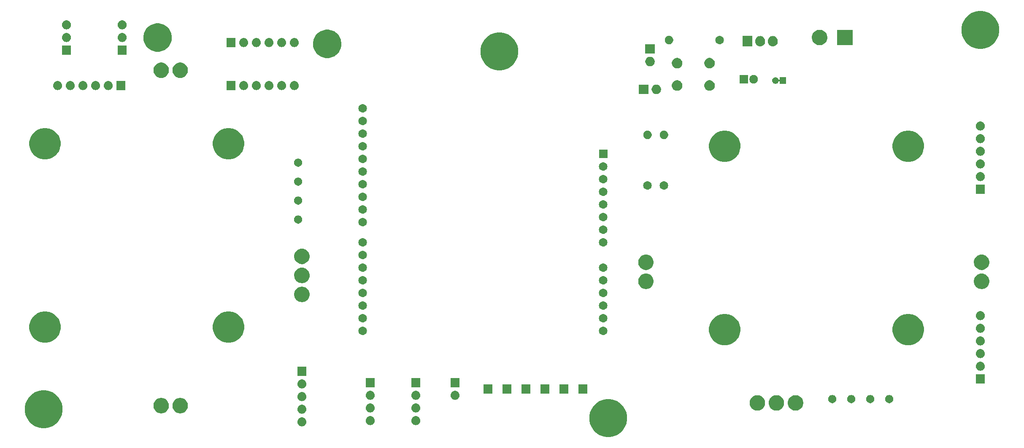
<source format=gbr>
G04 #@! TF.GenerationSoftware,KiCad,Pcbnew,(5.0.2)-1*
G04 #@! TF.CreationDate,2019-02-11T11:22:53+02:00*
G04 #@! TF.ProjectId,IoTProject,496f5450-726f-46a6-9563-742e6b696361,rev?*
G04 #@! TF.SameCoordinates,Original*
G04 #@! TF.FileFunction,Soldermask,Bot*
G04 #@! TF.FilePolarity,Negative*
%FSLAX46Y46*%
G04 Gerber Fmt 4.6, Leading zero omitted, Abs format (unit mm)*
G04 Created by KiCad (PCBNEW (5.0.2)-1) date 11-Feb-19 11:22:53*
%MOMM*%
%LPD*%
G01*
G04 APERTURE LIST*
%ADD10C,0.150000*%
G04 APERTURE END LIST*
D10*
G36*
X233772710Y-174907070D02*
X234464447Y-175193597D01*
X235086999Y-175609573D01*
X235616427Y-176139001D01*
X236032403Y-176761553D01*
X236318930Y-177453290D01*
X236465000Y-178187633D01*
X236465000Y-178936367D01*
X236318930Y-179670710D01*
X236032403Y-180362447D01*
X235616427Y-180984999D01*
X235086999Y-181514427D01*
X234464447Y-181930403D01*
X233772710Y-182216930D01*
X233038367Y-182363000D01*
X232289633Y-182363000D01*
X231555290Y-182216930D01*
X230863553Y-181930403D01*
X230241001Y-181514427D01*
X229711573Y-180984999D01*
X229295597Y-180362447D01*
X229009070Y-179670710D01*
X228863000Y-178936367D01*
X228863000Y-178187633D01*
X229009070Y-177453290D01*
X229295597Y-176761553D01*
X229711573Y-176139001D01*
X230241001Y-175609573D01*
X230863553Y-175193597D01*
X231555290Y-174907070D01*
X232289633Y-174761000D01*
X233038367Y-174761000D01*
X233772710Y-174907070D01*
X233772710Y-174907070D01*
G37*
G36*
X120488710Y-173129070D02*
X121180447Y-173415597D01*
X121802999Y-173831573D01*
X122332427Y-174361001D01*
X122748403Y-174983553D01*
X123034930Y-175675290D01*
X123181000Y-176409633D01*
X123181000Y-177158367D01*
X123034930Y-177892710D01*
X122748403Y-178584447D01*
X122332427Y-179206999D01*
X121802999Y-179736427D01*
X121180447Y-180152403D01*
X120488710Y-180438930D01*
X119754367Y-180585000D01*
X119005633Y-180585000D01*
X118271290Y-180438930D01*
X117579553Y-180152403D01*
X116957001Y-179736427D01*
X116427573Y-179206999D01*
X116011597Y-178584447D01*
X115725070Y-177892710D01*
X115579000Y-177158367D01*
X115579000Y-176409633D01*
X115725070Y-175675290D01*
X116011597Y-174983553D01*
X116427573Y-174361001D01*
X116957001Y-173831573D01*
X117579553Y-173415597D01*
X118271290Y-173129070D01*
X119005633Y-172983000D01*
X119754367Y-172983000D01*
X120488710Y-173129070D01*
X120488710Y-173129070D01*
G37*
G36*
X171306443Y-178429519D02*
X171372627Y-178436037D01*
X171485853Y-178470384D01*
X171542467Y-178487557D01*
X171681087Y-178561652D01*
X171698991Y-178571222D01*
X171734729Y-178600552D01*
X171836186Y-178683814D01*
X171919448Y-178785271D01*
X171948778Y-178821009D01*
X171948779Y-178821011D01*
X172032443Y-178977533D01*
X172032443Y-178977534D01*
X172083963Y-179147373D01*
X172101359Y-179324000D01*
X172083963Y-179500627D01*
X172049616Y-179613853D01*
X172032443Y-179670467D01*
X172011213Y-179710185D01*
X171948778Y-179826991D01*
X171919448Y-179862729D01*
X171836186Y-179964186D01*
X171734729Y-180047448D01*
X171698991Y-180076778D01*
X171698989Y-180076779D01*
X171542467Y-180160443D01*
X171485853Y-180177616D01*
X171372627Y-180211963D01*
X171306443Y-180218481D01*
X171240260Y-180225000D01*
X171151740Y-180225000D01*
X171085557Y-180218481D01*
X171019373Y-180211963D01*
X170906147Y-180177616D01*
X170849533Y-180160443D01*
X170693011Y-180076779D01*
X170693009Y-180076778D01*
X170657271Y-180047448D01*
X170555814Y-179964186D01*
X170472552Y-179862729D01*
X170443222Y-179826991D01*
X170380787Y-179710185D01*
X170359557Y-179670467D01*
X170342384Y-179613853D01*
X170308037Y-179500627D01*
X170290641Y-179324000D01*
X170308037Y-179147373D01*
X170359557Y-178977534D01*
X170359557Y-178977533D01*
X170443221Y-178821011D01*
X170443222Y-178821009D01*
X170472552Y-178785271D01*
X170555814Y-178683814D01*
X170657271Y-178600552D01*
X170693009Y-178571222D01*
X170710913Y-178561652D01*
X170849533Y-178487557D01*
X170906147Y-178470384D01*
X171019373Y-178436037D01*
X171085557Y-178429519D01*
X171151740Y-178423000D01*
X171240260Y-178423000D01*
X171306443Y-178429519D01*
X171306443Y-178429519D01*
G37*
G36*
X185022442Y-178175518D02*
X185088627Y-178182037D01*
X185201853Y-178216384D01*
X185258467Y-178233557D01*
X185397087Y-178307652D01*
X185414991Y-178317222D01*
X185450729Y-178346552D01*
X185552186Y-178429814D01*
X185635448Y-178531271D01*
X185664778Y-178567009D01*
X185664779Y-178567011D01*
X185748443Y-178723533D01*
X185748443Y-178723534D01*
X185799963Y-178893373D01*
X185817359Y-179070000D01*
X185799963Y-179246627D01*
X185776492Y-179324000D01*
X185748443Y-179416467D01*
X185703459Y-179500625D01*
X185664778Y-179572991D01*
X185635448Y-179608729D01*
X185552186Y-179710186D01*
X185450729Y-179793448D01*
X185414991Y-179822778D01*
X185414989Y-179822779D01*
X185258467Y-179906443D01*
X185201853Y-179923616D01*
X185088627Y-179957963D01*
X185025453Y-179964185D01*
X184956260Y-179971000D01*
X184867740Y-179971000D01*
X184798547Y-179964185D01*
X184735373Y-179957963D01*
X184622147Y-179923616D01*
X184565533Y-179906443D01*
X184409011Y-179822779D01*
X184409009Y-179822778D01*
X184373271Y-179793448D01*
X184271814Y-179710186D01*
X184188552Y-179608729D01*
X184159222Y-179572991D01*
X184120541Y-179500625D01*
X184075557Y-179416467D01*
X184047508Y-179324000D01*
X184024037Y-179246627D01*
X184006641Y-179070000D01*
X184024037Y-178893373D01*
X184075557Y-178723534D01*
X184075557Y-178723533D01*
X184159221Y-178567011D01*
X184159222Y-178567009D01*
X184188552Y-178531271D01*
X184271814Y-178429814D01*
X184373271Y-178346552D01*
X184409009Y-178317222D01*
X184426913Y-178307652D01*
X184565533Y-178233557D01*
X184622147Y-178216384D01*
X184735373Y-178182037D01*
X184801558Y-178175518D01*
X184867740Y-178169000D01*
X184956260Y-178169000D01*
X185022442Y-178175518D01*
X185022442Y-178175518D01*
G37*
G36*
X194166442Y-178175518D02*
X194232627Y-178182037D01*
X194345853Y-178216384D01*
X194402467Y-178233557D01*
X194541087Y-178307652D01*
X194558991Y-178317222D01*
X194594729Y-178346552D01*
X194696186Y-178429814D01*
X194779448Y-178531271D01*
X194808778Y-178567009D01*
X194808779Y-178567011D01*
X194892443Y-178723533D01*
X194892443Y-178723534D01*
X194943963Y-178893373D01*
X194961359Y-179070000D01*
X194943963Y-179246627D01*
X194920492Y-179324000D01*
X194892443Y-179416467D01*
X194847459Y-179500625D01*
X194808778Y-179572991D01*
X194779448Y-179608729D01*
X194696186Y-179710186D01*
X194594729Y-179793448D01*
X194558991Y-179822778D01*
X194558989Y-179822779D01*
X194402467Y-179906443D01*
X194345853Y-179923616D01*
X194232627Y-179957963D01*
X194169453Y-179964185D01*
X194100260Y-179971000D01*
X194011740Y-179971000D01*
X193942547Y-179964185D01*
X193879373Y-179957963D01*
X193766147Y-179923616D01*
X193709533Y-179906443D01*
X193553011Y-179822779D01*
X193553009Y-179822778D01*
X193517271Y-179793448D01*
X193415814Y-179710186D01*
X193332552Y-179608729D01*
X193303222Y-179572991D01*
X193264541Y-179500625D01*
X193219557Y-179416467D01*
X193191508Y-179324000D01*
X193168037Y-179246627D01*
X193150641Y-179070000D01*
X193168037Y-178893373D01*
X193219557Y-178723534D01*
X193219557Y-178723533D01*
X193303221Y-178567011D01*
X193303222Y-178567009D01*
X193332552Y-178531271D01*
X193415814Y-178429814D01*
X193517271Y-178346552D01*
X193553009Y-178317222D01*
X193570913Y-178307652D01*
X193709533Y-178233557D01*
X193766147Y-178216384D01*
X193879373Y-178182037D01*
X193945558Y-178175518D01*
X194011740Y-178169000D01*
X194100260Y-178169000D01*
X194166442Y-178175518D01*
X194166442Y-178175518D01*
G37*
G36*
X171306442Y-175889518D02*
X171372627Y-175896037D01*
X171485853Y-175930384D01*
X171542467Y-175947557D01*
X171681087Y-176021652D01*
X171698991Y-176031222D01*
X171734729Y-176060552D01*
X171836186Y-176143814D01*
X171912464Y-176236760D01*
X171948778Y-176281009D01*
X171948779Y-176281011D01*
X172032443Y-176437533D01*
X172032443Y-176437534D01*
X172083963Y-176607373D01*
X172101359Y-176784000D01*
X172083963Y-176960627D01*
X172049965Y-177072705D01*
X172032443Y-177130467D01*
X172011213Y-177170185D01*
X171948778Y-177286991D01*
X171919448Y-177322729D01*
X171836186Y-177424186D01*
X171734729Y-177507448D01*
X171698991Y-177536778D01*
X171698989Y-177536779D01*
X171542467Y-177620443D01*
X171494478Y-177635000D01*
X171372627Y-177671963D01*
X171306442Y-177678482D01*
X171240260Y-177685000D01*
X171151740Y-177685000D01*
X171085558Y-177678482D01*
X171019373Y-177671963D01*
X170897522Y-177635000D01*
X170849533Y-177620443D01*
X170693011Y-177536779D01*
X170693009Y-177536778D01*
X170657271Y-177507448D01*
X170555814Y-177424186D01*
X170472552Y-177322729D01*
X170443222Y-177286991D01*
X170380787Y-177170185D01*
X170359557Y-177130467D01*
X170342035Y-177072705D01*
X170308037Y-176960627D01*
X170290641Y-176784000D01*
X170308037Y-176607373D01*
X170359557Y-176437534D01*
X170359557Y-176437533D01*
X170443221Y-176281011D01*
X170443222Y-176281009D01*
X170479536Y-176236760D01*
X170555814Y-176143814D01*
X170657271Y-176060552D01*
X170693009Y-176031222D01*
X170710913Y-176021652D01*
X170849533Y-175947557D01*
X170906147Y-175930384D01*
X171019373Y-175896037D01*
X171085558Y-175889518D01*
X171151740Y-175883000D01*
X171240260Y-175883000D01*
X171306442Y-175889518D01*
X171306442Y-175889518D01*
G37*
G36*
X147116527Y-174572736D02*
X147216410Y-174592604D01*
X147498674Y-174709521D01*
X147752705Y-174879259D01*
X147968741Y-175095295D01*
X148138479Y-175349326D01*
X148246275Y-175609571D01*
X148255396Y-175631591D01*
X148315000Y-175931238D01*
X148315000Y-176236762D01*
X148280613Y-176409634D01*
X148255396Y-176536410D01*
X148138479Y-176818674D01*
X147968741Y-177072705D01*
X147752705Y-177288741D01*
X147498674Y-177458479D01*
X147216410Y-177575396D01*
X147116527Y-177595264D01*
X146916762Y-177635000D01*
X146611238Y-177635000D01*
X146411473Y-177595264D01*
X146311590Y-177575396D01*
X146029326Y-177458479D01*
X145775295Y-177288741D01*
X145559259Y-177072705D01*
X145389521Y-176818674D01*
X145272604Y-176536410D01*
X145247387Y-176409634D01*
X145213000Y-176236762D01*
X145213000Y-175931238D01*
X145272604Y-175631591D01*
X145281725Y-175609571D01*
X145389521Y-175349326D01*
X145559259Y-175095295D01*
X145775295Y-174879259D01*
X146029326Y-174709521D01*
X146311590Y-174592604D01*
X146411473Y-174572736D01*
X146611238Y-174533000D01*
X146916762Y-174533000D01*
X147116527Y-174572736D01*
X147116527Y-174572736D01*
G37*
G36*
X143296527Y-174572736D02*
X143396410Y-174592604D01*
X143678674Y-174709521D01*
X143932705Y-174879259D01*
X144148741Y-175095295D01*
X144318479Y-175349326D01*
X144426275Y-175609571D01*
X144435396Y-175631591D01*
X144495000Y-175931238D01*
X144495000Y-176236762D01*
X144460613Y-176409634D01*
X144435396Y-176536410D01*
X144318479Y-176818674D01*
X144148741Y-177072705D01*
X143932705Y-177288741D01*
X143678674Y-177458479D01*
X143396410Y-177575396D01*
X143296527Y-177595264D01*
X143096762Y-177635000D01*
X142791238Y-177635000D01*
X142591473Y-177595264D01*
X142491590Y-177575396D01*
X142209326Y-177458479D01*
X141955295Y-177288741D01*
X141739259Y-177072705D01*
X141569521Y-176818674D01*
X141452604Y-176536410D01*
X141427387Y-176409634D01*
X141393000Y-176236762D01*
X141393000Y-175931238D01*
X141452604Y-175631591D01*
X141461725Y-175609571D01*
X141569521Y-175349326D01*
X141739259Y-175095295D01*
X141955295Y-174879259D01*
X142209326Y-174709521D01*
X142491590Y-174592604D01*
X142591473Y-174572736D01*
X142791238Y-174533000D01*
X143096762Y-174533000D01*
X143296527Y-174572736D01*
X143296527Y-174572736D01*
G37*
G36*
X185022443Y-175635519D02*
X185088627Y-175642037D01*
X185196500Y-175674760D01*
X185258467Y-175693557D01*
X185397087Y-175767652D01*
X185414991Y-175777222D01*
X185450729Y-175806552D01*
X185552186Y-175889814D01*
X185621610Y-175974409D01*
X185664778Y-176027009D01*
X185664779Y-176027011D01*
X185748443Y-176183533D01*
X185748443Y-176183534D01*
X185799963Y-176353373D01*
X185817359Y-176530000D01*
X185799963Y-176706627D01*
X185783301Y-176761553D01*
X185748443Y-176876467D01*
X185737746Y-176896479D01*
X185664778Y-177032991D01*
X185635448Y-177068729D01*
X185552186Y-177170186D01*
X185450729Y-177253448D01*
X185414991Y-177282778D01*
X185414989Y-177282779D01*
X185258467Y-177366443D01*
X185201853Y-177383616D01*
X185088627Y-177417963D01*
X185025453Y-177424185D01*
X184956260Y-177431000D01*
X184867740Y-177431000D01*
X184798547Y-177424185D01*
X184735373Y-177417963D01*
X184622147Y-177383616D01*
X184565533Y-177366443D01*
X184409011Y-177282779D01*
X184409009Y-177282778D01*
X184373271Y-177253448D01*
X184271814Y-177170186D01*
X184188552Y-177068729D01*
X184159222Y-177032991D01*
X184086254Y-176896479D01*
X184075557Y-176876467D01*
X184040699Y-176761553D01*
X184024037Y-176706627D01*
X184006641Y-176530000D01*
X184024037Y-176353373D01*
X184075557Y-176183534D01*
X184075557Y-176183533D01*
X184159221Y-176027011D01*
X184159222Y-176027009D01*
X184202390Y-175974409D01*
X184271814Y-175889814D01*
X184373271Y-175806552D01*
X184409009Y-175777222D01*
X184426913Y-175767652D01*
X184565533Y-175693557D01*
X184627500Y-175674760D01*
X184735373Y-175642037D01*
X184801557Y-175635519D01*
X184867740Y-175629000D01*
X184956260Y-175629000D01*
X185022443Y-175635519D01*
X185022443Y-175635519D01*
G37*
G36*
X194166443Y-175635519D02*
X194232627Y-175642037D01*
X194340500Y-175674760D01*
X194402467Y-175693557D01*
X194541087Y-175767652D01*
X194558991Y-175777222D01*
X194594729Y-175806552D01*
X194696186Y-175889814D01*
X194765610Y-175974409D01*
X194808778Y-176027009D01*
X194808779Y-176027011D01*
X194892443Y-176183533D01*
X194892443Y-176183534D01*
X194943963Y-176353373D01*
X194961359Y-176530000D01*
X194943963Y-176706627D01*
X194927301Y-176761553D01*
X194892443Y-176876467D01*
X194881746Y-176896479D01*
X194808778Y-177032991D01*
X194779448Y-177068729D01*
X194696186Y-177170186D01*
X194594729Y-177253448D01*
X194558991Y-177282778D01*
X194558989Y-177282779D01*
X194402467Y-177366443D01*
X194345853Y-177383616D01*
X194232627Y-177417963D01*
X194169453Y-177424185D01*
X194100260Y-177431000D01*
X194011740Y-177431000D01*
X193942547Y-177424185D01*
X193879373Y-177417963D01*
X193766147Y-177383616D01*
X193709533Y-177366443D01*
X193553011Y-177282779D01*
X193553009Y-177282778D01*
X193517271Y-177253448D01*
X193415814Y-177170186D01*
X193332552Y-177068729D01*
X193303222Y-177032991D01*
X193230254Y-176896479D01*
X193219557Y-176876467D01*
X193184699Y-176761553D01*
X193168037Y-176706627D01*
X193150641Y-176530000D01*
X193168037Y-176353373D01*
X193219557Y-176183534D01*
X193219557Y-176183533D01*
X193303221Y-176027011D01*
X193303222Y-176027009D01*
X193346390Y-175974409D01*
X193415814Y-175889814D01*
X193517271Y-175806552D01*
X193553009Y-175777222D01*
X193570913Y-175767652D01*
X193709533Y-175693557D01*
X193771500Y-175674760D01*
X193879373Y-175642037D01*
X193945557Y-175635519D01*
X194011740Y-175629000D01*
X194100260Y-175629000D01*
X194166443Y-175635519D01*
X194166443Y-175635519D01*
G37*
G36*
X262944527Y-174010736D02*
X263044410Y-174030604D01*
X263326674Y-174147521D01*
X263580705Y-174317259D01*
X263796741Y-174533295D01*
X263966479Y-174787326D01*
X264083396Y-175069590D01*
X264096825Y-175137102D01*
X264139040Y-175349328D01*
X264143000Y-175369240D01*
X264143000Y-175674760D01*
X264083396Y-175974410D01*
X263966479Y-176256674D01*
X263796741Y-176510705D01*
X263580705Y-176726741D01*
X263326674Y-176896479D01*
X263044410Y-177013396D01*
X262945909Y-177032989D01*
X262744762Y-177073000D01*
X262439238Y-177073000D01*
X262238091Y-177032989D01*
X262139590Y-177013396D01*
X261857326Y-176896479D01*
X261603295Y-176726741D01*
X261387259Y-176510705D01*
X261217521Y-176256674D01*
X261100604Y-175974410D01*
X261041000Y-175674760D01*
X261041000Y-175369240D01*
X261044961Y-175349328D01*
X261087175Y-175137102D01*
X261100604Y-175069590D01*
X261217521Y-174787326D01*
X261387259Y-174533295D01*
X261603295Y-174317259D01*
X261857326Y-174147521D01*
X262139590Y-174030604D01*
X262239473Y-174010736D01*
X262439238Y-173971000D01*
X262744762Y-173971000D01*
X262944527Y-174010736D01*
X262944527Y-174010736D01*
G37*
G36*
X266764527Y-174010736D02*
X266864410Y-174030604D01*
X267146674Y-174147521D01*
X267400705Y-174317259D01*
X267616741Y-174533295D01*
X267786479Y-174787326D01*
X267903396Y-175069590D01*
X267916825Y-175137102D01*
X267959040Y-175349328D01*
X267963000Y-175369240D01*
X267963000Y-175674760D01*
X267903396Y-175974410D01*
X267786479Y-176256674D01*
X267616741Y-176510705D01*
X267400705Y-176726741D01*
X267146674Y-176896479D01*
X266864410Y-177013396D01*
X266765909Y-177032989D01*
X266564762Y-177073000D01*
X266259238Y-177073000D01*
X266058091Y-177032989D01*
X265959590Y-177013396D01*
X265677326Y-176896479D01*
X265423295Y-176726741D01*
X265207259Y-176510705D01*
X265037521Y-176256674D01*
X264920604Y-175974410D01*
X264861000Y-175674760D01*
X264861000Y-175369240D01*
X264864961Y-175349328D01*
X264907175Y-175137102D01*
X264920604Y-175069590D01*
X265037521Y-174787326D01*
X265207259Y-174533295D01*
X265423295Y-174317259D01*
X265677326Y-174147521D01*
X265959590Y-174030604D01*
X266059473Y-174010736D01*
X266259238Y-173971000D01*
X266564762Y-173971000D01*
X266764527Y-174010736D01*
X266764527Y-174010736D01*
G37*
G36*
X270584527Y-174010736D02*
X270684410Y-174030604D01*
X270966674Y-174147521D01*
X271220705Y-174317259D01*
X271436741Y-174533295D01*
X271606479Y-174787326D01*
X271723396Y-175069590D01*
X271736825Y-175137102D01*
X271779040Y-175349328D01*
X271783000Y-175369240D01*
X271783000Y-175674760D01*
X271723396Y-175974410D01*
X271606479Y-176256674D01*
X271436741Y-176510705D01*
X271220705Y-176726741D01*
X270966674Y-176896479D01*
X270684410Y-177013396D01*
X270585909Y-177032989D01*
X270384762Y-177073000D01*
X270079238Y-177073000D01*
X269878091Y-177032989D01*
X269779590Y-177013396D01*
X269497326Y-176896479D01*
X269243295Y-176726741D01*
X269027259Y-176510705D01*
X268857521Y-176256674D01*
X268740604Y-175974410D01*
X268681000Y-175674760D01*
X268681000Y-175369240D01*
X268684961Y-175349328D01*
X268727175Y-175137102D01*
X268740604Y-175069590D01*
X268857521Y-174787326D01*
X269027259Y-174533295D01*
X269243295Y-174317259D01*
X269497326Y-174147521D01*
X269779590Y-174030604D01*
X269879473Y-174010736D01*
X270079238Y-173971000D01*
X270384762Y-173971000D01*
X270584527Y-174010736D01*
X270584527Y-174010736D01*
G37*
G36*
X281669142Y-173970242D02*
X281783583Y-174017646D01*
X281814867Y-174030604D01*
X281817102Y-174031530D01*
X281950258Y-174120502D01*
X282063498Y-174233742D01*
X282152470Y-174366898D01*
X282213758Y-174514858D01*
X282245000Y-174671925D01*
X282245000Y-174832075D01*
X282213758Y-174989142D01*
X282152470Y-175137102D01*
X282063498Y-175270258D01*
X281950258Y-175383498D01*
X281817102Y-175472470D01*
X281669142Y-175533758D01*
X281512075Y-175565000D01*
X281351925Y-175565000D01*
X281194858Y-175533758D01*
X281046898Y-175472470D01*
X280913742Y-175383498D01*
X280800502Y-175270258D01*
X280711530Y-175137102D01*
X280650242Y-174989142D01*
X280619000Y-174832075D01*
X280619000Y-174671925D01*
X280650242Y-174514858D01*
X280711530Y-174366898D01*
X280800502Y-174233742D01*
X280913742Y-174120502D01*
X281046898Y-174031530D01*
X281049134Y-174030604D01*
X281080417Y-174017646D01*
X281194858Y-173970242D01*
X281351925Y-173939000D01*
X281512075Y-173939000D01*
X281669142Y-173970242D01*
X281669142Y-173970242D01*
G37*
G36*
X289289142Y-173970242D02*
X289403583Y-174017646D01*
X289434867Y-174030604D01*
X289437102Y-174031530D01*
X289570258Y-174120502D01*
X289683498Y-174233742D01*
X289772470Y-174366898D01*
X289833758Y-174514858D01*
X289865000Y-174671925D01*
X289865000Y-174832075D01*
X289833758Y-174989142D01*
X289772470Y-175137102D01*
X289683498Y-175270258D01*
X289570258Y-175383498D01*
X289437102Y-175472470D01*
X289289142Y-175533758D01*
X289132075Y-175565000D01*
X288971925Y-175565000D01*
X288814858Y-175533758D01*
X288666898Y-175472470D01*
X288533742Y-175383498D01*
X288420502Y-175270258D01*
X288331530Y-175137102D01*
X288270242Y-174989142D01*
X288239000Y-174832075D01*
X288239000Y-174671925D01*
X288270242Y-174514858D01*
X288331530Y-174366898D01*
X288420502Y-174233742D01*
X288533742Y-174120502D01*
X288666898Y-174031530D01*
X288669134Y-174030604D01*
X288700417Y-174017646D01*
X288814858Y-173970242D01*
X288971925Y-173939000D01*
X289132075Y-173939000D01*
X289289142Y-173970242D01*
X289289142Y-173970242D01*
G37*
G36*
X285479142Y-173970242D02*
X285593583Y-174017646D01*
X285624867Y-174030604D01*
X285627102Y-174031530D01*
X285760258Y-174120502D01*
X285873498Y-174233742D01*
X285962470Y-174366898D01*
X286023758Y-174514858D01*
X286055000Y-174671925D01*
X286055000Y-174832075D01*
X286023758Y-174989142D01*
X285962470Y-175137102D01*
X285873498Y-175270258D01*
X285760258Y-175383498D01*
X285627102Y-175472470D01*
X285479142Y-175533758D01*
X285322075Y-175565000D01*
X285161925Y-175565000D01*
X285004858Y-175533758D01*
X284856898Y-175472470D01*
X284723742Y-175383498D01*
X284610502Y-175270258D01*
X284521530Y-175137102D01*
X284460242Y-174989142D01*
X284429000Y-174832075D01*
X284429000Y-174671925D01*
X284460242Y-174514858D01*
X284521530Y-174366898D01*
X284610502Y-174233742D01*
X284723742Y-174120502D01*
X284856898Y-174031530D01*
X284859134Y-174030604D01*
X284890417Y-174017646D01*
X285004858Y-173970242D01*
X285161925Y-173939000D01*
X285322075Y-173939000D01*
X285479142Y-173970242D01*
X285479142Y-173970242D01*
G37*
G36*
X277859142Y-173970242D02*
X277973583Y-174017646D01*
X278004867Y-174030604D01*
X278007102Y-174031530D01*
X278140258Y-174120502D01*
X278253498Y-174233742D01*
X278342470Y-174366898D01*
X278403758Y-174514858D01*
X278435000Y-174671925D01*
X278435000Y-174832075D01*
X278403758Y-174989142D01*
X278342470Y-175137102D01*
X278253498Y-175270258D01*
X278140258Y-175383498D01*
X278007102Y-175472470D01*
X277859142Y-175533758D01*
X277702075Y-175565000D01*
X277541925Y-175565000D01*
X277384858Y-175533758D01*
X277236898Y-175472470D01*
X277103742Y-175383498D01*
X276990502Y-175270258D01*
X276901530Y-175137102D01*
X276840242Y-174989142D01*
X276809000Y-174832075D01*
X276809000Y-174671925D01*
X276840242Y-174514858D01*
X276901530Y-174366898D01*
X276990502Y-174233742D01*
X277103742Y-174120502D01*
X277236898Y-174031530D01*
X277239134Y-174030604D01*
X277270417Y-174017646D01*
X277384858Y-173970242D01*
X277541925Y-173939000D01*
X277702075Y-173939000D01*
X277859142Y-173970242D01*
X277859142Y-173970242D01*
G37*
G36*
X171306442Y-173349518D02*
X171372627Y-173356037D01*
X171485853Y-173390384D01*
X171542467Y-173407557D01*
X171557510Y-173415598D01*
X171698991Y-173491222D01*
X171734729Y-173520552D01*
X171836186Y-173603814D01*
X171919448Y-173705271D01*
X171948778Y-173741009D01*
X171948779Y-173741011D01*
X172032443Y-173897533D01*
X172032443Y-173897534D01*
X172083963Y-174067373D01*
X172101359Y-174244000D01*
X172083963Y-174420627D01*
X172055379Y-174514857D01*
X172032443Y-174590467D01*
X171968806Y-174709521D01*
X171948778Y-174746991D01*
X171937281Y-174761000D01*
X171836186Y-174884186D01*
X171734729Y-174967448D01*
X171698991Y-174996778D01*
X171698989Y-174996779D01*
X171542467Y-175080443D01*
X171485853Y-175097616D01*
X171372627Y-175131963D01*
X171320469Y-175137100D01*
X171240260Y-175145000D01*
X171151740Y-175145000D01*
X171071531Y-175137100D01*
X171019373Y-175131963D01*
X170906147Y-175097616D01*
X170849533Y-175080443D01*
X170693011Y-174996779D01*
X170693009Y-174996778D01*
X170657271Y-174967448D01*
X170555814Y-174884186D01*
X170454719Y-174761000D01*
X170443222Y-174746991D01*
X170423194Y-174709521D01*
X170359557Y-174590467D01*
X170336621Y-174514857D01*
X170308037Y-174420627D01*
X170290641Y-174244000D01*
X170308037Y-174067373D01*
X170359557Y-173897534D01*
X170359557Y-173897533D01*
X170443221Y-173741011D01*
X170443222Y-173741009D01*
X170472552Y-173705271D01*
X170555814Y-173603814D01*
X170657271Y-173520552D01*
X170693009Y-173491222D01*
X170834490Y-173415598D01*
X170849533Y-173407557D01*
X170906147Y-173390384D01*
X171019373Y-173356037D01*
X171085558Y-173349518D01*
X171151740Y-173343000D01*
X171240260Y-173343000D01*
X171306442Y-173349518D01*
X171306442Y-173349518D01*
G37*
G36*
X185022442Y-173095518D02*
X185088627Y-173102037D01*
X185177743Y-173129070D01*
X185258467Y-173153557D01*
X185397087Y-173227652D01*
X185414991Y-173237222D01*
X185450729Y-173266552D01*
X185552186Y-173349814D01*
X185635448Y-173451271D01*
X185664778Y-173487009D01*
X185664779Y-173487011D01*
X185748443Y-173643533D01*
X185748443Y-173643534D01*
X185799963Y-173813373D01*
X185817359Y-173990000D01*
X185799963Y-174166627D01*
X185776492Y-174244000D01*
X185748443Y-174336467D01*
X185732177Y-174366898D01*
X185664778Y-174492991D01*
X185646833Y-174514857D01*
X185552186Y-174630186D01*
X185450729Y-174713448D01*
X185414991Y-174742778D01*
X185414989Y-174742779D01*
X185258467Y-174826443D01*
X185239900Y-174832075D01*
X185088627Y-174877963D01*
X185025453Y-174884185D01*
X184956260Y-174891000D01*
X184867740Y-174891000D01*
X184798547Y-174884185D01*
X184735373Y-174877963D01*
X184584100Y-174832075D01*
X184565533Y-174826443D01*
X184409011Y-174742779D01*
X184409009Y-174742778D01*
X184373271Y-174713448D01*
X184271814Y-174630186D01*
X184177167Y-174514857D01*
X184159222Y-174492991D01*
X184091823Y-174366898D01*
X184075557Y-174336467D01*
X184047508Y-174244000D01*
X184024037Y-174166627D01*
X184006641Y-173990000D01*
X184024037Y-173813373D01*
X184075557Y-173643534D01*
X184075557Y-173643533D01*
X184159221Y-173487011D01*
X184159222Y-173487009D01*
X184188552Y-173451271D01*
X184271814Y-173349814D01*
X184373271Y-173266552D01*
X184409009Y-173237222D01*
X184426913Y-173227652D01*
X184565533Y-173153557D01*
X184646257Y-173129070D01*
X184735373Y-173102037D01*
X184801558Y-173095518D01*
X184867740Y-173089000D01*
X184956260Y-173089000D01*
X185022442Y-173095518D01*
X185022442Y-173095518D01*
G37*
G36*
X194166442Y-173095518D02*
X194232627Y-173102037D01*
X194321743Y-173129070D01*
X194402467Y-173153557D01*
X194541087Y-173227652D01*
X194558991Y-173237222D01*
X194594729Y-173266552D01*
X194696186Y-173349814D01*
X194779448Y-173451271D01*
X194808778Y-173487009D01*
X194808779Y-173487011D01*
X194892443Y-173643533D01*
X194892443Y-173643534D01*
X194943963Y-173813373D01*
X194961359Y-173990000D01*
X194943963Y-174166627D01*
X194920492Y-174244000D01*
X194892443Y-174336467D01*
X194876177Y-174366898D01*
X194808778Y-174492991D01*
X194790833Y-174514857D01*
X194696186Y-174630186D01*
X194594729Y-174713448D01*
X194558991Y-174742778D01*
X194558989Y-174742779D01*
X194402467Y-174826443D01*
X194383900Y-174832075D01*
X194232627Y-174877963D01*
X194169453Y-174884185D01*
X194100260Y-174891000D01*
X194011740Y-174891000D01*
X193942547Y-174884185D01*
X193879373Y-174877963D01*
X193728100Y-174832075D01*
X193709533Y-174826443D01*
X193553011Y-174742779D01*
X193553009Y-174742778D01*
X193517271Y-174713448D01*
X193415814Y-174630186D01*
X193321167Y-174514857D01*
X193303222Y-174492991D01*
X193235823Y-174366898D01*
X193219557Y-174336467D01*
X193191508Y-174244000D01*
X193168037Y-174166627D01*
X193150641Y-173990000D01*
X193168037Y-173813373D01*
X193219557Y-173643534D01*
X193219557Y-173643533D01*
X193303221Y-173487011D01*
X193303222Y-173487009D01*
X193332552Y-173451271D01*
X193415814Y-173349814D01*
X193517271Y-173266552D01*
X193553009Y-173237222D01*
X193570913Y-173227652D01*
X193709533Y-173153557D01*
X193790257Y-173129070D01*
X193879373Y-173102037D01*
X193945558Y-173095518D01*
X194011740Y-173089000D01*
X194100260Y-173089000D01*
X194166442Y-173095518D01*
X194166442Y-173095518D01*
G37*
G36*
X202040442Y-173095518D02*
X202106627Y-173102037D01*
X202195743Y-173129070D01*
X202276467Y-173153557D01*
X202415087Y-173227652D01*
X202432991Y-173237222D01*
X202468729Y-173266552D01*
X202570186Y-173349814D01*
X202653448Y-173451271D01*
X202682778Y-173487009D01*
X202682779Y-173487011D01*
X202766443Y-173643533D01*
X202766443Y-173643534D01*
X202817963Y-173813373D01*
X202835359Y-173990000D01*
X202817963Y-174166627D01*
X202794492Y-174244000D01*
X202766443Y-174336467D01*
X202750177Y-174366898D01*
X202682778Y-174492991D01*
X202664833Y-174514857D01*
X202570186Y-174630186D01*
X202468729Y-174713448D01*
X202432991Y-174742778D01*
X202432989Y-174742779D01*
X202276467Y-174826443D01*
X202257900Y-174832075D01*
X202106627Y-174877963D01*
X202043453Y-174884185D01*
X201974260Y-174891000D01*
X201885740Y-174891000D01*
X201816547Y-174884185D01*
X201753373Y-174877963D01*
X201602100Y-174832075D01*
X201583533Y-174826443D01*
X201427011Y-174742779D01*
X201427009Y-174742778D01*
X201391271Y-174713448D01*
X201289814Y-174630186D01*
X201195167Y-174514857D01*
X201177222Y-174492991D01*
X201109823Y-174366898D01*
X201093557Y-174336467D01*
X201065508Y-174244000D01*
X201042037Y-174166627D01*
X201024641Y-173990000D01*
X201042037Y-173813373D01*
X201093557Y-173643534D01*
X201093557Y-173643533D01*
X201177221Y-173487011D01*
X201177222Y-173487009D01*
X201206552Y-173451271D01*
X201289814Y-173349814D01*
X201391271Y-173266552D01*
X201427009Y-173237222D01*
X201444913Y-173227652D01*
X201583533Y-173153557D01*
X201664257Y-173129070D01*
X201753373Y-173102037D01*
X201819558Y-173095518D01*
X201885740Y-173089000D01*
X201974260Y-173089000D01*
X202040442Y-173095518D01*
X202040442Y-173095518D01*
G37*
G36*
X224675000Y-173621000D02*
X222873000Y-173621000D01*
X222873000Y-171819000D01*
X224675000Y-171819000D01*
X224675000Y-173621000D01*
X224675000Y-173621000D01*
G37*
G36*
X209435000Y-173621000D02*
X207633000Y-173621000D01*
X207633000Y-171819000D01*
X209435000Y-171819000D01*
X209435000Y-173621000D01*
X209435000Y-173621000D01*
G37*
G36*
X213245000Y-173621000D02*
X211443000Y-173621000D01*
X211443000Y-171819000D01*
X213245000Y-171819000D01*
X213245000Y-173621000D01*
X213245000Y-173621000D01*
G37*
G36*
X217055000Y-173621000D02*
X215253000Y-173621000D01*
X215253000Y-171819000D01*
X217055000Y-171819000D01*
X217055000Y-173621000D01*
X217055000Y-173621000D01*
G37*
G36*
X228485000Y-173621000D02*
X226683000Y-173621000D01*
X226683000Y-171819000D01*
X228485000Y-171819000D01*
X228485000Y-173621000D01*
X228485000Y-173621000D01*
G37*
G36*
X220865000Y-173621000D02*
X219063000Y-173621000D01*
X219063000Y-171819000D01*
X220865000Y-171819000D01*
X220865000Y-173621000D01*
X220865000Y-173621000D01*
G37*
G36*
X171306442Y-170809518D02*
X171372627Y-170816037D01*
X171485853Y-170850384D01*
X171542467Y-170867557D01*
X171681087Y-170941652D01*
X171698991Y-170951222D01*
X171734729Y-170980552D01*
X171836186Y-171063814D01*
X171919448Y-171165271D01*
X171948778Y-171201009D01*
X171948779Y-171201011D01*
X172032443Y-171357533D01*
X172032443Y-171357534D01*
X172083963Y-171527373D01*
X172101359Y-171704000D01*
X172083963Y-171880627D01*
X172049616Y-171993853D01*
X172032443Y-172050467D01*
X171958348Y-172189087D01*
X171948778Y-172206991D01*
X171919448Y-172242729D01*
X171836186Y-172344186D01*
X171734729Y-172427448D01*
X171698991Y-172456778D01*
X171698989Y-172456779D01*
X171542467Y-172540443D01*
X171485853Y-172557616D01*
X171372627Y-172591963D01*
X171306443Y-172598481D01*
X171240260Y-172605000D01*
X171151740Y-172605000D01*
X171085557Y-172598481D01*
X171019373Y-172591963D01*
X170906147Y-172557616D01*
X170849533Y-172540443D01*
X170693011Y-172456779D01*
X170693009Y-172456778D01*
X170657271Y-172427448D01*
X170555814Y-172344186D01*
X170472552Y-172242729D01*
X170443222Y-172206991D01*
X170433652Y-172189087D01*
X170359557Y-172050467D01*
X170342384Y-171993853D01*
X170308037Y-171880627D01*
X170290641Y-171704000D01*
X170308037Y-171527373D01*
X170359557Y-171357534D01*
X170359557Y-171357533D01*
X170443221Y-171201011D01*
X170443222Y-171201009D01*
X170472552Y-171165271D01*
X170555814Y-171063814D01*
X170657271Y-170980552D01*
X170693009Y-170951222D01*
X170710913Y-170941652D01*
X170849533Y-170867557D01*
X170906147Y-170850384D01*
X171019373Y-170816037D01*
X171085558Y-170809518D01*
X171151740Y-170803000D01*
X171240260Y-170803000D01*
X171306442Y-170809518D01*
X171306442Y-170809518D01*
G37*
G36*
X194957000Y-172351000D02*
X193155000Y-172351000D01*
X193155000Y-170549000D01*
X194957000Y-170549000D01*
X194957000Y-172351000D01*
X194957000Y-172351000D01*
G37*
G36*
X185813000Y-172351000D02*
X184011000Y-172351000D01*
X184011000Y-170549000D01*
X185813000Y-170549000D01*
X185813000Y-172351000D01*
X185813000Y-172351000D01*
G37*
G36*
X202831000Y-172351000D02*
X201029000Y-172351000D01*
X201029000Y-170549000D01*
X202831000Y-170549000D01*
X202831000Y-172351000D01*
X202831000Y-172351000D01*
G37*
G36*
X308241000Y-171589000D02*
X306439000Y-171589000D01*
X306439000Y-169787000D01*
X308241000Y-169787000D01*
X308241000Y-171589000D01*
X308241000Y-171589000D01*
G37*
G36*
X172097000Y-170065000D02*
X170295000Y-170065000D01*
X170295000Y-168263000D01*
X172097000Y-168263000D01*
X172097000Y-170065000D01*
X172097000Y-170065000D01*
G37*
G36*
X307450443Y-167253519D02*
X307516627Y-167260037D01*
X307629853Y-167294384D01*
X307686467Y-167311557D01*
X307825087Y-167385652D01*
X307842991Y-167395222D01*
X307878729Y-167424552D01*
X307980186Y-167507814D01*
X308063448Y-167609271D01*
X308092778Y-167645009D01*
X308092779Y-167645011D01*
X308176443Y-167801533D01*
X308176443Y-167801534D01*
X308227963Y-167971373D01*
X308245359Y-168148000D01*
X308227963Y-168324627D01*
X308193616Y-168437853D01*
X308176443Y-168494467D01*
X308102348Y-168633087D01*
X308092778Y-168650991D01*
X308063448Y-168686729D01*
X307980186Y-168788186D01*
X307878729Y-168871448D01*
X307842991Y-168900778D01*
X307842989Y-168900779D01*
X307686467Y-168984443D01*
X307629853Y-169001616D01*
X307516627Y-169035963D01*
X307450443Y-169042481D01*
X307384260Y-169049000D01*
X307295740Y-169049000D01*
X307229557Y-169042481D01*
X307163373Y-169035963D01*
X307050147Y-169001616D01*
X306993533Y-168984443D01*
X306837011Y-168900779D01*
X306837009Y-168900778D01*
X306801271Y-168871448D01*
X306699814Y-168788186D01*
X306616552Y-168686729D01*
X306587222Y-168650991D01*
X306577652Y-168633087D01*
X306503557Y-168494467D01*
X306486384Y-168437853D01*
X306452037Y-168324627D01*
X306434641Y-168148000D01*
X306452037Y-167971373D01*
X306503557Y-167801534D01*
X306503557Y-167801533D01*
X306587221Y-167645011D01*
X306587222Y-167645009D01*
X306616552Y-167609271D01*
X306699814Y-167507814D01*
X306801271Y-167424552D01*
X306837009Y-167395222D01*
X306854913Y-167385652D01*
X306993533Y-167311557D01*
X307050147Y-167294384D01*
X307163373Y-167260037D01*
X307229557Y-167253519D01*
X307295740Y-167247000D01*
X307384260Y-167247000D01*
X307450443Y-167253519D01*
X307450443Y-167253519D01*
G37*
G36*
X307450443Y-164713519D02*
X307516627Y-164720037D01*
X307629853Y-164754384D01*
X307686467Y-164771557D01*
X307825087Y-164845652D01*
X307842991Y-164855222D01*
X307878729Y-164884552D01*
X307980186Y-164967814D01*
X308063448Y-165069271D01*
X308092778Y-165105009D01*
X308092779Y-165105011D01*
X308176443Y-165261533D01*
X308176443Y-165261534D01*
X308227963Y-165431373D01*
X308245359Y-165608000D01*
X308227963Y-165784627D01*
X308193616Y-165897853D01*
X308176443Y-165954467D01*
X308102348Y-166093087D01*
X308092778Y-166110991D01*
X308063448Y-166146729D01*
X307980186Y-166248186D01*
X307878729Y-166331448D01*
X307842991Y-166360778D01*
X307842989Y-166360779D01*
X307686467Y-166444443D01*
X307629853Y-166461616D01*
X307516627Y-166495963D01*
X307450442Y-166502482D01*
X307384260Y-166509000D01*
X307295740Y-166509000D01*
X307229558Y-166502482D01*
X307163373Y-166495963D01*
X307050147Y-166461616D01*
X306993533Y-166444443D01*
X306837011Y-166360779D01*
X306837009Y-166360778D01*
X306801271Y-166331448D01*
X306699814Y-166248186D01*
X306616552Y-166146729D01*
X306587222Y-166110991D01*
X306577652Y-166093087D01*
X306503557Y-165954467D01*
X306486384Y-165897853D01*
X306452037Y-165784627D01*
X306434641Y-165608000D01*
X306452037Y-165431373D01*
X306503557Y-165261534D01*
X306503557Y-165261533D01*
X306587221Y-165105011D01*
X306587222Y-165105009D01*
X306616552Y-165069271D01*
X306699814Y-164967814D01*
X306801271Y-164884552D01*
X306837009Y-164855222D01*
X306854913Y-164845652D01*
X306993533Y-164771557D01*
X307050147Y-164754384D01*
X307163373Y-164720037D01*
X307229557Y-164713519D01*
X307295740Y-164707000D01*
X307384260Y-164707000D01*
X307450443Y-164713519D01*
X307450443Y-164713519D01*
G37*
G36*
X307450442Y-162173518D02*
X307516627Y-162180037D01*
X307629853Y-162214384D01*
X307686467Y-162231557D01*
X307766913Y-162274557D01*
X307842991Y-162315222D01*
X307878729Y-162344552D01*
X307980186Y-162427814D01*
X308063448Y-162529271D01*
X308092778Y-162565009D01*
X308092779Y-162565011D01*
X308176443Y-162721533D01*
X308176443Y-162721534D01*
X308227963Y-162891373D01*
X308245359Y-163068000D01*
X308227963Y-163244627D01*
X308209980Y-163303909D01*
X308176443Y-163414467D01*
X308102348Y-163553087D01*
X308092778Y-163570991D01*
X308063448Y-163606729D01*
X307980186Y-163708186D01*
X307878729Y-163791448D01*
X307842991Y-163820778D01*
X307842989Y-163820779D01*
X307686467Y-163904443D01*
X307629853Y-163921616D01*
X307516627Y-163955963D01*
X307450442Y-163962482D01*
X307384260Y-163969000D01*
X307295740Y-163969000D01*
X307229558Y-163962482D01*
X307163373Y-163955963D01*
X307050147Y-163921616D01*
X306993533Y-163904443D01*
X306837011Y-163820779D01*
X306837009Y-163820778D01*
X306801271Y-163791448D01*
X306699814Y-163708186D01*
X306616552Y-163606729D01*
X306587222Y-163570991D01*
X306577652Y-163553087D01*
X306503557Y-163414467D01*
X306470020Y-163303909D01*
X306452037Y-163244627D01*
X306434641Y-163068000D01*
X306452037Y-162891373D01*
X306503557Y-162721534D01*
X306503557Y-162721533D01*
X306587221Y-162565011D01*
X306587222Y-162565009D01*
X306616552Y-162529271D01*
X306699814Y-162427814D01*
X306801271Y-162344552D01*
X306837009Y-162315222D01*
X306913087Y-162274557D01*
X306993533Y-162231557D01*
X307050147Y-162214384D01*
X307163373Y-162180037D01*
X307229558Y-162173518D01*
X307295740Y-162167000D01*
X307384260Y-162167000D01*
X307450442Y-162173518D01*
X307450442Y-162173518D01*
G37*
G36*
X256719272Y-157705975D02*
X256951113Y-157752091D01*
X257524558Y-157989620D01*
X257937219Y-158265352D01*
X258040648Y-158334461D01*
X258479539Y-158773352D01*
X258479541Y-158773355D01*
X258824380Y-159289442D01*
X259025597Y-159775222D01*
X259061909Y-159862888D01*
X259183000Y-160471652D01*
X259183000Y-161092348D01*
X259129116Y-161363239D01*
X259061909Y-161701113D01*
X258824380Y-162274558D01*
X258630306Y-162565009D01*
X258479539Y-162790648D01*
X258040648Y-163229539D01*
X258040645Y-163229541D01*
X257524558Y-163574380D01*
X256951113Y-163811909D01*
X256906525Y-163820778D01*
X256342348Y-163933000D01*
X255721652Y-163933000D01*
X255157475Y-163820778D01*
X255112887Y-163811909D01*
X254539442Y-163574380D01*
X254023355Y-163229541D01*
X254023352Y-163229539D01*
X253584461Y-162790648D01*
X253433694Y-162565009D01*
X253239620Y-162274558D01*
X253002091Y-161701113D01*
X252934884Y-161363239D01*
X252881000Y-161092348D01*
X252881000Y-160471652D01*
X253002091Y-159862888D01*
X253038403Y-159775222D01*
X253239620Y-159289442D01*
X253584459Y-158773355D01*
X253584461Y-158773352D01*
X254023352Y-158334461D01*
X254126781Y-158265352D01*
X254539442Y-157989620D01*
X255112887Y-157752091D01*
X255344728Y-157705975D01*
X255721652Y-157631000D01*
X256342348Y-157631000D01*
X256719272Y-157705975D01*
X256719272Y-157705975D01*
G37*
G36*
X293549272Y-157705975D02*
X293781113Y-157752091D01*
X294354558Y-157989620D01*
X294767219Y-158265352D01*
X294870648Y-158334461D01*
X295309539Y-158773352D01*
X295309541Y-158773355D01*
X295654380Y-159289442D01*
X295855597Y-159775222D01*
X295891909Y-159862888D01*
X296013000Y-160471652D01*
X296013000Y-161092348D01*
X295959116Y-161363239D01*
X295891909Y-161701113D01*
X295654380Y-162274558D01*
X295460306Y-162565009D01*
X295309539Y-162790648D01*
X294870648Y-163229539D01*
X294870645Y-163229541D01*
X294354558Y-163574380D01*
X293781113Y-163811909D01*
X293736525Y-163820778D01*
X293172348Y-163933000D01*
X292551652Y-163933000D01*
X291987475Y-163820778D01*
X291942887Y-163811909D01*
X291369442Y-163574380D01*
X290853355Y-163229541D01*
X290853352Y-163229539D01*
X290414461Y-162790648D01*
X290263694Y-162565009D01*
X290069620Y-162274558D01*
X289832091Y-161701113D01*
X289764884Y-161363239D01*
X289711000Y-161092348D01*
X289711000Y-160471652D01*
X289832091Y-159862888D01*
X289868403Y-159775222D01*
X290069620Y-159289442D01*
X290414459Y-158773355D01*
X290414461Y-158773352D01*
X290853352Y-158334461D01*
X290956781Y-158265352D01*
X291369442Y-157989620D01*
X291942887Y-157752091D01*
X292174728Y-157705975D01*
X292551652Y-157631000D01*
X293172348Y-157631000D01*
X293549272Y-157705975D01*
X293549272Y-157705975D01*
G37*
G36*
X120350191Y-157203727D02*
X120553113Y-157244091D01*
X121126558Y-157481620D01*
X121580590Y-157784995D01*
X121642648Y-157826461D01*
X122081539Y-158265352D01*
X122081541Y-158265355D01*
X122426380Y-158781442D01*
X122660642Y-159347000D01*
X122663909Y-159354888D01*
X122785000Y-159963652D01*
X122785000Y-160584348D01*
X122704273Y-160990191D01*
X122663909Y-161193113D01*
X122426380Y-161766558D01*
X122115677Y-162231557D01*
X122081539Y-162282648D01*
X121642648Y-162721539D01*
X121642645Y-162721541D01*
X121126558Y-163066380D01*
X120553113Y-163303909D01*
X120350191Y-163344273D01*
X119944348Y-163425000D01*
X119323652Y-163425000D01*
X118917809Y-163344273D01*
X118714887Y-163303909D01*
X118141442Y-163066380D01*
X117625355Y-162721541D01*
X117625352Y-162721539D01*
X117186461Y-162282648D01*
X117152323Y-162231557D01*
X116841620Y-161766558D01*
X116604091Y-161193113D01*
X116563727Y-160990191D01*
X116483000Y-160584348D01*
X116483000Y-159963652D01*
X116604091Y-159354888D01*
X116607358Y-159347000D01*
X116841620Y-158781442D01*
X117186459Y-158265355D01*
X117186461Y-158265352D01*
X117625352Y-157826461D01*
X117687410Y-157784995D01*
X118141442Y-157481620D01*
X118714887Y-157244091D01*
X118917809Y-157203727D01*
X119323652Y-157123000D01*
X119944348Y-157123000D01*
X120350191Y-157203727D01*
X120350191Y-157203727D01*
G37*
G36*
X157180191Y-157203727D02*
X157383113Y-157244091D01*
X157956558Y-157481620D01*
X158410590Y-157784995D01*
X158472648Y-157826461D01*
X158911539Y-158265352D01*
X158911541Y-158265355D01*
X159256380Y-158781442D01*
X159490642Y-159347000D01*
X159493909Y-159354888D01*
X159615000Y-159963652D01*
X159615000Y-160584348D01*
X159534273Y-160990191D01*
X159493909Y-161193113D01*
X159256380Y-161766558D01*
X158945677Y-162231557D01*
X158911539Y-162282648D01*
X158472648Y-162721539D01*
X158472645Y-162721541D01*
X157956558Y-163066380D01*
X157383113Y-163303909D01*
X157180191Y-163344273D01*
X156774348Y-163425000D01*
X156153652Y-163425000D01*
X155747809Y-163344273D01*
X155544887Y-163303909D01*
X154971442Y-163066380D01*
X154455355Y-162721541D01*
X154455352Y-162721539D01*
X154016461Y-162282648D01*
X153982323Y-162231557D01*
X153671620Y-161766558D01*
X153434091Y-161193113D01*
X153393727Y-160990191D01*
X153313000Y-160584348D01*
X153313000Y-159963652D01*
X153434091Y-159354888D01*
X153437358Y-159347000D01*
X153671620Y-158781442D01*
X154016459Y-158265355D01*
X154016461Y-158265352D01*
X154455352Y-157826461D01*
X154517410Y-157784995D01*
X154971442Y-157481620D01*
X155544887Y-157244091D01*
X155747809Y-157203727D01*
X156153652Y-157123000D01*
X156774348Y-157123000D01*
X157180191Y-157203727D01*
X157180191Y-157203727D01*
G37*
G36*
X231814821Y-160197313D02*
X231814824Y-160197314D01*
X231814825Y-160197314D01*
X231975239Y-160245975D01*
X231975241Y-160245976D01*
X231975244Y-160245977D01*
X232123078Y-160324995D01*
X232252659Y-160431341D01*
X232359005Y-160560922D01*
X232438023Y-160708756D01*
X232486687Y-160869179D01*
X232503117Y-161036000D01*
X232486687Y-161202821D01*
X232438023Y-161363244D01*
X232359005Y-161511078D01*
X232252659Y-161640659D01*
X232123078Y-161747005D01*
X231975244Y-161826023D01*
X231975241Y-161826024D01*
X231975239Y-161826025D01*
X231814825Y-161874686D01*
X231814824Y-161874686D01*
X231814821Y-161874687D01*
X231689804Y-161887000D01*
X231606196Y-161887000D01*
X231481179Y-161874687D01*
X231481176Y-161874686D01*
X231481175Y-161874686D01*
X231320761Y-161826025D01*
X231320759Y-161826024D01*
X231320756Y-161826023D01*
X231172922Y-161747005D01*
X231043341Y-161640659D01*
X230936995Y-161511078D01*
X230857977Y-161363244D01*
X230809313Y-161202821D01*
X230792883Y-161036000D01*
X230809313Y-160869179D01*
X230857977Y-160708756D01*
X230936995Y-160560922D01*
X231043341Y-160431341D01*
X231172922Y-160324995D01*
X231320756Y-160245977D01*
X231320759Y-160245976D01*
X231320761Y-160245975D01*
X231481175Y-160197314D01*
X231481176Y-160197314D01*
X231481179Y-160197313D01*
X231606196Y-160185000D01*
X231689804Y-160185000D01*
X231814821Y-160197313D01*
X231814821Y-160197313D01*
G37*
G36*
X183554821Y-160197313D02*
X183554824Y-160197314D01*
X183554825Y-160197314D01*
X183715239Y-160245975D01*
X183715241Y-160245976D01*
X183715244Y-160245977D01*
X183863078Y-160324995D01*
X183992659Y-160431341D01*
X184099005Y-160560922D01*
X184178023Y-160708756D01*
X184226687Y-160869179D01*
X184243117Y-161036000D01*
X184226687Y-161202821D01*
X184178023Y-161363244D01*
X184099005Y-161511078D01*
X183992659Y-161640659D01*
X183863078Y-161747005D01*
X183715244Y-161826023D01*
X183715241Y-161826024D01*
X183715239Y-161826025D01*
X183554825Y-161874686D01*
X183554824Y-161874686D01*
X183554821Y-161874687D01*
X183429804Y-161887000D01*
X183346196Y-161887000D01*
X183221179Y-161874687D01*
X183221176Y-161874686D01*
X183221175Y-161874686D01*
X183060761Y-161826025D01*
X183060759Y-161826024D01*
X183060756Y-161826023D01*
X182912922Y-161747005D01*
X182783341Y-161640659D01*
X182676995Y-161511078D01*
X182597977Y-161363244D01*
X182549313Y-161202821D01*
X182532883Y-161036000D01*
X182549313Y-160869179D01*
X182597977Y-160708756D01*
X182676995Y-160560922D01*
X182783341Y-160431341D01*
X182912922Y-160324995D01*
X183060756Y-160245977D01*
X183060759Y-160245976D01*
X183060761Y-160245975D01*
X183221175Y-160197314D01*
X183221176Y-160197314D01*
X183221179Y-160197313D01*
X183346196Y-160185000D01*
X183429804Y-160185000D01*
X183554821Y-160197313D01*
X183554821Y-160197313D01*
G37*
G36*
X307450442Y-159633518D02*
X307516627Y-159640037D01*
X307629853Y-159674384D01*
X307686467Y-159691557D01*
X307825087Y-159765652D01*
X307842991Y-159775222D01*
X307878729Y-159804552D01*
X307980186Y-159887814D01*
X308042425Y-159963654D01*
X308092778Y-160025009D01*
X308092779Y-160025011D01*
X308176443Y-160181533D01*
X308181230Y-160197314D01*
X308227963Y-160351373D01*
X308245359Y-160528000D01*
X308227963Y-160704627D01*
X308193616Y-160817853D01*
X308176443Y-160874467D01*
X308102348Y-161013087D01*
X308092778Y-161030991D01*
X308088667Y-161036000D01*
X307980186Y-161168186D01*
X307878729Y-161251448D01*
X307842991Y-161280778D01*
X307842989Y-161280779D01*
X307686467Y-161364443D01*
X307629853Y-161381616D01*
X307516627Y-161415963D01*
X307450443Y-161422481D01*
X307384260Y-161429000D01*
X307295740Y-161429000D01*
X307229557Y-161422481D01*
X307163373Y-161415963D01*
X307050147Y-161381616D01*
X306993533Y-161364443D01*
X306837011Y-161280779D01*
X306837009Y-161280778D01*
X306801271Y-161251448D01*
X306699814Y-161168186D01*
X306591333Y-161036000D01*
X306587222Y-161030991D01*
X306577652Y-161013087D01*
X306503557Y-160874467D01*
X306486384Y-160817853D01*
X306452037Y-160704627D01*
X306434641Y-160528000D01*
X306452037Y-160351373D01*
X306498770Y-160197314D01*
X306503557Y-160181533D01*
X306587221Y-160025011D01*
X306587222Y-160025009D01*
X306637575Y-159963654D01*
X306699814Y-159887814D01*
X306801271Y-159804552D01*
X306837009Y-159775222D01*
X306854913Y-159765652D01*
X306993533Y-159691557D01*
X307050147Y-159674384D01*
X307163373Y-159640037D01*
X307229558Y-159633518D01*
X307295740Y-159627000D01*
X307384260Y-159627000D01*
X307450442Y-159633518D01*
X307450442Y-159633518D01*
G37*
G36*
X231814821Y-157657313D02*
X231814824Y-157657314D01*
X231814825Y-157657314D01*
X231975239Y-157705975D01*
X231975241Y-157705976D01*
X231975244Y-157705977D01*
X232123078Y-157784995D01*
X232252659Y-157891341D01*
X232359005Y-158020922D01*
X232438023Y-158168756D01*
X232438024Y-158168759D01*
X232438025Y-158168761D01*
X232467326Y-158265355D01*
X232486687Y-158329179D01*
X232503117Y-158496000D01*
X232486687Y-158662821D01*
X232486686Y-158662824D01*
X232486686Y-158662825D01*
X232450704Y-158781443D01*
X232438023Y-158823244D01*
X232359005Y-158971078D01*
X232252659Y-159100659D01*
X232123078Y-159207005D01*
X231975244Y-159286023D01*
X231975241Y-159286024D01*
X231975239Y-159286025D01*
X231814825Y-159334686D01*
X231814824Y-159334686D01*
X231814821Y-159334687D01*
X231689804Y-159347000D01*
X231606196Y-159347000D01*
X231481179Y-159334687D01*
X231481176Y-159334686D01*
X231481175Y-159334686D01*
X231320761Y-159286025D01*
X231320759Y-159286024D01*
X231320756Y-159286023D01*
X231172922Y-159207005D01*
X231043341Y-159100659D01*
X230936995Y-158971078D01*
X230857977Y-158823244D01*
X230845297Y-158781443D01*
X230809314Y-158662825D01*
X230809314Y-158662824D01*
X230809313Y-158662821D01*
X230792883Y-158496000D01*
X230809313Y-158329179D01*
X230828674Y-158265355D01*
X230857975Y-158168761D01*
X230857976Y-158168759D01*
X230857977Y-158168756D01*
X230936995Y-158020922D01*
X231043341Y-157891341D01*
X231172922Y-157784995D01*
X231320756Y-157705977D01*
X231320759Y-157705976D01*
X231320761Y-157705975D01*
X231481175Y-157657314D01*
X231481176Y-157657314D01*
X231481179Y-157657313D01*
X231606196Y-157645000D01*
X231689804Y-157645000D01*
X231814821Y-157657313D01*
X231814821Y-157657313D01*
G37*
G36*
X183554821Y-157657313D02*
X183554824Y-157657314D01*
X183554825Y-157657314D01*
X183715239Y-157705975D01*
X183715241Y-157705976D01*
X183715244Y-157705977D01*
X183863078Y-157784995D01*
X183992659Y-157891341D01*
X184099005Y-158020922D01*
X184178023Y-158168756D01*
X184178024Y-158168759D01*
X184178025Y-158168761D01*
X184207326Y-158265355D01*
X184226687Y-158329179D01*
X184243117Y-158496000D01*
X184226687Y-158662821D01*
X184226686Y-158662824D01*
X184226686Y-158662825D01*
X184190704Y-158781443D01*
X184178023Y-158823244D01*
X184099005Y-158971078D01*
X183992659Y-159100659D01*
X183863078Y-159207005D01*
X183715244Y-159286023D01*
X183715241Y-159286024D01*
X183715239Y-159286025D01*
X183554825Y-159334686D01*
X183554824Y-159334686D01*
X183554821Y-159334687D01*
X183429804Y-159347000D01*
X183346196Y-159347000D01*
X183221179Y-159334687D01*
X183221176Y-159334686D01*
X183221175Y-159334686D01*
X183060761Y-159286025D01*
X183060759Y-159286024D01*
X183060756Y-159286023D01*
X182912922Y-159207005D01*
X182783341Y-159100659D01*
X182676995Y-158971078D01*
X182597977Y-158823244D01*
X182585297Y-158781443D01*
X182549314Y-158662825D01*
X182549314Y-158662824D01*
X182549313Y-158662821D01*
X182532883Y-158496000D01*
X182549313Y-158329179D01*
X182568674Y-158265355D01*
X182597975Y-158168761D01*
X182597976Y-158168759D01*
X182597977Y-158168756D01*
X182676995Y-158020922D01*
X182783341Y-157891341D01*
X182912922Y-157784995D01*
X183060756Y-157705977D01*
X183060759Y-157705976D01*
X183060761Y-157705975D01*
X183221175Y-157657314D01*
X183221176Y-157657314D01*
X183221179Y-157657313D01*
X183346196Y-157645000D01*
X183429804Y-157645000D01*
X183554821Y-157657313D01*
X183554821Y-157657313D01*
G37*
G36*
X307450442Y-157093518D02*
X307516627Y-157100037D01*
X307629853Y-157134384D01*
X307686467Y-157151557D01*
X307825087Y-157225652D01*
X307842991Y-157235222D01*
X307878729Y-157264552D01*
X307980186Y-157347814D01*
X308063448Y-157449271D01*
X308092778Y-157485009D01*
X308092779Y-157485011D01*
X308176443Y-157641533D01*
X308181230Y-157657314D01*
X308227963Y-157811373D01*
X308245359Y-157988000D01*
X308227963Y-158164627D01*
X308193616Y-158277853D01*
X308176443Y-158334467D01*
X308102348Y-158473087D01*
X308092778Y-158490991D01*
X308088667Y-158496000D01*
X307980186Y-158628186D01*
X307878729Y-158711448D01*
X307842991Y-158740778D01*
X307842989Y-158740779D01*
X307686467Y-158824443D01*
X307629853Y-158841616D01*
X307516627Y-158875963D01*
X307450442Y-158882482D01*
X307384260Y-158889000D01*
X307295740Y-158889000D01*
X307229558Y-158882482D01*
X307163373Y-158875963D01*
X307050147Y-158841616D01*
X306993533Y-158824443D01*
X306837011Y-158740779D01*
X306837009Y-158740778D01*
X306801271Y-158711448D01*
X306699814Y-158628186D01*
X306591333Y-158496000D01*
X306587222Y-158490991D01*
X306577652Y-158473087D01*
X306503557Y-158334467D01*
X306486384Y-158277853D01*
X306452037Y-158164627D01*
X306434641Y-157988000D01*
X306452037Y-157811373D01*
X306498770Y-157657314D01*
X306503557Y-157641533D01*
X306587221Y-157485011D01*
X306587222Y-157485009D01*
X306616552Y-157449271D01*
X306699814Y-157347814D01*
X306801271Y-157264552D01*
X306837009Y-157235222D01*
X306854913Y-157225652D01*
X306993533Y-157151557D01*
X307050147Y-157134384D01*
X307163373Y-157100037D01*
X307229558Y-157093518D01*
X307295740Y-157087000D01*
X307384260Y-157087000D01*
X307450442Y-157093518D01*
X307450442Y-157093518D01*
G37*
G36*
X231814821Y-155117313D02*
X231814824Y-155117314D01*
X231814825Y-155117314D01*
X231975239Y-155165975D01*
X231975241Y-155165976D01*
X231975244Y-155165977D01*
X232123078Y-155244995D01*
X232252659Y-155351341D01*
X232359005Y-155480922D01*
X232438023Y-155628756D01*
X232486687Y-155789179D01*
X232503117Y-155956000D01*
X232486687Y-156122821D01*
X232438023Y-156283244D01*
X232359005Y-156431078D01*
X232252659Y-156560659D01*
X232123078Y-156667005D01*
X231975244Y-156746023D01*
X231975241Y-156746024D01*
X231975239Y-156746025D01*
X231814825Y-156794686D01*
X231814824Y-156794686D01*
X231814821Y-156794687D01*
X231689804Y-156807000D01*
X231606196Y-156807000D01*
X231481179Y-156794687D01*
X231481176Y-156794686D01*
X231481175Y-156794686D01*
X231320761Y-156746025D01*
X231320759Y-156746024D01*
X231320756Y-156746023D01*
X231172922Y-156667005D01*
X231043341Y-156560659D01*
X230936995Y-156431078D01*
X230857977Y-156283244D01*
X230809313Y-156122821D01*
X230792883Y-155956000D01*
X230809313Y-155789179D01*
X230857977Y-155628756D01*
X230936995Y-155480922D01*
X231043341Y-155351341D01*
X231172922Y-155244995D01*
X231320756Y-155165977D01*
X231320759Y-155165976D01*
X231320761Y-155165975D01*
X231481175Y-155117314D01*
X231481176Y-155117314D01*
X231481179Y-155117313D01*
X231606196Y-155105000D01*
X231689804Y-155105000D01*
X231814821Y-155117313D01*
X231814821Y-155117313D01*
G37*
G36*
X183554821Y-155117313D02*
X183554824Y-155117314D01*
X183554825Y-155117314D01*
X183715239Y-155165975D01*
X183715241Y-155165976D01*
X183715244Y-155165977D01*
X183863078Y-155244995D01*
X183992659Y-155351341D01*
X184099005Y-155480922D01*
X184178023Y-155628756D01*
X184226687Y-155789179D01*
X184243117Y-155956000D01*
X184226687Y-156122821D01*
X184178023Y-156283244D01*
X184099005Y-156431078D01*
X183992659Y-156560659D01*
X183863078Y-156667005D01*
X183715244Y-156746023D01*
X183715241Y-156746024D01*
X183715239Y-156746025D01*
X183554825Y-156794686D01*
X183554824Y-156794686D01*
X183554821Y-156794687D01*
X183429804Y-156807000D01*
X183346196Y-156807000D01*
X183221179Y-156794687D01*
X183221176Y-156794686D01*
X183221175Y-156794686D01*
X183060761Y-156746025D01*
X183060759Y-156746024D01*
X183060756Y-156746023D01*
X182912922Y-156667005D01*
X182783341Y-156560659D01*
X182676995Y-156431078D01*
X182597977Y-156283244D01*
X182549313Y-156122821D01*
X182532883Y-155956000D01*
X182549313Y-155789179D01*
X182597977Y-155628756D01*
X182676995Y-155480922D01*
X182783341Y-155351341D01*
X182912922Y-155244995D01*
X183060756Y-155165977D01*
X183060759Y-155165976D01*
X183060761Y-155165975D01*
X183221175Y-155117314D01*
X183221176Y-155117314D01*
X183221179Y-155117313D01*
X183346196Y-155105000D01*
X183429804Y-155105000D01*
X183554821Y-155117313D01*
X183554821Y-155117313D01*
G37*
G36*
X171556527Y-152202736D02*
X171656410Y-152222604D01*
X171938674Y-152339521D01*
X172192705Y-152509259D01*
X172408741Y-152725295D01*
X172578479Y-152979326D01*
X172695396Y-153261590D01*
X172755000Y-153561240D01*
X172755000Y-153866760D01*
X172695396Y-154166410D01*
X172578479Y-154448674D01*
X172408741Y-154702705D01*
X172192705Y-154918741D01*
X171938674Y-155088479D01*
X171656410Y-155205396D01*
X171556527Y-155225264D01*
X171356762Y-155265000D01*
X171051238Y-155265000D01*
X170851473Y-155225264D01*
X170751590Y-155205396D01*
X170469326Y-155088479D01*
X170215295Y-154918741D01*
X169999259Y-154702705D01*
X169829521Y-154448674D01*
X169712604Y-154166410D01*
X169653000Y-153866760D01*
X169653000Y-153561240D01*
X169712604Y-153261590D01*
X169829521Y-152979326D01*
X169999259Y-152725295D01*
X170215295Y-152509259D01*
X170469326Y-152339521D01*
X170751590Y-152222604D01*
X170851473Y-152202736D01*
X171051238Y-152163000D01*
X171356762Y-152163000D01*
X171556527Y-152202736D01*
X171556527Y-152202736D01*
G37*
G36*
X183554821Y-152577313D02*
X183554824Y-152577314D01*
X183554825Y-152577314D01*
X183715239Y-152625975D01*
X183715241Y-152625976D01*
X183715244Y-152625977D01*
X183863078Y-152704995D01*
X183992659Y-152811341D01*
X184099005Y-152940922D01*
X184178023Y-153088756D01*
X184226687Y-153249179D01*
X184243117Y-153416000D01*
X184226687Y-153582821D01*
X184178023Y-153743244D01*
X184099005Y-153891078D01*
X183992659Y-154020659D01*
X183863078Y-154127005D01*
X183715244Y-154206023D01*
X183715241Y-154206024D01*
X183715239Y-154206025D01*
X183554825Y-154254686D01*
X183554824Y-154254686D01*
X183554821Y-154254687D01*
X183429804Y-154267000D01*
X183346196Y-154267000D01*
X183221179Y-154254687D01*
X183221176Y-154254686D01*
X183221175Y-154254686D01*
X183060761Y-154206025D01*
X183060759Y-154206024D01*
X183060756Y-154206023D01*
X182912922Y-154127005D01*
X182783341Y-154020659D01*
X182676995Y-153891078D01*
X182597977Y-153743244D01*
X182549313Y-153582821D01*
X182532883Y-153416000D01*
X182549313Y-153249179D01*
X182597977Y-153088756D01*
X182676995Y-152940922D01*
X182783341Y-152811341D01*
X182912922Y-152704995D01*
X183060756Y-152625977D01*
X183060759Y-152625976D01*
X183060761Y-152625975D01*
X183221175Y-152577314D01*
X183221176Y-152577314D01*
X183221179Y-152577313D01*
X183346196Y-152565000D01*
X183429804Y-152565000D01*
X183554821Y-152577313D01*
X183554821Y-152577313D01*
G37*
G36*
X231814821Y-152577313D02*
X231814824Y-152577314D01*
X231814825Y-152577314D01*
X231975239Y-152625975D01*
X231975241Y-152625976D01*
X231975244Y-152625977D01*
X232123078Y-152704995D01*
X232252659Y-152811341D01*
X232359005Y-152940922D01*
X232438023Y-153088756D01*
X232486687Y-153249179D01*
X232503117Y-153416000D01*
X232486687Y-153582821D01*
X232438023Y-153743244D01*
X232359005Y-153891078D01*
X232252659Y-154020659D01*
X232123078Y-154127005D01*
X231975244Y-154206023D01*
X231975241Y-154206024D01*
X231975239Y-154206025D01*
X231814825Y-154254686D01*
X231814824Y-154254686D01*
X231814821Y-154254687D01*
X231689804Y-154267000D01*
X231606196Y-154267000D01*
X231481179Y-154254687D01*
X231481176Y-154254686D01*
X231481175Y-154254686D01*
X231320761Y-154206025D01*
X231320759Y-154206024D01*
X231320756Y-154206023D01*
X231172922Y-154127005D01*
X231043341Y-154020659D01*
X230936995Y-153891078D01*
X230857977Y-153743244D01*
X230809313Y-153582821D01*
X230792883Y-153416000D01*
X230809313Y-153249179D01*
X230857977Y-153088756D01*
X230936995Y-152940922D01*
X231043341Y-152811341D01*
X231172922Y-152704995D01*
X231320756Y-152625977D01*
X231320759Y-152625976D01*
X231320761Y-152625975D01*
X231481175Y-152577314D01*
X231481176Y-152577314D01*
X231481179Y-152577313D01*
X231606196Y-152565000D01*
X231689804Y-152565000D01*
X231814821Y-152577313D01*
X231814821Y-152577313D01*
G37*
G36*
X307954527Y-149570736D02*
X308054410Y-149590604D01*
X308336674Y-149707521D01*
X308590705Y-149877259D01*
X308806741Y-150093295D01*
X308976479Y-150347326D01*
X309093396Y-150629590D01*
X309153000Y-150929240D01*
X309153000Y-151234760D01*
X309093396Y-151534410D01*
X308976479Y-151816674D01*
X308806741Y-152070705D01*
X308590705Y-152286741D01*
X308336674Y-152456479D01*
X308054410Y-152573396D01*
X307954527Y-152593264D01*
X307754762Y-152633000D01*
X307449238Y-152633000D01*
X307249473Y-152593264D01*
X307149590Y-152573396D01*
X306867326Y-152456479D01*
X306613295Y-152286741D01*
X306397259Y-152070705D01*
X306227521Y-151816674D01*
X306110604Y-151534410D01*
X306051000Y-151234760D01*
X306051000Y-150929240D01*
X306110604Y-150629590D01*
X306227521Y-150347326D01*
X306397259Y-150093295D01*
X306613295Y-149877259D01*
X306867326Y-149707521D01*
X307149590Y-149590604D01*
X307249473Y-149570736D01*
X307449238Y-149531000D01*
X307754762Y-149531000D01*
X307954527Y-149570736D01*
X307954527Y-149570736D01*
G37*
G36*
X240574527Y-149570736D02*
X240674410Y-149590604D01*
X240956674Y-149707521D01*
X241210705Y-149877259D01*
X241426741Y-150093295D01*
X241596479Y-150347326D01*
X241713396Y-150629590D01*
X241773000Y-150929240D01*
X241773000Y-151234760D01*
X241713396Y-151534410D01*
X241596479Y-151816674D01*
X241426741Y-152070705D01*
X241210705Y-152286741D01*
X240956674Y-152456479D01*
X240674410Y-152573396D01*
X240574527Y-152593264D01*
X240374762Y-152633000D01*
X240069238Y-152633000D01*
X239869473Y-152593264D01*
X239769590Y-152573396D01*
X239487326Y-152456479D01*
X239233295Y-152286741D01*
X239017259Y-152070705D01*
X238847521Y-151816674D01*
X238730604Y-151534410D01*
X238671000Y-151234760D01*
X238671000Y-150929240D01*
X238730604Y-150629590D01*
X238847521Y-150347326D01*
X239017259Y-150093295D01*
X239233295Y-149877259D01*
X239487326Y-149707521D01*
X239769590Y-149590604D01*
X239869473Y-149570736D01*
X240069238Y-149531000D01*
X240374762Y-149531000D01*
X240574527Y-149570736D01*
X240574527Y-149570736D01*
G37*
G36*
X183554821Y-150037313D02*
X183554824Y-150037314D01*
X183554825Y-150037314D01*
X183715239Y-150085975D01*
X183715241Y-150085976D01*
X183715244Y-150085977D01*
X183863078Y-150164995D01*
X183992659Y-150271341D01*
X184099005Y-150400922D01*
X184178023Y-150548756D01*
X184178024Y-150548759D01*
X184178025Y-150548761D01*
X184202266Y-150628674D01*
X184226687Y-150709179D01*
X184243117Y-150876000D01*
X184226687Y-151042821D01*
X184178023Y-151203244D01*
X184099005Y-151351078D01*
X183992659Y-151480659D01*
X183863078Y-151587005D01*
X183715244Y-151666023D01*
X183715241Y-151666024D01*
X183715239Y-151666025D01*
X183554825Y-151714686D01*
X183554824Y-151714686D01*
X183554821Y-151714687D01*
X183429804Y-151727000D01*
X183346196Y-151727000D01*
X183221179Y-151714687D01*
X183221176Y-151714686D01*
X183221175Y-151714686D01*
X183060761Y-151666025D01*
X183060759Y-151666024D01*
X183060756Y-151666023D01*
X182912922Y-151587005D01*
X182783341Y-151480659D01*
X182676995Y-151351078D01*
X182597977Y-151203244D01*
X182549313Y-151042821D01*
X182532883Y-150876000D01*
X182549313Y-150709179D01*
X182573734Y-150628674D01*
X182597975Y-150548761D01*
X182597976Y-150548759D01*
X182597977Y-150548756D01*
X182676995Y-150400922D01*
X182783341Y-150271341D01*
X182912922Y-150164995D01*
X183060756Y-150085977D01*
X183060759Y-150085976D01*
X183060761Y-150085975D01*
X183221175Y-150037314D01*
X183221176Y-150037314D01*
X183221179Y-150037313D01*
X183346196Y-150025000D01*
X183429804Y-150025000D01*
X183554821Y-150037313D01*
X183554821Y-150037313D01*
G37*
G36*
X231814821Y-150037313D02*
X231814824Y-150037314D01*
X231814825Y-150037314D01*
X231975239Y-150085975D01*
X231975241Y-150085976D01*
X231975244Y-150085977D01*
X232123078Y-150164995D01*
X232252659Y-150271341D01*
X232359005Y-150400922D01*
X232438023Y-150548756D01*
X232438024Y-150548759D01*
X232438025Y-150548761D01*
X232462266Y-150628674D01*
X232486687Y-150709179D01*
X232503117Y-150876000D01*
X232486687Y-151042821D01*
X232438023Y-151203244D01*
X232359005Y-151351078D01*
X232252659Y-151480659D01*
X232123078Y-151587005D01*
X231975244Y-151666023D01*
X231975241Y-151666024D01*
X231975239Y-151666025D01*
X231814825Y-151714686D01*
X231814824Y-151714686D01*
X231814821Y-151714687D01*
X231689804Y-151727000D01*
X231606196Y-151727000D01*
X231481179Y-151714687D01*
X231481176Y-151714686D01*
X231481175Y-151714686D01*
X231320761Y-151666025D01*
X231320759Y-151666024D01*
X231320756Y-151666023D01*
X231172922Y-151587005D01*
X231043341Y-151480659D01*
X230936995Y-151351078D01*
X230857977Y-151203244D01*
X230809313Y-151042821D01*
X230792883Y-150876000D01*
X230809313Y-150709179D01*
X230833734Y-150628674D01*
X230857975Y-150548761D01*
X230857976Y-150548759D01*
X230857977Y-150548756D01*
X230936995Y-150400922D01*
X231043341Y-150271341D01*
X231172922Y-150164995D01*
X231320756Y-150085977D01*
X231320759Y-150085976D01*
X231320761Y-150085975D01*
X231481175Y-150037314D01*
X231481176Y-150037314D01*
X231481179Y-150037313D01*
X231606196Y-150025000D01*
X231689804Y-150025000D01*
X231814821Y-150037313D01*
X231814821Y-150037313D01*
G37*
G36*
X171556527Y-148382736D02*
X171656410Y-148402604D01*
X171938674Y-148519521D01*
X172192705Y-148689259D01*
X172408741Y-148905295D01*
X172578479Y-149159326D01*
X172695396Y-149441590D01*
X172695396Y-149441591D01*
X172755000Y-149741238D01*
X172755000Y-150046762D01*
X172715264Y-150246527D01*
X172695396Y-150346410D01*
X172578479Y-150628674D01*
X172408741Y-150882705D01*
X172192705Y-151098741D01*
X171938674Y-151268479D01*
X171656410Y-151385396D01*
X171556527Y-151405264D01*
X171356762Y-151445000D01*
X171051238Y-151445000D01*
X170851473Y-151405264D01*
X170751590Y-151385396D01*
X170469326Y-151268479D01*
X170215295Y-151098741D01*
X169999259Y-150882705D01*
X169829521Y-150628674D01*
X169712604Y-150346410D01*
X169692736Y-150246527D01*
X169653000Y-150046762D01*
X169653000Y-149741238D01*
X169712604Y-149441591D01*
X169712604Y-149441590D01*
X169829521Y-149159326D01*
X169999259Y-148905295D01*
X170215295Y-148689259D01*
X170469326Y-148519521D01*
X170751590Y-148402604D01*
X170851473Y-148382736D01*
X171051238Y-148343000D01*
X171356762Y-148343000D01*
X171556527Y-148382736D01*
X171556527Y-148382736D01*
G37*
G36*
X231814821Y-147497313D02*
X231814824Y-147497314D01*
X231814825Y-147497314D01*
X231975239Y-147545975D01*
X231975241Y-147545976D01*
X231975244Y-147545977D01*
X232123078Y-147624995D01*
X232252659Y-147731341D01*
X232359005Y-147860922D01*
X232438023Y-148008756D01*
X232486687Y-148169179D01*
X232503117Y-148336000D01*
X232486687Y-148502821D01*
X232486686Y-148502824D01*
X232486686Y-148502825D01*
X232446143Y-148636479D01*
X232438023Y-148663244D01*
X232359005Y-148811078D01*
X232252659Y-148940659D01*
X232123078Y-149047005D01*
X231975244Y-149126023D01*
X231975241Y-149126024D01*
X231975239Y-149126025D01*
X231814825Y-149174686D01*
X231814824Y-149174686D01*
X231814821Y-149174687D01*
X231689804Y-149187000D01*
X231606196Y-149187000D01*
X231481179Y-149174687D01*
X231481176Y-149174686D01*
X231481175Y-149174686D01*
X231320761Y-149126025D01*
X231320759Y-149126024D01*
X231320756Y-149126023D01*
X231172922Y-149047005D01*
X231043341Y-148940659D01*
X230936995Y-148811078D01*
X230857977Y-148663244D01*
X230849858Y-148636479D01*
X230809314Y-148502825D01*
X230809314Y-148502824D01*
X230809313Y-148502821D01*
X230792883Y-148336000D01*
X230809313Y-148169179D01*
X230857977Y-148008756D01*
X230936995Y-147860922D01*
X231043341Y-147731341D01*
X231172922Y-147624995D01*
X231320756Y-147545977D01*
X231320759Y-147545976D01*
X231320761Y-147545975D01*
X231481175Y-147497314D01*
X231481176Y-147497314D01*
X231481179Y-147497313D01*
X231606196Y-147485000D01*
X231689804Y-147485000D01*
X231814821Y-147497313D01*
X231814821Y-147497313D01*
G37*
G36*
X183554821Y-147497313D02*
X183554824Y-147497314D01*
X183554825Y-147497314D01*
X183715239Y-147545975D01*
X183715241Y-147545976D01*
X183715244Y-147545977D01*
X183863078Y-147624995D01*
X183992659Y-147731341D01*
X184099005Y-147860922D01*
X184178023Y-148008756D01*
X184226687Y-148169179D01*
X184243117Y-148336000D01*
X184226687Y-148502821D01*
X184226686Y-148502824D01*
X184226686Y-148502825D01*
X184186143Y-148636479D01*
X184178023Y-148663244D01*
X184099005Y-148811078D01*
X183992659Y-148940659D01*
X183863078Y-149047005D01*
X183715244Y-149126023D01*
X183715241Y-149126024D01*
X183715239Y-149126025D01*
X183554825Y-149174686D01*
X183554824Y-149174686D01*
X183554821Y-149174687D01*
X183429804Y-149187000D01*
X183346196Y-149187000D01*
X183221179Y-149174687D01*
X183221176Y-149174686D01*
X183221175Y-149174686D01*
X183060761Y-149126025D01*
X183060759Y-149126024D01*
X183060756Y-149126023D01*
X182912922Y-149047005D01*
X182783341Y-148940659D01*
X182676995Y-148811078D01*
X182597977Y-148663244D01*
X182589858Y-148636479D01*
X182549314Y-148502825D01*
X182549314Y-148502824D01*
X182549313Y-148502821D01*
X182532883Y-148336000D01*
X182549313Y-148169179D01*
X182597977Y-148008756D01*
X182676995Y-147860922D01*
X182783341Y-147731341D01*
X182912922Y-147624995D01*
X183060756Y-147545977D01*
X183060759Y-147545976D01*
X183060761Y-147545975D01*
X183221175Y-147497314D01*
X183221176Y-147497314D01*
X183221179Y-147497313D01*
X183346196Y-147485000D01*
X183429804Y-147485000D01*
X183554821Y-147497313D01*
X183554821Y-147497313D01*
G37*
G36*
X240574527Y-145750736D02*
X240674410Y-145770604D01*
X240956674Y-145887521D01*
X241210705Y-146057259D01*
X241426741Y-146273295D01*
X241596479Y-146527326D01*
X241713396Y-146809590D01*
X241713396Y-146809591D01*
X241773000Y-147109238D01*
X241773000Y-147414762D01*
X241756579Y-147497313D01*
X241713396Y-147714410D01*
X241596479Y-147996674D01*
X241426741Y-148250705D01*
X241210705Y-148466741D01*
X240956674Y-148636479D01*
X240674410Y-148753396D01*
X240574527Y-148773264D01*
X240374762Y-148813000D01*
X240069238Y-148813000D01*
X239869473Y-148773264D01*
X239769590Y-148753396D01*
X239487326Y-148636479D01*
X239233295Y-148466741D01*
X239017259Y-148250705D01*
X238847521Y-147996674D01*
X238730604Y-147714410D01*
X238687421Y-147497313D01*
X238671000Y-147414762D01*
X238671000Y-147109238D01*
X238730604Y-146809591D01*
X238730604Y-146809590D01*
X238847521Y-146527326D01*
X239017259Y-146273295D01*
X239233295Y-146057259D01*
X239487326Y-145887521D01*
X239769590Y-145770604D01*
X239869473Y-145750736D01*
X240069238Y-145711000D01*
X240374762Y-145711000D01*
X240574527Y-145750736D01*
X240574527Y-145750736D01*
G37*
G36*
X307954527Y-145750736D02*
X308054410Y-145770604D01*
X308336674Y-145887521D01*
X308590705Y-146057259D01*
X308806741Y-146273295D01*
X308976479Y-146527326D01*
X309093396Y-146809590D01*
X309093396Y-146809591D01*
X309153000Y-147109238D01*
X309153000Y-147414762D01*
X309136579Y-147497313D01*
X309093396Y-147714410D01*
X308976479Y-147996674D01*
X308806741Y-148250705D01*
X308590705Y-148466741D01*
X308336674Y-148636479D01*
X308054410Y-148753396D01*
X307954527Y-148773264D01*
X307754762Y-148813000D01*
X307449238Y-148813000D01*
X307249473Y-148773264D01*
X307149590Y-148753396D01*
X306867326Y-148636479D01*
X306613295Y-148466741D01*
X306397259Y-148250705D01*
X306227521Y-147996674D01*
X306110604Y-147714410D01*
X306067421Y-147497313D01*
X306051000Y-147414762D01*
X306051000Y-147109238D01*
X306110604Y-146809591D01*
X306110604Y-146809590D01*
X306227521Y-146527326D01*
X306397259Y-146273295D01*
X306613295Y-146057259D01*
X306867326Y-145887521D01*
X307149590Y-145770604D01*
X307249473Y-145750736D01*
X307449238Y-145711000D01*
X307754762Y-145711000D01*
X307954527Y-145750736D01*
X307954527Y-145750736D01*
G37*
G36*
X171556527Y-144562736D02*
X171656410Y-144582604D01*
X171938674Y-144699521D01*
X172192705Y-144869259D01*
X172408741Y-145085295D01*
X172578479Y-145339326D01*
X172695396Y-145621590D01*
X172755000Y-145921240D01*
X172755000Y-146226760D01*
X172695396Y-146526410D01*
X172578479Y-146808674D01*
X172408741Y-147062705D01*
X172192705Y-147278741D01*
X171938674Y-147448479D01*
X171656410Y-147565396D01*
X171556527Y-147585264D01*
X171356762Y-147625000D01*
X171051238Y-147625000D01*
X170851473Y-147585264D01*
X170751590Y-147565396D01*
X170469326Y-147448479D01*
X170215295Y-147278741D01*
X169999259Y-147062705D01*
X169829521Y-146808674D01*
X169712604Y-146526410D01*
X169653000Y-146226760D01*
X169653000Y-145921240D01*
X169712604Y-145621590D01*
X169829521Y-145339326D01*
X169999259Y-145085295D01*
X170215295Y-144869259D01*
X170469326Y-144699521D01*
X170751590Y-144582604D01*
X170851473Y-144562736D01*
X171051238Y-144523000D01*
X171356762Y-144523000D01*
X171556527Y-144562736D01*
X171556527Y-144562736D01*
G37*
G36*
X183554821Y-144957313D02*
X183554824Y-144957314D01*
X183554825Y-144957314D01*
X183715239Y-145005975D01*
X183715241Y-145005976D01*
X183715244Y-145005977D01*
X183863078Y-145084995D01*
X183992659Y-145191341D01*
X184099005Y-145320922D01*
X184178023Y-145468756D01*
X184226687Y-145629179D01*
X184243117Y-145796000D01*
X184226687Y-145962821D01*
X184226686Y-145962824D01*
X184226686Y-145962825D01*
X184198040Y-146057259D01*
X184178023Y-146123244D01*
X184099005Y-146271078D01*
X183992659Y-146400659D01*
X183863078Y-146507005D01*
X183715244Y-146586023D01*
X183715241Y-146586024D01*
X183715239Y-146586025D01*
X183554825Y-146634686D01*
X183554824Y-146634686D01*
X183554821Y-146634687D01*
X183429804Y-146647000D01*
X183346196Y-146647000D01*
X183221179Y-146634687D01*
X183221176Y-146634686D01*
X183221175Y-146634686D01*
X183060761Y-146586025D01*
X183060759Y-146586024D01*
X183060756Y-146586023D01*
X182912922Y-146507005D01*
X182783341Y-146400659D01*
X182676995Y-146271078D01*
X182597977Y-146123244D01*
X182577961Y-146057259D01*
X182549314Y-145962825D01*
X182549314Y-145962824D01*
X182549313Y-145962821D01*
X182532883Y-145796000D01*
X182549313Y-145629179D01*
X182597977Y-145468756D01*
X182676995Y-145320922D01*
X182783341Y-145191341D01*
X182912922Y-145084995D01*
X183060756Y-145005977D01*
X183060759Y-145005976D01*
X183060761Y-145005975D01*
X183221175Y-144957314D01*
X183221176Y-144957314D01*
X183221179Y-144957313D01*
X183346196Y-144945000D01*
X183429804Y-144945000D01*
X183554821Y-144957313D01*
X183554821Y-144957313D01*
G37*
G36*
X231814821Y-142417313D02*
X231814824Y-142417314D01*
X231814825Y-142417314D01*
X231975239Y-142465975D01*
X231975241Y-142465976D01*
X231975244Y-142465977D01*
X232123078Y-142544995D01*
X232252659Y-142651341D01*
X232359005Y-142780922D01*
X232438023Y-142928756D01*
X232486687Y-143089179D01*
X232503117Y-143256000D01*
X232486687Y-143422821D01*
X232438023Y-143583244D01*
X232359005Y-143731078D01*
X232252659Y-143860659D01*
X232123078Y-143967005D01*
X231975244Y-144046023D01*
X231975241Y-144046024D01*
X231975239Y-144046025D01*
X231814825Y-144094686D01*
X231814824Y-144094686D01*
X231814821Y-144094687D01*
X231689804Y-144107000D01*
X231606196Y-144107000D01*
X231481179Y-144094687D01*
X231481176Y-144094686D01*
X231481175Y-144094686D01*
X231320761Y-144046025D01*
X231320759Y-144046024D01*
X231320756Y-144046023D01*
X231172922Y-143967005D01*
X231043341Y-143860659D01*
X230936995Y-143731078D01*
X230857977Y-143583244D01*
X230809313Y-143422821D01*
X230792883Y-143256000D01*
X230809313Y-143089179D01*
X230857977Y-142928756D01*
X230936995Y-142780922D01*
X231043341Y-142651341D01*
X231172922Y-142544995D01*
X231320756Y-142465977D01*
X231320759Y-142465976D01*
X231320761Y-142465975D01*
X231481175Y-142417314D01*
X231481176Y-142417314D01*
X231481179Y-142417313D01*
X231606196Y-142405000D01*
X231689804Y-142405000D01*
X231814821Y-142417313D01*
X231814821Y-142417313D01*
G37*
G36*
X183554821Y-142417313D02*
X183554824Y-142417314D01*
X183554825Y-142417314D01*
X183715239Y-142465975D01*
X183715241Y-142465976D01*
X183715244Y-142465977D01*
X183863078Y-142544995D01*
X183992659Y-142651341D01*
X184099005Y-142780922D01*
X184178023Y-142928756D01*
X184226687Y-143089179D01*
X184243117Y-143256000D01*
X184226687Y-143422821D01*
X184178023Y-143583244D01*
X184099005Y-143731078D01*
X183992659Y-143860659D01*
X183863078Y-143967005D01*
X183715244Y-144046023D01*
X183715241Y-144046024D01*
X183715239Y-144046025D01*
X183554825Y-144094686D01*
X183554824Y-144094686D01*
X183554821Y-144094687D01*
X183429804Y-144107000D01*
X183346196Y-144107000D01*
X183221179Y-144094687D01*
X183221176Y-144094686D01*
X183221175Y-144094686D01*
X183060761Y-144046025D01*
X183060759Y-144046024D01*
X183060756Y-144046023D01*
X182912922Y-143967005D01*
X182783341Y-143860659D01*
X182676995Y-143731078D01*
X182597977Y-143583244D01*
X182549313Y-143422821D01*
X182532883Y-143256000D01*
X182549313Y-143089179D01*
X182597977Y-142928756D01*
X182676995Y-142780922D01*
X182783341Y-142651341D01*
X182912922Y-142544995D01*
X183060756Y-142465977D01*
X183060759Y-142465976D01*
X183060761Y-142465975D01*
X183221175Y-142417314D01*
X183221176Y-142417314D01*
X183221179Y-142417313D01*
X183346196Y-142405000D01*
X183429804Y-142405000D01*
X183554821Y-142417313D01*
X183554821Y-142417313D01*
G37*
G36*
X231814821Y-139877313D02*
X231814824Y-139877314D01*
X231814825Y-139877314D01*
X231975239Y-139925975D01*
X231975241Y-139925976D01*
X231975244Y-139925977D01*
X232123078Y-140004995D01*
X232252659Y-140111341D01*
X232359005Y-140240922D01*
X232438023Y-140388756D01*
X232486687Y-140549179D01*
X232503117Y-140716000D01*
X232486687Y-140882821D01*
X232438023Y-141043244D01*
X232359005Y-141191078D01*
X232252659Y-141320659D01*
X232123078Y-141427005D01*
X231975244Y-141506023D01*
X231975241Y-141506024D01*
X231975239Y-141506025D01*
X231814825Y-141554686D01*
X231814824Y-141554686D01*
X231814821Y-141554687D01*
X231689804Y-141567000D01*
X231606196Y-141567000D01*
X231481179Y-141554687D01*
X231481176Y-141554686D01*
X231481175Y-141554686D01*
X231320761Y-141506025D01*
X231320759Y-141506024D01*
X231320756Y-141506023D01*
X231172922Y-141427005D01*
X231043341Y-141320659D01*
X230936995Y-141191078D01*
X230857977Y-141043244D01*
X230809313Y-140882821D01*
X230792883Y-140716000D01*
X230809313Y-140549179D01*
X230857977Y-140388756D01*
X230936995Y-140240922D01*
X231043341Y-140111341D01*
X231172922Y-140004995D01*
X231320756Y-139925977D01*
X231320759Y-139925976D01*
X231320761Y-139925975D01*
X231481175Y-139877314D01*
X231481176Y-139877314D01*
X231481179Y-139877313D01*
X231606196Y-139865000D01*
X231689804Y-139865000D01*
X231814821Y-139877313D01*
X231814821Y-139877313D01*
G37*
G36*
X183554821Y-138357313D02*
X183554824Y-138357314D01*
X183554825Y-138357314D01*
X183715239Y-138405975D01*
X183715241Y-138405976D01*
X183715244Y-138405977D01*
X183863078Y-138484995D01*
X183992659Y-138591341D01*
X184099005Y-138720922D01*
X184178023Y-138868756D01*
X184178024Y-138868759D01*
X184178025Y-138868761D01*
X184222291Y-139014686D01*
X184226687Y-139029179D01*
X184243117Y-139196000D01*
X184226687Y-139362821D01*
X184226686Y-139362824D01*
X184226686Y-139362825D01*
X184185985Y-139497000D01*
X184178023Y-139523244D01*
X184099005Y-139671078D01*
X183992659Y-139800659D01*
X183863078Y-139907005D01*
X183715244Y-139986023D01*
X183715241Y-139986024D01*
X183715239Y-139986025D01*
X183554825Y-140034686D01*
X183554824Y-140034686D01*
X183554821Y-140034687D01*
X183429804Y-140047000D01*
X183346196Y-140047000D01*
X183221179Y-140034687D01*
X183221176Y-140034686D01*
X183221175Y-140034686D01*
X183060761Y-139986025D01*
X183060759Y-139986024D01*
X183060756Y-139986023D01*
X182912922Y-139907005D01*
X182783341Y-139800659D01*
X182676995Y-139671078D01*
X182597977Y-139523244D01*
X182590016Y-139497000D01*
X182549314Y-139362825D01*
X182549314Y-139362824D01*
X182549313Y-139362821D01*
X182532883Y-139196000D01*
X182549313Y-139029179D01*
X182553709Y-139014686D01*
X182597975Y-138868761D01*
X182597976Y-138868759D01*
X182597977Y-138868756D01*
X182676995Y-138720922D01*
X182783341Y-138591341D01*
X182912922Y-138484995D01*
X183060756Y-138405977D01*
X183060759Y-138405976D01*
X183060761Y-138405975D01*
X183221175Y-138357314D01*
X183221176Y-138357314D01*
X183221179Y-138357313D01*
X183346196Y-138345000D01*
X183429804Y-138345000D01*
X183554821Y-138357313D01*
X183554821Y-138357313D01*
G37*
G36*
X170671142Y-137902242D02*
X170819102Y-137963530D01*
X170952258Y-138052502D01*
X171065498Y-138165742D01*
X171154470Y-138298898D01*
X171215758Y-138446858D01*
X171247000Y-138603925D01*
X171247000Y-138764075D01*
X171215758Y-138921142D01*
X171177010Y-139014686D01*
X171154471Y-139069100D01*
X171069680Y-139196000D01*
X171065498Y-139202258D01*
X170952258Y-139315498D01*
X170819102Y-139404470D01*
X170671142Y-139465758D01*
X170514075Y-139497000D01*
X170353925Y-139497000D01*
X170196858Y-139465758D01*
X170048898Y-139404470D01*
X169915742Y-139315498D01*
X169802502Y-139202258D01*
X169798321Y-139196000D01*
X169713529Y-139069100D01*
X169690990Y-139014686D01*
X169652242Y-138921142D01*
X169621000Y-138764075D01*
X169621000Y-138603925D01*
X169652242Y-138446858D01*
X169713530Y-138298898D01*
X169802502Y-138165742D01*
X169915742Y-138052502D01*
X170048898Y-137963530D01*
X170196858Y-137902242D01*
X170353925Y-137871000D01*
X170514075Y-137871000D01*
X170671142Y-137902242D01*
X170671142Y-137902242D01*
G37*
G36*
X231814821Y-137337313D02*
X231814824Y-137337314D01*
X231814825Y-137337314D01*
X231975239Y-137385975D01*
X231975241Y-137385976D01*
X231975244Y-137385977D01*
X232123078Y-137464995D01*
X232252659Y-137571341D01*
X232359005Y-137700922D01*
X232438023Y-137848756D01*
X232438024Y-137848759D01*
X232438025Y-137848761D01*
X232486686Y-138009175D01*
X232486687Y-138009179D01*
X232503117Y-138176000D01*
X232486687Y-138342821D01*
X232486686Y-138342824D01*
X232486686Y-138342825D01*
X232443559Y-138484996D01*
X232438023Y-138503244D01*
X232359005Y-138651078D01*
X232252659Y-138780659D01*
X232123078Y-138887005D01*
X231975244Y-138966023D01*
X231975241Y-138966024D01*
X231975239Y-138966025D01*
X231814825Y-139014686D01*
X231814824Y-139014686D01*
X231814821Y-139014687D01*
X231689804Y-139027000D01*
X231606196Y-139027000D01*
X231481179Y-139014687D01*
X231481176Y-139014686D01*
X231481175Y-139014686D01*
X231320761Y-138966025D01*
X231320759Y-138966024D01*
X231320756Y-138966023D01*
X231172922Y-138887005D01*
X231043341Y-138780659D01*
X230936995Y-138651078D01*
X230857977Y-138503244D01*
X230852442Y-138484996D01*
X230809314Y-138342825D01*
X230809314Y-138342824D01*
X230809313Y-138342821D01*
X230792883Y-138176000D01*
X230809313Y-138009179D01*
X230809314Y-138009175D01*
X230857975Y-137848761D01*
X230857976Y-137848759D01*
X230857977Y-137848756D01*
X230936995Y-137700922D01*
X231043341Y-137571341D01*
X231172922Y-137464995D01*
X231320756Y-137385977D01*
X231320759Y-137385976D01*
X231320761Y-137385975D01*
X231481175Y-137337314D01*
X231481176Y-137337314D01*
X231481179Y-137337313D01*
X231606196Y-137325000D01*
X231689804Y-137325000D01*
X231814821Y-137337313D01*
X231814821Y-137337313D01*
G37*
G36*
X183554821Y-135817313D02*
X183554824Y-135817314D01*
X183554825Y-135817314D01*
X183715239Y-135865975D01*
X183715241Y-135865976D01*
X183715244Y-135865977D01*
X183863078Y-135944995D01*
X183992659Y-136051341D01*
X184099005Y-136180922D01*
X184178023Y-136328756D01*
X184178024Y-136328759D01*
X184178025Y-136328761D01*
X184222291Y-136474686D01*
X184226687Y-136489179D01*
X184243117Y-136656000D01*
X184226687Y-136822821D01*
X184178023Y-136983244D01*
X184099005Y-137131078D01*
X183992659Y-137260659D01*
X183863078Y-137367005D01*
X183715244Y-137446023D01*
X183715241Y-137446024D01*
X183715239Y-137446025D01*
X183554825Y-137494686D01*
X183554824Y-137494686D01*
X183554821Y-137494687D01*
X183429804Y-137507000D01*
X183346196Y-137507000D01*
X183221179Y-137494687D01*
X183221176Y-137494686D01*
X183221175Y-137494686D01*
X183060761Y-137446025D01*
X183060759Y-137446024D01*
X183060756Y-137446023D01*
X182912922Y-137367005D01*
X182783341Y-137260659D01*
X182676995Y-137131078D01*
X182597977Y-136983244D01*
X182549313Y-136822821D01*
X182532883Y-136656000D01*
X182549313Y-136489179D01*
X182553709Y-136474686D01*
X182597975Y-136328761D01*
X182597976Y-136328759D01*
X182597977Y-136328756D01*
X182676995Y-136180922D01*
X182783341Y-136051341D01*
X182912922Y-135944995D01*
X183060756Y-135865977D01*
X183060759Y-135865976D01*
X183060761Y-135865975D01*
X183221175Y-135817314D01*
X183221176Y-135817314D01*
X183221179Y-135817313D01*
X183346196Y-135805000D01*
X183429804Y-135805000D01*
X183554821Y-135817313D01*
X183554821Y-135817313D01*
G37*
G36*
X231814821Y-134797313D02*
X231814824Y-134797314D01*
X231814825Y-134797314D01*
X231975239Y-134845975D01*
X231975241Y-134845976D01*
X231975244Y-134845977D01*
X232123078Y-134924995D01*
X232252659Y-135031341D01*
X232359005Y-135160922D01*
X232438023Y-135308756D01*
X232438024Y-135308759D01*
X232438025Y-135308761D01*
X232486686Y-135469175D01*
X232486687Y-135469179D01*
X232503117Y-135636000D01*
X232486687Y-135802821D01*
X232486686Y-135802824D01*
X232486686Y-135802825D01*
X232443559Y-135944996D01*
X232438023Y-135963244D01*
X232359005Y-136111078D01*
X232252659Y-136240659D01*
X232123078Y-136347005D01*
X231975244Y-136426023D01*
X231975241Y-136426024D01*
X231975239Y-136426025D01*
X231814825Y-136474686D01*
X231814824Y-136474686D01*
X231814821Y-136474687D01*
X231689804Y-136487000D01*
X231606196Y-136487000D01*
X231481179Y-136474687D01*
X231481176Y-136474686D01*
X231481175Y-136474686D01*
X231320761Y-136426025D01*
X231320759Y-136426024D01*
X231320756Y-136426023D01*
X231172922Y-136347005D01*
X231043341Y-136240659D01*
X230936995Y-136111078D01*
X230857977Y-135963244D01*
X230852442Y-135944996D01*
X230809314Y-135802825D01*
X230809314Y-135802824D01*
X230809313Y-135802821D01*
X230792883Y-135636000D01*
X230809313Y-135469179D01*
X230809314Y-135469175D01*
X230857975Y-135308761D01*
X230857976Y-135308759D01*
X230857977Y-135308756D01*
X230936995Y-135160922D01*
X231043341Y-135031341D01*
X231172922Y-134924995D01*
X231320756Y-134845977D01*
X231320759Y-134845976D01*
X231320761Y-134845975D01*
X231481175Y-134797314D01*
X231481176Y-134797314D01*
X231481179Y-134797313D01*
X231606196Y-134785000D01*
X231689804Y-134785000D01*
X231814821Y-134797313D01*
X231814821Y-134797313D01*
G37*
G36*
X170671142Y-134092242D02*
X170819102Y-134153530D01*
X170952258Y-134242502D01*
X171065498Y-134355742D01*
X171154470Y-134488898D01*
X171215758Y-134636858D01*
X171247000Y-134793925D01*
X171247000Y-134954075D01*
X171215758Y-135111142D01*
X171154470Y-135259102D01*
X171065498Y-135392258D01*
X170952258Y-135505498D01*
X170819102Y-135594470D01*
X170671142Y-135655758D01*
X170514075Y-135687000D01*
X170353925Y-135687000D01*
X170196858Y-135655758D01*
X170048898Y-135594470D01*
X169915742Y-135505498D01*
X169802502Y-135392258D01*
X169713530Y-135259102D01*
X169652242Y-135111142D01*
X169621000Y-134954075D01*
X169621000Y-134793925D01*
X169652242Y-134636858D01*
X169713530Y-134488898D01*
X169802502Y-134355742D01*
X169915742Y-134242502D01*
X170048898Y-134153530D01*
X170196858Y-134092242D01*
X170353925Y-134061000D01*
X170514075Y-134061000D01*
X170671142Y-134092242D01*
X170671142Y-134092242D01*
G37*
G36*
X183554821Y-133277313D02*
X183554824Y-133277314D01*
X183554825Y-133277314D01*
X183715239Y-133325975D01*
X183715241Y-133325976D01*
X183715244Y-133325977D01*
X183863078Y-133404995D01*
X183992659Y-133511341D01*
X184099005Y-133640922D01*
X184178023Y-133788756D01*
X184178024Y-133788759D01*
X184178025Y-133788761D01*
X184222291Y-133934686D01*
X184226687Y-133949179D01*
X184243117Y-134116000D01*
X184226687Y-134282821D01*
X184226686Y-134282824D01*
X184226686Y-134282825D01*
X184204567Y-134355743D01*
X184178023Y-134443244D01*
X184099005Y-134591078D01*
X183992659Y-134720659D01*
X183863078Y-134827005D01*
X183715244Y-134906023D01*
X183715241Y-134906024D01*
X183715239Y-134906025D01*
X183554825Y-134954686D01*
X183554824Y-134954686D01*
X183554821Y-134954687D01*
X183429804Y-134967000D01*
X183346196Y-134967000D01*
X183221179Y-134954687D01*
X183221176Y-134954686D01*
X183221175Y-134954686D01*
X183060761Y-134906025D01*
X183060759Y-134906024D01*
X183060756Y-134906023D01*
X182912922Y-134827005D01*
X182783341Y-134720659D01*
X182676995Y-134591078D01*
X182597977Y-134443244D01*
X182571434Y-134355743D01*
X182549314Y-134282825D01*
X182549314Y-134282824D01*
X182549313Y-134282821D01*
X182532883Y-134116000D01*
X182549313Y-133949179D01*
X182553709Y-133934686D01*
X182597975Y-133788761D01*
X182597976Y-133788759D01*
X182597977Y-133788756D01*
X182676995Y-133640922D01*
X182783341Y-133511341D01*
X182912922Y-133404995D01*
X183060756Y-133325977D01*
X183060759Y-133325976D01*
X183060761Y-133325975D01*
X183221175Y-133277314D01*
X183221176Y-133277314D01*
X183221179Y-133277313D01*
X183346196Y-133265000D01*
X183429804Y-133265000D01*
X183554821Y-133277313D01*
X183554821Y-133277313D01*
G37*
G36*
X231814821Y-132257313D02*
X231814824Y-132257314D01*
X231814825Y-132257314D01*
X231975239Y-132305975D01*
X231975241Y-132305976D01*
X231975244Y-132305977D01*
X232123078Y-132384995D01*
X232252659Y-132491341D01*
X232359005Y-132620922D01*
X232438023Y-132768756D01*
X232486687Y-132929179D01*
X232503117Y-133096000D01*
X232486687Y-133262821D01*
X232486686Y-133262824D01*
X232486686Y-133262825D01*
X232443559Y-133404996D01*
X232438023Y-133423244D01*
X232359005Y-133571078D01*
X232252659Y-133700659D01*
X232123078Y-133807005D01*
X231975244Y-133886023D01*
X231975241Y-133886024D01*
X231975239Y-133886025D01*
X231814825Y-133934686D01*
X231814824Y-133934686D01*
X231814821Y-133934687D01*
X231689804Y-133947000D01*
X231606196Y-133947000D01*
X231481179Y-133934687D01*
X231481176Y-133934686D01*
X231481175Y-133934686D01*
X231320761Y-133886025D01*
X231320759Y-133886024D01*
X231320756Y-133886023D01*
X231172922Y-133807005D01*
X231043341Y-133700659D01*
X230936995Y-133571078D01*
X230857977Y-133423244D01*
X230852442Y-133404996D01*
X230809314Y-133262825D01*
X230809314Y-133262824D01*
X230809313Y-133262821D01*
X230792883Y-133096000D01*
X230809313Y-132929179D01*
X230857977Y-132768756D01*
X230936995Y-132620922D01*
X231043341Y-132491341D01*
X231172922Y-132384995D01*
X231320756Y-132305977D01*
X231320759Y-132305976D01*
X231320761Y-132305975D01*
X231481175Y-132257314D01*
X231481176Y-132257314D01*
X231481179Y-132257313D01*
X231606196Y-132245000D01*
X231689804Y-132245000D01*
X231814821Y-132257313D01*
X231814821Y-132257313D01*
G37*
G36*
X308241000Y-133489000D02*
X306439000Y-133489000D01*
X306439000Y-131687000D01*
X308241000Y-131687000D01*
X308241000Y-133489000D01*
X308241000Y-133489000D01*
G37*
G36*
X244006821Y-130987313D02*
X244006824Y-130987314D01*
X244006825Y-130987314D01*
X244167239Y-131035975D01*
X244167241Y-131035976D01*
X244167244Y-131035977D01*
X244315078Y-131114995D01*
X244444659Y-131221341D01*
X244551005Y-131350922D01*
X244630023Y-131498756D01*
X244630024Y-131498759D01*
X244630025Y-131498761D01*
X244678686Y-131659175D01*
X244678687Y-131659179D01*
X244695117Y-131826000D01*
X244678687Y-131992821D01*
X244630023Y-132153244D01*
X244551005Y-132301078D01*
X244444659Y-132430659D01*
X244315078Y-132537005D01*
X244167244Y-132616023D01*
X244167241Y-132616024D01*
X244167239Y-132616025D01*
X244006825Y-132664686D01*
X244006824Y-132664686D01*
X244006821Y-132664687D01*
X243881804Y-132677000D01*
X243798196Y-132677000D01*
X243673179Y-132664687D01*
X243673176Y-132664686D01*
X243673175Y-132664686D01*
X243512761Y-132616025D01*
X243512759Y-132616024D01*
X243512756Y-132616023D01*
X243364922Y-132537005D01*
X243235341Y-132430659D01*
X243128995Y-132301078D01*
X243049977Y-132153244D01*
X243001313Y-131992821D01*
X242984883Y-131826000D01*
X243001313Y-131659179D01*
X243001314Y-131659175D01*
X243049975Y-131498761D01*
X243049976Y-131498759D01*
X243049977Y-131498756D01*
X243128995Y-131350922D01*
X243235341Y-131221341D01*
X243364922Y-131114995D01*
X243512756Y-131035977D01*
X243512759Y-131035976D01*
X243512761Y-131035975D01*
X243673175Y-130987314D01*
X243673176Y-130987314D01*
X243673179Y-130987313D01*
X243798196Y-130975000D01*
X243881804Y-130975000D01*
X244006821Y-130987313D01*
X244006821Y-130987313D01*
G37*
G36*
X240704821Y-130987313D02*
X240704824Y-130987314D01*
X240704825Y-130987314D01*
X240865239Y-131035975D01*
X240865241Y-131035976D01*
X240865244Y-131035977D01*
X241013078Y-131114995D01*
X241142659Y-131221341D01*
X241249005Y-131350922D01*
X241328023Y-131498756D01*
X241328024Y-131498759D01*
X241328025Y-131498761D01*
X241376686Y-131659175D01*
X241376687Y-131659179D01*
X241393117Y-131826000D01*
X241376687Y-131992821D01*
X241328023Y-132153244D01*
X241249005Y-132301078D01*
X241142659Y-132430659D01*
X241013078Y-132537005D01*
X240865244Y-132616023D01*
X240865241Y-132616024D01*
X240865239Y-132616025D01*
X240704825Y-132664686D01*
X240704824Y-132664686D01*
X240704821Y-132664687D01*
X240579804Y-132677000D01*
X240496196Y-132677000D01*
X240371179Y-132664687D01*
X240371176Y-132664686D01*
X240371175Y-132664686D01*
X240210761Y-132616025D01*
X240210759Y-132616024D01*
X240210756Y-132616023D01*
X240062922Y-132537005D01*
X239933341Y-132430659D01*
X239826995Y-132301078D01*
X239747977Y-132153244D01*
X239699313Y-131992821D01*
X239682883Y-131826000D01*
X239699313Y-131659179D01*
X239699314Y-131659175D01*
X239747975Y-131498761D01*
X239747976Y-131498759D01*
X239747977Y-131498756D01*
X239826995Y-131350922D01*
X239933341Y-131221341D01*
X240062922Y-131114995D01*
X240210756Y-131035977D01*
X240210759Y-131035976D01*
X240210761Y-131035975D01*
X240371175Y-130987314D01*
X240371176Y-130987314D01*
X240371179Y-130987313D01*
X240496196Y-130975000D01*
X240579804Y-130975000D01*
X240704821Y-130987313D01*
X240704821Y-130987313D01*
G37*
G36*
X183554821Y-130737313D02*
X183554824Y-130737314D01*
X183554825Y-130737314D01*
X183715239Y-130785975D01*
X183715241Y-130785976D01*
X183715244Y-130785977D01*
X183863078Y-130864995D01*
X183992659Y-130971341D01*
X184099005Y-131100922D01*
X184178023Y-131248756D01*
X184178024Y-131248759D01*
X184178025Y-131248761D01*
X184209015Y-131350922D01*
X184226687Y-131409179D01*
X184243117Y-131576000D01*
X184226687Y-131742821D01*
X184226686Y-131742824D01*
X184226686Y-131742825D01*
X184185985Y-131877000D01*
X184178023Y-131903244D01*
X184099005Y-132051078D01*
X183992659Y-132180659D01*
X183863078Y-132287005D01*
X183715244Y-132366023D01*
X183715241Y-132366024D01*
X183715239Y-132366025D01*
X183554825Y-132414686D01*
X183554824Y-132414686D01*
X183554821Y-132414687D01*
X183429804Y-132427000D01*
X183346196Y-132427000D01*
X183221179Y-132414687D01*
X183221176Y-132414686D01*
X183221175Y-132414686D01*
X183060761Y-132366025D01*
X183060759Y-132366024D01*
X183060756Y-132366023D01*
X182912922Y-132287005D01*
X182783341Y-132180659D01*
X182676995Y-132051078D01*
X182597977Y-131903244D01*
X182590016Y-131877000D01*
X182549314Y-131742825D01*
X182549314Y-131742824D01*
X182549313Y-131742821D01*
X182532883Y-131576000D01*
X182549313Y-131409179D01*
X182566985Y-131350922D01*
X182597975Y-131248761D01*
X182597976Y-131248759D01*
X182597977Y-131248756D01*
X182676995Y-131100922D01*
X182783341Y-130971341D01*
X182912922Y-130864995D01*
X183060756Y-130785977D01*
X183060759Y-130785976D01*
X183060761Y-130785975D01*
X183221175Y-130737314D01*
X183221176Y-130737314D01*
X183221179Y-130737313D01*
X183346196Y-130725000D01*
X183429804Y-130725000D01*
X183554821Y-130737313D01*
X183554821Y-130737313D01*
G37*
G36*
X170671142Y-130282242D02*
X170819102Y-130343530D01*
X170886130Y-130388317D01*
X170952257Y-130432501D01*
X171065499Y-130545743D01*
X171072352Y-130556000D01*
X171154470Y-130678898D01*
X171215758Y-130826858D01*
X171247000Y-130983925D01*
X171247000Y-131144075D01*
X171215758Y-131301142D01*
X171195138Y-131350922D01*
X171154471Y-131449100D01*
X171069680Y-131576000D01*
X171065498Y-131582258D01*
X170952258Y-131695498D01*
X170819102Y-131784470D01*
X170671142Y-131845758D01*
X170514075Y-131877000D01*
X170353925Y-131877000D01*
X170196858Y-131845758D01*
X170048898Y-131784470D01*
X169915742Y-131695498D01*
X169802502Y-131582258D01*
X169798321Y-131576000D01*
X169713529Y-131449100D01*
X169672862Y-131350922D01*
X169652242Y-131301142D01*
X169621000Y-131144075D01*
X169621000Y-130983925D01*
X169652242Y-130826858D01*
X169713530Y-130678898D01*
X169795648Y-130556000D01*
X169802501Y-130545743D01*
X169915743Y-130432501D01*
X169981870Y-130388317D01*
X170048898Y-130343530D01*
X170196858Y-130282242D01*
X170353925Y-130251000D01*
X170514075Y-130251000D01*
X170671142Y-130282242D01*
X170671142Y-130282242D01*
G37*
G36*
X231814821Y-129717313D02*
X231814824Y-129717314D01*
X231814825Y-129717314D01*
X231975239Y-129765975D01*
X231975241Y-129765976D01*
X231975244Y-129765977D01*
X232123078Y-129844995D01*
X232252659Y-129951341D01*
X232359005Y-130080922D01*
X232438023Y-130228756D01*
X232438024Y-130228759D01*
X232438025Y-130228761D01*
X232486686Y-130389175D01*
X232486687Y-130389179D01*
X232503117Y-130556000D01*
X232486687Y-130722821D01*
X232486686Y-130722824D01*
X232486686Y-130722825D01*
X232443559Y-130864996D01*
X232438023Y-130883244D01*
X232359005Y-131031078D01*
X232252659Y-131160659D01*
X232123078Y-131267005D01*
X231975244Y-131346023D01*
X231975241Y-131346024D01*
X231975239Y-131346025D01*
X231814825Y-131394686D01*
X231814824Y-131394686D01*
X231814821Y-131394687D01*
X231689804Y-131407000D01*
X231606196Y-131407000D01*
X231481179Y-131394687D01*
X231481176Y-131394686D01*
X231481175Y-131394686D01*
X231320761Y-131346025D01*
X231320759Y-131346024D01*
X231320756Y-131346023D01*
X231172922Y-131267005D01*
X231043341Y-131160659D01*
X230936995Y-131031078D01*
X230857977Y-130883244D01*
X230852442Y-130864996D01*
X230809314Y-130722825D01*
X230809314Y-130722824D01*
X230809313Y-130722821D01*
X230792883Y-130556000D01*
X230809313Y-130389179D01*
X230809314Y-130389175D01*
X230857975Y-130228761D01*
X230857976Y-130228759D01*
X230857977Y-130228756D01*
X230936995Y-130080922D01*
X231043341Y-129951341D01*
X231172922Y-129844995D01*
X231320756Y-129765977D01*
X231320759Y-129765976D01*
X231320761Y-129765975D01*
X231481175Y-129717314D01*
X231481176Y-129717314D01*
X231481179Y-129717313D01*
X231606196Y-129705000D01*
X231689804Y-129705000D01*
X231814821Y-129717313D01*
X231814821Y-129717313D01*
G37*
G36*
X307450443Y-129153519D02*
X307516627Y-129160037D01*
X307629853Y-129194384D01*
X307686467Y-129211557D01*
X307825087Y-129285652D01*
X307842991Y-129295222D01*
X307878729Y-129324552D01*
X307980186Y-129407814D01*
X308063448Y-129509271D01*
X308092778Y-129545009D01*
X308092779Y-129545011D01*
X308176443Y-129701533D01*
X308193616Y-129758147D01*
X308227963Y-129871373D01*
X308245359Y-130048000D01*
X308227963Y-130224627D01*
X308210485Y-130282243D01*
X308176443Y-130394467D01*
X308102348Y-130533087D01*
X308092778Y-130550991D01*
X308088667Y-130556000D01*
X307980186Y-130688186D01*
X307920322Y-130737314D01*
X307842991Y-130800778D01*
X307842989Y-130800779D01*
X307686467Y-130884443D01*
X307629853Y-130901616D01*
X307516627Y-130935963D01*
X307450443Y-130942481D01*
X307384260Y-130949000D01*
X307295740Y-130949000D01*
X307229557Y-130942481D01*
X307163373Y-130935963D01*
X307050147Y-130901616D01*
X306993533Y-130884443D01*
X306837011Y-130800779D01*
X306837009Y-130800778D01*
X306759678Y-130737314D01*
X306699814Y-130688186D01*
X306591333Y-130556000D01*
X306587222Y-130550991D01*
X306577652Y-130533087D01*
X306503557Y-130394467D01*
X306469515Y-130282243D01*
X306452037Y-130224627D01*
X306434641Y-130048000D01*
X306452037Y-129871373D01*
X306486384Y-129758147D01*
X306503557Y-129701533D01*
X306587221Y-129545011D01*
X306587222Y-129545009D01*
X306616552Y-129509271D01*
X306699814Y-129407814D01*
X306801271Y-129324552D01*
X306837009Y-129295222D01*
X306854913Y-129285652D01*
X306993533Y-129211557D01*
X307050147Y-129194384D01*
X307163373Y-129160037D01*
X307229557Y-129153519D01*
X307295740Y-129147000D01*
X307384260Y-129147000D01*
X307450443Y-129153519D01*
X307450443Y-129153519D01*
G37*
G36*
X183554821Y-128197313D02*
X183554824Y-128197314D01*
X183554825Y-128197314D01*
X183715239Y-128245975D01*
X183715241Y-128245976D01*
X183715244Y-128245977D01*
X183863078Y-128324995D01*
X183992659Y-128431341D01*
X184099005Y-128560922D01*
X184178023Y-128708756D01*
X184178024Y-128708759D01*
X184178025Y-128708761D01*
X184222291Y-128854686D01*
X184226687Y-128869179D01*
X184243117Y-129036000D01*
X184226687Y-129202821D01*
X184226686Y-129202824D01*
X184226686Y-129202825D01*
X184198658Y-129295222D01*
X184178023Y-129363244D01*
X184099005Y-129511078D01*
X183992659Y-129640659D01*
X183863078Y-129747005D01*
X183715244Y-129826023D01*
X183715241Y-129826024D01*
X183715239Y-129826025D01*
X183554825Y-129874686D01*
X183554824Y-129874686D01*
X183554821Y-129874687D01*
X183429804Y-129887000D01*
X183346196Y-129887000D01*
X183221179Y-129874687D01*
X183221176Y-129874686D01*
X183221175Y-129874686D01*
X183060761Y-129826025D01*
X183060759Y-129826024D01*
X183060756Y-129826023D01*
X182912922Y-129747005D01*
X182783341Y-129640659D01*
X182676995Y-129511078D01*
X182597977Y-129363244D01*
X182577343Y-129295222D01*
X182549314Y-129202825D01*
X182549314Y-129202824D01*
X182549313Y-129202821D01*
X182532883Y-129036000D01*
X182549313Y-128869179D01*
X182553709Y-128854686D01*
X182597975Y-128708761D01*
X182597976Y-128708759D01*
X182597977Y-128708756D01*
X182676995Y-128560922D01*
X182783341Y-128431341D01*
X182912922Y-128324995D01*
X183060756Y-128245977D01*
X183060759Y-128245976D01*
X183060761Y-128245975D01*
X183221175Y-128197314D01*
X183221176Y-128197314D01*
X183221179Y-128197313D01*
X183346196Y-128185000D01*
X183429804Y-128185000D01*
X183554821Y-128197313D01*
X183554821Y-128197313D01*
G37*
G36*
X231814821Y-127177313D02*
X231814824Y-127177314D01*
X231814825Y-127177314D01*
X231975239Y-127225975D01*
X231975241Y-127225976D01*
X231975244Y-127225977D01*
X232123078Y-127304995D01*
X232252659Y-127411341D01*
X232359005Y-127540922D01*
X232438023Y-127688756D01*
X232438024Y-127688759D01*
X232438025Y-127688761D01*
X232486686Y-127849175D01*
X232486687Y-127849179D01*
X232503117Y-128016000D01*
X232486687Y-128182821D01*
X232486686Y-128182824D01*
X232486686Y-128182825D01*
X232443559Y-128324996D01*
X232438023Y-128343244D01*
X232359005Y-128491078D01*
X232252659Y-128620659D01*
X232123078Y-128727005D01*
X231975244Y-128806023D01*
X231975241Y-128806024D01*
X231975239Y-128806025D01*
X231814825Y-128854686D01*
X231814824Y-128854686D01*
X231814821Y-128854687D01*
X231689804Y-128867000D01*
X231606196Y-128867000D01*
X231481179Y-128854687D01*
X231481176Y-128854686D01*
X231481175Y-128854686D01*
X231320761Y-128806025D01*
X231320759Y-128806024D01*
X231320756Y-128806023D01*
X231172922Y-128727005D01*
X231043341Y-128620659D01*
X230936995Y-128491078D01*
X230857977Y-128343244D01*
X230852442Y-128324996D01*
X230809314Y-128182825D01*
X230809314Y-128182824D01*
X230809313Y-128182821D01*
X230792883Y-128016000D01*
X230809313Y-127849179D01*
X230809314Y-127849175D01*
X230857975Y-127688761D01*
X230857976Y-127688759D01*
X230857977Y-127688756D01*
X230936995Y-127540922D01*
X231043341Y-127411341D01*
X231172922Y-127304995D01*
X231320756Y-127225977D01*
X231320759Y-127225976D01*
X231320761Y-127225975D01*
X231481175Y-127177314D01*
X231481176Y-127177314D01*
X231481179Y-127177313D01*
X231606196Y-127165000D01*
X231689804Y-127165000D01*
X231814821Y-127177313D01*
X231814821Y-127177313D01*
G37*
G36*
X307450442Y-126613518D02*
X307516627Y-126620037D01*
X307629853Y-126654384D01*
X307686467Y-126671557D01*
X307806547Y-126735742D01*
X307842991Y-126755222D01*
X307878729Y-126784552D01*
X307980186Y-126867814D01*
X308063448Y-126969271D01*
X308092778Y-127005009D01*
X308092779Y-127005011D01*
X308176443Y-127161533D01*
X308193616Y-127218147D01*
X308227963Y-127331373D01*
X308245359Y-127508000D01*
X308227963Y-127684627D01*
X308201381Y-127772257D01*
X308176443Y-127854467D01*
X308102348Y-127993087D01*
X308092778Y-128010991D01*
X308088667Y-128016000D01*
X307980186Y-128148186D01*
X307920322Y-128197314D01*
X307842991Y-128260778D01*
X307842989Y-128260779D01*
X307686467Y-128344443D01*
X307629853Y-128361616D01*
X307516627Y-128395963D01*
X307450443Y-128402481D01*
X307384260Y-128409000D01*
X307295740Y-128409000D01*
X307229557Y-128402481D01*
X307163373Y-128395963D01*
X307050147Y-128361616D01*
X306993533Y-128344443D01*
X306837011Y-128260779D01*
X306837009Y-128260778D01*
X306759678Y-128197314D01*
X306699814Y-128148186D01*
X306591333Y-128016000D01*
X306587222Y-128010991D01*
X306577652Y-127993087D01*
X306503557Y-127854467D01*
X306478619Y-127772257D01*
X306452037Y-127684627D01*
X306434641Y-127508000D01*
X306452037Y-127331373D01*
X306486384Y-127218147D01*
X306503557Y-127161533D01*
X306587221Y-127005011D01*
X306587222Y-127005009D01*
X306616552Y-126969271D01*
X306699814Y-126867814D01*
X306801271Y-126784552D01*
X306837009Y-126755222D01*
X306873453Y-126735742D01*
X306993533Y-126671557D01*
X307050147Y-126654384D01*
X307163373Y-126620037D01*
X307229558Y-126613518D01*
X307295740Y-126607000D01*
X307384260Y-126607000D01*
X307450442Y-126613518D01*
X307450442Y-126613518D01*
G37*
G36*
X170671142Y-126472242D02*
X170819102Y-126533530D01*
X170886130Y-126578317D01*
X170952257Y-126622501D01*
X171065499Y-126735743D01*
X171078514Y-126755222D01*
X171154470Y-126868898D01*
X171215758Y-127016858D01*
X171247000Y-127173925D01*
X171247000Y-127334075D01*
X171215758Y-127491142D01*
X171154470Y-127639102D01*
X171065498Y-127772258D01*
X170952258Y-127885498D01*
X170819102Y-127974470D01*
X170671142Y-128035758D01*
X170514075Y-128067000D01*
X170353925Y-128067000D01*
X170196858Y-128035758D01*
X170048898Y-127974470D01*
X169915742Y-127885498D01*
X169802502Y-127772258D01*
X169713530Y-127639102D01*
X169652242Y-127491142D01*
X169621000Y-127334075D01*
X169621000Y-127173925D01*
X169652242Y-127016858D01*
X169713530Y-126868898D01*
X169789486Y-126755222D01*
X169802501Y-126735743D01*
X169915743Y-126622501D01*
X169981870Y-126578317D01*
X170048898Y-126533530D01*
X170196858Y-126472242D01*
X170353925Y-126441000D01*
X170514075Y-126441000D01*
X170671142Y-126472242D01*
X170671142Y-126472242D01*
G37*
G36*
X183554821Y-125657313D02*
X183554824Y-125657314D01*
X183554825Y-125657314D01*
X183715239Y-125705975D01*
X183715241Y-125705976D01*
X183715244Y-125705977D01*
X183863078Y-125784995D01*
X183992659Y-125891341D01*
X184099005Y-126020922D01*
X184178023Y-126168756D01*
X184226687Y-126329179D01*
X184243117Y-126496000D01*
X184226687Y-126662821D01*
X184226686Y-126662824D01*
X184226686Y-126662825D01*
X184198658Y-126755222D01*
X184178023Y-126823244D01*
X184099005Y-126971078D01*
X183992659Y-127100659D01*
X183863078Y-127207005D01*
X183715244Y-127286023D01*
X183715241Y-127286024D01*
X183715239Y-127286025D01*
X183554825Y-127334686D01*
X183554824Y-127334686D01*
X183554821Y-127334687D01*
X183429804Y-127347000D01*
X183346196Y-127347000D01*
X183221179Y-127334687D01*
X183221176Y-127334686D01*
X183221175Y-127334686D01*
X183060761Y-127286025D01*
X183060759Y-127286024D01*
X183060756Y-127286023D01*
X182912922Y-127207005D01*
X182783341Y-127100659D01*
X182676995Y-126971078D01*
X182597977Y-126823244D01*
X182577343Y-126755222D01*
X182549314Y-126662825D01*
X182549314Y-126662824D01*
X182549313Y-126662821D01*
X182532883Y-126496000D01*
X182549313Y-126329179D01*
X182597977Y-126168756D01*
X182676995Y-126020922D01*
X182783341Y-125891341D01*
X182912922Y-125784995D01*
X183060756Y-125705977D01*
X183060759Y-125705976D01*
X183060761Y-125705975D01*
X183221175Y-125657314D01*
X183221176Y-125657314D01*
X183221179Y-125657313D01*
X183346196Y-125645000D01*
X183429804Y-125645000D01*
X183554821Y-125657313D01*
X183554821Y-125657313D01*
G37*
G36*
X293578191Y-120881727D02*
X293781113Y-120922091D01*
X294354558Y-121159620D01*
X294738257Y-121416000D01*
X294870648Y-121504461D01*
X295309539Y-121943352D01*
X295309541Y-121943355D01*
X295654380Y-122459442D01*
X295891909Y-123032887D01*
X295911952Y-123133652D01*
X296013000Y-123641652D01*
X296013000Y-124262348D01*
X295979437Y-124431078D01*
X295891909Y-124871113D01*
X295654380Y-125444558D01*
X295355716Y-125891539D01*
X295309539Y-125960648D01*
X294870648Y-126399539D01*
X294870645Y-126399541D01*
X294354558Y-126744380D01*
X293781113Y-126981909D01*
X293664981Y-127005009D01*
X293172348Y-127103000D01*
X292551652Y-127103000D01*
X292059019Y-127005009D01*
X291942887Y-126981909D01*
X291369442Y-126744380D01*
X290853355Y-126399541D01*
X290853352Y-126399539D01*
X290414461Y-125960648D01*
X290368284Y-125891539D01*
X290069620Y-125444558D01*
X289832091Y-124871113D01*
X289744563Y-124431078D01*
X289711000Y-124262348D01*
X289711000Y-123641652D01*
X289812048Y-123133652D01*
X289832091Y-123032887D01*
X290069620Y-122459442D01*
X290414459Y-121943355D01*
X290414461Y-121943352D01*
X290853352Y-121504461D01*
X290985743Y-121416000D01*
X291369442Y-121159620D01*
X291942887Y-120922091D01*
X292145809Y-120881727D01*
X292551652Y-120801000D01*
X293172348Y-120801000D01*
X293578191Y-120881727D01*
X293578191Y-120881727D01*
G37*
G36*
X256748191Y-120881727D02*
X256951113Y-120922091D01*
X257524558Y-121159620D01*
X257908257Y-121416000D01*
X258040648Y-121504461D01*
X258479539Y-121943352D01*
X258479541Y-121943355D01*
X258824380Y-122459442D01*
X259061909Y-123032887D01*
X259081952Y-123133652D01*
X259183000Y-123641652D01*
X259183000Y-124262348D01*
X259149437Y-124431078D01*
X259061909Y-124871113D01*
X258824380Y-125444558D01*
X258525716Y-125891539D01*
X258479539Y-125960648D01*
X258040648Y-126399539D01*
X258040645Y-126399541D01*
X257524558Y-126744380D01*
X256951113Y-126981909D01*
X256834981Y-127005009D01*
X256342348Y-127103000D01*
X255721652Y-127103000D01*
X255229019Y-127005009D01*
X255112887Y-126981909D01*
X254539442Y-126744380D01*
X254023355Y-126399541D01*
X254023352Y-126399539D01*
X253584461Y-125960648D01*
X253538284Y-125891539D01*
X253239620Y-125444558D01*
X253002091Y-124871113D01*
X252914563Y-124431078D01*
X252881000Y-124262348D01*
X252881000Y-123641652D01*
X252982048Y-123133652D01*
X253002091Y-123032887D01*
X253239620Y-122459442D01*
X253584459Y-121943355D01*
X253584461Y-121943352D01*
X254023352Y-121504461D01*
X254155743Y-121416000D01*
X254539442Y-121159620D01*
X255112887Y-120922091D01*
X255315809Y-120881727D01*
X255721652Y-120801000D01*
X256342348Y-120801000D01*
X256748191Y-120881727D01*
X256748191Y-120881727D01*
G37*
G36*
X120350191Y-120373727D02*
X120553113Y-120414091D01*
X121126558Y-120651620D01*
X121559528Y-120940922D01*
X121642648Y-120996461D01*
X122081539Y-121435352D01*
X122081541Y-121435355D01*
X122426380Y-121951442D01*
X122647096Y-122484297D01*
X122663909Y-122524888D01*
X122785000Y-123133652D01*
X122785000Y-123754348D01*
X122744889Y-123956000D01*
X122663909Y-124363113D01*
X122426380Y-124936558D01*
X122287352Y-125144627D01*
X122081539Y-125452648D01*
X121642648Y-125891539D01*
X121642645Y-125891541D01*
X121126558Y-126236380D01*
X120553113Y-126473909D01*
X120350191Y-126514273D01*
X119944348Y-126595000D01*
X119323652Y-126595000D01*
X118917809Y-126514273D01*
X118714887Y-126473909D01*
X118141442Y-126236380D01*
X117625355Y-125891541D01*
X117625352Y-125891539D01*
X117186461Y-125452648D01*
X116980648Y-125144627D01*
X116841620Y-124936558D01*
X116604091Y-124363113D01*
X116523111Y-123956000D01*
X116483000Y-123754348D01*
X116483000Y-123133652D01*
X116604091Y-122524888D01*
X116620904Y-122484297D01*
X116841620Y-121951442D01*
X117186459Y-121435355D01*
X117186461Y-121435352D01*
X117625352Y-120996461D01*
X117708472Y-120940922D01*
X118141442Y-120651620D01*
X118714887Y-120414091D01*
X118917809Y-120373727D01*
X119323652Y-120293000D01*
X119944348Y-120293000D01*
X120350191Y-120373727D01*
X120350191Y-120373727D01*
G37*
G36*
X157180191Y-120373727D02*
X157383113Y-120414091D01*
X157956558Y-120651620D01*
X158389528Y-120940922D01*
X158472648Y-120996461D01*
X158911539Y-121435352D01*
X158911541Y-121435355D01*
X159256380Y-121951442D01*
X159477096Y-122484297D01*
X159493909Y-122524888D01*
X159615000Y-123133652D01*
X159615000Y-123754348D01*
X159574889Y-123956000D01*
X159493909Y-124363113D01*
X159256380Y-124936558D01*
X159117352Y-125144627D01*
X158911539Y-125452648D01*
X158472648Y-125891539D01*
X158472645Y-125891541D01*
X157956558Y-126236380D01*
X157383113Y-126473909D01*
X157180191Y-126514273D01*
X156774348Y-126595000D01*
X156153652Y-126595000D01*
X155747809Y-126514273D01*
X155544887Y-126473909D01*
X154971442Y-126236380D01*
X154455355Y-125891541D01*
X154455352Y-125891539D01*
X154016461Y-125452648D01*
X153810648Y-125144627D01*
X153671620Y-124936558D01*
X153434091Y-124363113D01*
X153353111Y-123956000D01*
X153313000Y-123754348D01*
X153313000Y-123133652D01*
X153434091Y-122524888D01*
X153450904Y-122484297D01*
X153671620Y-121951442D01*
X154016459Y-121435355D01*
X154016461Y-121435352D01*
X154455352Y-120996461D01*
X154538472Y-120940922D01*
X154971442Y-120651620D01*
X155544887Y-120414091D01*
X155747809Y-120373727D01*
X156153652Y-120293000D01*
X156774348Y-120293000D01*
X157180191Y-120373727D01*
X157180191Y-120373727D01*
G37*
G36*
X232499000Y-126327000D02*
X230797000Y-126327000D01*
X230797000Y-124625000D01*
X232499000Y-124625000D01*
X232499000Y-126327000D01*
X232499000Y-126327000D01*
G37*
G36*
X307450443Y-124073519D02*
X307516627Y-124080037D01*
X307629853Y-124114384D01*
X307686467Y-124131557D01*
X307825087Y-124205652D01*
X307842991Y-124215222D01*
X307878729Y-124244552D01*
X307980186Y-124327814D01*
X308063448Y-124429271D01*
X308092778Y-124465009D01*
X308092779Y-124465011D01*
X308176443Y-124621533D01*
X308193616Y-124678147D01*
X308227963Y-124791373D01*
X308245359Y-124968000D01*
X308227963Y-125144627D01*
X308193616Y-125257853D01*
X308176443Y-125314467D01*
X308106907Y-125444557D01*
X308092778Y-125470991D01*
X308063448Y-125506729D01*
X307980186Y-125608186D01*
X307920322Y-125657314D01*
X307842991Y-125720778D01*
X307842989Y-125720779D01*
X307686467Y-125804443D01*
X307629853Y-125821616D01*
X307516627Y-125855963D01*
X307450443Y-125862481D01*
X307384260Y-125869000D01*
X307295740Y-125869000D01*
X307229557Y-125862481D01*
X307163373Y-125855963D01*
X307050147Y-125821616D01*
X306993533Y-125804443D01*
X306837011Y-125720779D01*
X306837009Y-125720778D01*
X306759678Y-125657314D01*
X306699814Y-125608186D01*
X306616552Y-125506729D01*
X306587222Y-125470991D01*
X306573093Y-125444557D01*
X306503557Y-125314467D01*
X306486384Y-125257853D01*
X306452037Y-125144627D01*
X306434641Y-124968000D01*
X306452037Y-124791373D01*
X306486384Y-124678147D01*
X306503557Y-124621533D01*
X306587221Y-124465011D01*
X306587222Y-124465009D01*
X306616552Y-124429271D01*
X306699814Y-124327814D01*
X306801271Y-124244552D01*
X306837009Y-124215222D01*
X306854913Y-124205652D01*
X306993533Y-124131557D01*
X307050147Y-124114384D01*
X307163373Y-124080037D01*
X307229557Y-124073519D01*
X307295740Y-124067000D01*
X307384260Y-124067000D01*
X307450443Y-124073519D01*
X307450443Y-124073519D01*
G37*
G36*
X183554821Y-123117313D02*
X183554824Y-123117314D01*
X183554825Y-123117314D01*
X183715239Y-123165975D01*
X183715241Y-123165976D01*
X183715244Y-123165977D01*
X183863078Y-123244995D01*
X183992659Y-123351341D01*
X184099005Y-123480922D01*
X184178023Y-123628756D01*
X184178024Y-123628759D01*
X184178025Y-123628761D01*
X184216121Y-123754348D01*
X184226687Y-123789179D01*
X184243117Y-123956000D01*
X184226687Y-124122821D01*
X184226686Y-124122824D01*
X184226686Y-124122825D01*
X184184363Y-124262346D01*
X184178023Y-124283244D01*
X184099005Y-124431078D01*
X183992659Y-124560659D01*
X183863078Y-124667005D01*
X183715244Y-124746023D01*
X183715241Y-124746024D01*
X183715239Y-124746025D01*
X183554825Y-124794686D01*
X183554824Y-124794686D01*
X183554821Y-124794687D01*
X183429804Y-124807000D01*
X183346196Y-124807000D01*
X183221179Y-124794687D01*
X183221176Y-124794686D01*
X183221175Y-124794686D01*
X183060761Y-124746025D01*
X183060759Y-124746024D01*
X183060756Y-124746023D01*
X182912922Y-124667005D01*
X182783341Y-124560659D01*
X182676995Y-124431078D01*
X182597977Y-124283244D01*
X182591638Y-124262346D01*
X182549314Y-124122825D01*
X182549314Y-124122824D01*
X182549313Y-124122821D01*
X182532883Y-123956000D01*
X182549313Y-123789179D01*
X182559879Y-123754348D01*
X182597975Y-123628761D01*
X182597976Y-123628759D01*
X182597977Y-123628756D01*
X182676995Y-123480922D01*
X182783341Y-123351341D01*
X182912922Y-123244995D01*
X183060756Y-123165977D01*
X183060759Y-123165976D01*
X183060761Y-123165975D01*
X183221175Y-123117314D01*
X183221176Y-123117314D01*
X183221179Y-123117313D01*
X183346196Y-123105000D01*
X183429804Y-123105000D01*
X183554821Y-123117313D01*
X183554821Y-123117313D01*
G37*
G36*
X307450443Y-121533519D02*
X307516627Y-121540037D01*
X307629853Y-121574384D01*
X307686467Y-121591557D01*
X307825087Y-121665652D01*
X307842991Y-121675222D01*
X307878729Y-121704552D01*
X307980186Y-121787814D01*
X308063448Y-121889271D01*
X308092778Y-121925009D01*
X308092779Y-121925011D01*
X308176443Y-122081533D01*
X308193616Y-122138147D01*
X308227963Y-122251373D01*
X308245359Y-122428000D01*
X308227963Y-122604627D01*
X308193616Y-122717853D01*
X308176443Y-122774467D01*
X308102348Y-122913087D01*
X308092778Y-122930991D01*
X308063448Y-122966729D01*
X307980186Y-123068186D01*
X307878729Y-123151448D01*
X307842991Y-123180778D01*
X307842989Y-123180779D01*
X307686467Y-123264443D01*
X307629853Y-123281616D01*
X307516627Y-123315963D01*
X307450442Y-123322482D01*
X307384260Y-123329000D01*
X307295740Y-123329000D01*
X307229558Y-123322482D01*
X307163373Y-123315963D01*
X307050147Y-123281616D01*
X306993533Y-123264443D01*
X306837011Y-123180779D01*
X306837009Y-123180778D01*
X306801271Y-123151448D01*
X306699814Y-123068186D01*
X306616552Y-122966729D01*
X306587222Y-122930991D01*
X306577652Y-122913087D01*
X306503557Y-122774467D01*
X306486384Y-122717853D01*
X306452037Y-122604627D01*
X306434641Y-122428000D01*
X306452037Y-122251373D01*
X306486384Y-122138147D01*
X306503557Y-122081533D01*
X306587221Y-121925011D01*
X306587222Y-121925009D01*
X306616552Y-121889271D01*
X306699814Y-121787814D01*
X306801271Y-121704552D01*
X306837009Y-121675222D01*
X306854913Y-121665652D01*
X306993533Y-121591557D01*
X307050147Y-121574384D01*
X307163373Y-121540037D01*
X307229557Y-121533519D01*
X307295740Y-121527000D01*
X307384260Y-121527000D01*
X307450443Y-121533519D01*
X307450443Y-121533519D01*
G37*
G36*
X244088228Y-120847703D02*
X244243100Y-120911853D01*
X244382481Y-121004985D01*
X244501015Y-121123519D01*
X244594147Y-121262900D01*
X244658297Y-121417772D01*
X244691000Y-121582184D01*
X244691000Y-121749816D01*
X244658297Y-121914228D01*
X244594147Y-122069100D01*
X244501015Y-122208481D01*
X244382481Y-122327015D01*
X244243100Y-122420147D01*
X244088228Y-122484297D01*
X243923816Y-122517000D01*
X243756184Y-122517000D01*
X243591772Y-122484297D01*
X243436900Y-122420147D01*
X243297519Y-122327015D01*
X243178985Y-122208481D01*
X243085853Y-122069100D01*
X243021703Y-121914228D01*
X242989000Y-121749816D01*
X242989000Y-121582184D01*
X243021703Y-121417772D01*
X243085853Y-121262900D01*
X243178985Y-121123519D01*
X243297519Y-121004985D01*
X243436900Y-120911853D01*
X243591772Y-120847703D01*
X243756184Y-120815000D01*
X243923816Y-120815000D01*
X244088228Y-120847703D01*
X244088228Y-120847703D01*
G37*
G36*
X240786228Y-120847703D02*
X240941100Y-120911853D01*
X241080481Y-121004985D01*
X241199015Y-121123519D01*
X241292147Y-121262900D01*
X241356297Y-121417772D01*
X241389000Y-121582184D01*
X241389000Y-121749816D01*
X241356297Y-121914228D01*
X241292147Y-122069100D01*
X241199015Y-122208481D01*
X241080481Y-122327015D01*
X240941100Y-122420147D01*
X240786228Y-122484297D01*
X240621816Y-122517000D01*
X240454184Y-122517000D01*
X240289772Y-122484297D01*
X240134900Y-122420147D01*
X239995519Y-122327015D01*
X239876985Y-122208481D01*
X239783853Y-122069100D01*
X239719703Y-121914228D01*
X239687000Y-121749816D01*
X239687000Y-121582184D01*
X239719703Y-121417772D01*
X239783853Y-121262900D01*
X239876985Y-121123519D01*
X239995519Y-121004985D01*
X240134900Y-120911853D01*
X240289772Y-120847703D01*
X240454184Y-120815000D01*
X240621816Y-120815000D01*
X240786228Y-120847703D01*
X240786228Y-120847703D01*
G37*
G36*
X183554821Y-120577313D02*
X183554824Y-120577314D01*
X183554825Y-120577314D01*
X183715239Y-120625975D01*
X183715241Y-120625976D01*
X183715244Y-120625977D01*
X183863078Y-120704995D01*
X183992659Y-120811341D01*
X184099005Y-120940922D01*
X184178023Y-121088756D01*
X184178024Y-121088759D01*
X184178025Y-121088761D01*
X184226686Y-121249175D01*
X184226687Y-121249179D01*
X184243117Y-121416000D01*
X184226687Y-121582821D01*
X184226686Y-121582824D01*
X184226686Y-121582825D01*
X184198658Y-121675222D01*
X184178023Y-121743244D01*
X184099005Y-121891078D01*
X183992659Y-122020659D01*
X183863078Y-122127005D01*
X183715244Y-122206023D01*
X183715241Y-122206024D01*
X183715239Y-122206025D01*
X183554825Y-122254686D01*
X183554824Y-122254686D01*
X183554821Y-122254687D01*
X183429804Y-122267000D01*
X183346196Y-122267000D01*
X183221179Y-122254687D01*
X183221176Y-122254686D01*
X183221175Y-122254686D01*
X183060761Y-122206025D01*
X183060759Y-122206024D01*
X183060756Y-122206023D01*
X182912922Y-122127005D01*
X182783341Y-122020659D01*
X182676995Y-121891078D01*
X182597977Y-121743244D01*
X182577343Y-121675222D01*
X182549314Y-121582825D01*
X182549314Y-121582824D01*
X182549313Y-121582821D01*
X182532883Y-121416000D01*
X182549313Y-121249179D01*
X182549314Y-121249175D01*
X182597975Y-121088761D01*
X182597976Y-121088759D01*
X182597977Y-121088756D01*
X182676995Y-120940922D01*
X182783341Y-120811341D01*
X182912922Y-120704995D01*
X183060756Y-120625977D01*
X183060759Y-120625976D01*
X183060761Y-120625975D01*
X183221175Y-120577314D01*
X183221176Y-120577314D01*
X183221179Y-120577313D01*
X183346196Y-120565000D01*
X183429804Y-120565000D01*
X183554821Y-120577313D01*
X183554821Y-120577313D01*
G37*
G36*
X307450442Y-118993518D02*
X307516627Y-119000037D01*
X307629853Y-119034384D01*
X307686467Y-119051557D01*
X307825087Y-119125652D01*
X307842991Y-119135222D01*
X307878729Y-119164552D01*
X307980186Y-119247814D01*
X308063448Y-119349271D01*
X308092778Y-119385009D01*
X308092779Y-119385011D01*
X308176443Y-119541533D01*
X308193616Y-119598147D01*
X308227963Y-119711373D01*
X308245359Y-119888000D01*
X308227963Y-120064627D01*
X308193616Y-120177853D01*
X308176443Y-120234467D01*
X308145156Y-120293000D01*
X308092778Y-120390991D01*
X308073820Y-120414091D01*
X307980186Y-120528186D01*
X307920322Y-120577314D01*
X307842991Y-120640778D01*
X307842989Y-120640779D01*
X307686467Y-120724443D01*
X307629853Y-120741616D01*
X307516627Y-120775963D01*
X307450442Y-120782482D01*
X307384260Y-120789000D01*
X307295740Y-120789000D01*
X307229558Y-120782482D01*
X307163373Y-120775963D01*
X307050147Y-120741616D01*
X306993533Y-120724443D01*
X306837011Y-120640779D01*
X306837009Y-120640778D01*
X306759678Y-120577314D01*
X306699814Y-120528186D01*
X306606180Y-120414091D01*
X306587222Y-120390991D01*
X306534844Y-120293000D01*
X306503557Y-120234467D01*
X306486384Y-120177853D01*
X306452037Y-120064627D01*
X306434641Y-119888000D01*
X306452037Y-119711373D01*
X306486384Y-119598147D01*
X306503557Y-119541533D01*
X306587221Y-119385011D01*
X306587222Y-119385009D01*
X306616552Y-119349271D01*
X306699814Y-119247814D01*
X306801271Y-119164552D01*
X306837009Y-119135222D01*
X306854913Y-119125652D01*
X306993533Y-119051557D01*
X307050147Y-119034384D01*
X307163373Y-119000037D01*
X307229558Y-118993518D01*
X307295740Y-118987000D01*
X307384260Y-118987000D01*
X307450442Y-118993518D01*
X307450442Y-118993518D01*
G37*
G36*
X183554821Y-118037313D02*
X183554824Y-118037314D01*
X183554825Y-118037314D01*
X183715239Y-118085975D01*
X183715241Y-118085976D01*
X183715244Y-118085977D01*
X183863078Y-118164995D01*
X183992659Y-118271341D01*
X184099005Y-118400922D01*
X184178023Y-118548756D01*
X184226687Y-118709179D01*
X184243117Y-118876000D01*
X184226687Y-119042821D01*
X184226686Y-119042824D01*
X184226686Y-119042825D01*
X184198658Y-119135222D01*
X184178023Y-119203244D01*
X184099005Y-119351078D01*
X183992659Y-119480659D01*
X183863078Y-119587005D01*
X183715244Y-119666023D01*
X183715241Y-119666024D01*
X183715239Y-119666025D01*
X183554825Y-119714686D01*
X183554824Y-119714686D01*
X183554821Y-119714687D01*
X183429804Y-119727000D01*
X183346196Y-119727000D01*
X183221179Y-119714687D01*
X183221176Y-119714686D01*
X183221175Y-119714686D01*
X183060761Y-119666025D01*
X183060759Y-119666024D01*
X183060756Y-119666023D01*
X182912922Y-119587005D01*
X182783341Y-119480659D01*
X182676995Y-119351078D01*
X182597977Y-119203244D01*
X182577343Y-119135222D01*
X182549314Y-119042825D01*
X182549314Y-119042824D01*
X182549313Y-119042821D01*
X182532883Y-118876000D01*
X182549313Y-118709179D01*
X182597977Y-118548756D01*
X182676995Y-118400922D01*
X182783341Y-118271341D01*
X182912922Y-118164995D01*
X183060756Y-118085977D01*
X183060759Y-118085976D01*
X183060761Y-118085975D01*
X183221175Y-118037314D01*
X183221176Y-118037314D01*
X183221179Y-118037313D01*
X183346196Y-118025000D01*
X183429804Y-118025000D01*
X183554821Y-118037313D01*
X183554821Y-118037313D01*
G37*
G36*
X183554821Y-115497313D02*
X183554824Y-115497314D01*
X183554825Y-115497314D01*
X183715239Y-115545975D01*
X183715241Y-115545976D01*
X183715244Y-115545977D01*
X183863078Y-115624995D01*
X183992659Y-115731341D01*
X184099005Y-115860922D01*
X184178023Y-116008756D01*
X184226687Y-116169179D01*
X184243117Y-116336000D01*
X184226687Y-116502821D01*
X184178023Y-116663244D01*
X184099005Y-116811078D01*
X183992659Y-116940659D01*
X183863078Y-117047005D01*
X183715244Y-117126023D01*
X183715241Y-117126024D01*
X183715239Y-117126025D01*
X183554825Y-117174686D01*
X183554824Y-117174686D01*
X183554821Y-117174687D01*
X183429804Y-117187000D01*
X183346196Y-117187000D01*
X183221179Y-117174687D01*
X183221176Y-117174686D01*
X183221175Y-117174686D01*
X183060761Y-117126025D01*
X183060759Y-117126024D01*
X183060756Y-117126023D01*
X182912922Y-117047005D01*
X182783341Y-116940659D01*
X182676995Y-116811078D01*
X182597977Y-116663244D01*
X182549313Y-116502821D01*
X182532883Y-116336000D01*
X182549313Y-116169179D01*
X182597977Y-116008756D01*
X182676995Y-115860922D01*
X182783341Y-115731341D01*
X182912922Y-115624995D01*
X183060756Y-115545977D01*
X183060759Y-115545976D01*
X183060761Y-115545975D01*
X183221175Y-115497314D01*
X183221176Y-115497314D01*
X183221179Y-115497313D01*
X183346196Y-115485000D01*
X183429804Y-115485000D01*
X183554821Y-115497313D01*
X183554821Y-115497313D01*
G37*
G36*
X240727000Y-113473000D02*
X238825000Y-113473000D01*
X238825000Y-111571000D01*
X240727000Y-111571000D01*
X240727000Y-113473000D01*
X240727000Y-113473000D01*
G37*
G36*
X242593396Y-111607546D02*
X242766466Y-111679234D01*
X242922230Y-111783312D01*
X243054688Y-111915770D01*
X243158766Y-112071534D01*
X243230454Y-112244604D01*
X243267000Y-112428333D01*
X243267000Y-112615667D01*
X243230454Y-112799396D01*
X243158766Y-112972466D01*
X243054688Y-113128230D01*
X242922230Y-113260688D01*
X242766466Y-113364766D01*
X242593396Y-113436454D01*
X242409667Y-113473000D01*
X242222333Y-113473000D01*
X242038604Y-113436454D01*
X241865534Y-113364766D01*
X241709770Y-113260688D01*
X241577312Y-113128230D01*
X241473234Y-112972466D01*
X241401546Y-112799396D01*
X241365000Y-112615667D01*
X241365000Y-112428333D01*
X241401546Y-112244604D01*
X241473234Y-112071534D01*
X241577312Y-111915770D01*
X241709770Y-111783312D01*
X241865534Y-111679234D01*
X242038604Y-111607546D01*
X242222333Y-111571000D01*
X242409667Y-111571000D01*
X242593396Y-111607546D01*
X242593396Y-111607546D01*
G37*
G36*
X246790565Y-110749389D02*
X246981834Y-110828615D01*
X247153976Y-110943637D01*
X247300363Y-111090024D01*
X247415385Y-111262166D01*
X247494611Y-111453435D01*
X247535000Y-111656484D01*
X247535000Y-111863516D01*
X247494611Y-112066565D01*
X247415385Y-112257834D01*
X247300363Y-112429976D01*
X247153976Y-112576363D01*
X246981834Y-112691385D01*
X246790565Y-112770611D01*
X246587516Y-112811000D01*
X246380484Y-112811000D01*
X246177435Y-112770611D01*
X245986166Y-112691385D01*
X245814024Y-112576363D01*
X245667637Y-112429976D01*
X245552615Y-112257834D01*
X245473389Y-112066565D01*
X245433000Y-111863516D01*
X245433000Y-111656484D01*
X245473389Y-111453435D01*
X245552615Y-111262166D01*
X245667637Y-111090024D01*
X245814024Y-110943637D01*
X245986166Y-110828615D01*
X246177435Y-110749389D01*
X246380484Y-110709000D01*
X246587516Y-110709000D01*
X246790565Y-110749389D01*
X246790565Y-110749389D01*
G37*
G36*
X253290565Y-110749389D02*
X253481834Y-110828615D01*
X253653976Y-110943637D01*
X253800363Y-111090024D01*
X253915385Y-111262166D01*
X253994611Y-111453435D01*
X254035000Y-111656484D01*
X254035000Y-111863516D01*
X253994611Y-112066565D01*
X253915385Y-112257834D01*
X253800363Y-112429976D01*
X253653976Y-112576363D01*
X253481834Y-112691385D01*
X253290565Y-112770611D01*
X253087516Y-112811000D01*
X252880484Y-112811000D01*
X252677435Y-112770611D01*
X252486166Y-112691385D01*
X252314024Y-112576363D01*
X252167637Y-112429976D01*
X252052615Y-112257834D01*
X251973389Y-112066565D01*
X251933000Y-111863516D01*
X251933000Y-111656484D01*
X251973389Y-111453435D01*
X252052615Y-111262166D01*
X252167637Y-111090024D01*
X252314024Y-110943637D01*
X252486166Y-110828615D01*
X252677435Y-110749389D01*
X252880484Y-110709000D01*
X253087516Y-110709000D01*
X253290565Y-110749389D01*
X253290565Y-110749389D01*
G37*
G36*
X122284442Y-110865518D02*
X122350627Y-110872037D01*
X122463853Y-110906384D01*
X122520467Y-110923557D01*
X122659087Y-110997652D01*
X122676991Y-111007222D01*
X122697308Y-111023896D01*
X122814186Y-111119814D01*
X122897448Y-111221271D01*
X122926778Y-111257009D01*
X122926779Y-111257011D01*
X123010443Y-111413533D01*
X123010443Y-111413534D01*
X123061963Y-111583373D01*
X123079359Y-111760000D01*
X123061963Y-111936627D01*
X123027616Y-112049853D01*
X123010443Y-112106467D01*
X122936606Y-112244604D01*
X122926778Y-112262991D01*
X122897448Y-112298729D01*
X122814186Y-112400186D01*
X122712729Y-112483448D01*
X122676991Y-112512778D01*
X122676989Y-112512779D01*
X122520467Y-112596443D01*
X122463853Y-112613616D01*
X122350627Y-112647963D01*
X122284442Y-112654482D01*
X122218260Y-112661000D01*
X122129740Y-112661000D01*
X122063558Y-112654482D01*
X121997373Y-112647963D01*
X121884147Y-112613616D01*
X121827533Y-112596443D01*
X121671011Y-112512779D01*
X121671009Y-112512778D01*
X121635271Y-112483448D01*
X121533814Y-112400186D01*
X121450552Y-112298729D01*
X121421222Y-112262991D01*
X121411394Y-112244604D01*
X121337557Y-112106467D01*
X121320384Y-112049853D01*
X121286037Y-111936627D01*
X121268641Y-111760000D01*
X121286037Y-111583373D01*
X121337557Y-111413534D01*
X121337557Y-111413533D01*
X121421221Y-111257011D01*
X121421222Y-111257009D01*
X121450552Y-111221271D01*
X121533814Y-111119814D01*
X121650692Y-111023896D01*
X121671009Y-111007222D01*
X121688913Y-110997652D01*
X121827533Y-110923557D01*
X121884147Y-110906384D01*
X121997373Y-110872037D01*
X122063558Y-110865518D01*
X122129740Y-110859000D01*
X122218260Y-110859000D01*
X122284442Y-110865518D01*
X122284442Y-110865518D01*
G37*
G36*
X124824442Y-110865518D02*
X124890627Y-110872037D01*
X125003853Y-110906384D01*
X125060467Y-110923557D01*
X125199087Y-110997652D01*
X125216991Y-111007222D01*
X125237308Y-111023896D01*
X125354186Y-111119814D01*
X125437448Y-111221271D01*
X125466778Y-111257009D01*
X125466779Y-111257011D01*
X125550443Y-111413533D01*
X125550443Y-111413534D01*
X125601963Y-111583373D01*
X125619359Y-111760000D01*
X125601963Y-111936627D01*
X125567616Y-112049853D01*
X125550443Y-112106467D01*
X125476606Y-112244604D01*
X125466778Y-112262991D01*
X125437448Y-112298729D01*
X125354186Y-112400186D01*
X125252729Y-112483448D01*
X125216991Y-112512778D01*
X125216989Y-112512779D01*
X125060467Y-112596443D01*
X125003853Y-112613616D01*
X124890627Y-112647963D01*
X124824442Y-112654482D01*
X124758260Y-112661000D01*
X124669740Y-112661000D01*
X124603558Y-112654482D01*
X124537373Y-112647963D01*
X124424147Y-112613616D01*
X124367533Y-112596443D01*
X124211011Y-112512779D01*
X124211009Y-112512778D01*
X124175271Y-112483448D01*
X124073814Y-112400186D01*
X123990552Y-112298729D01*
X123961222Y-112262991D01*
X123951394Y-112244604D01*
X123877557Y-112106467D01*
X123860384Y-112049853D01*
X123826037Y-111936627D01*
X123808641Y-111760000D01*
X123826037Y-111583373D01*
X123877557Y-111413534D01*
X123877557Y-111413533D01*
X123961221Y-111257011D01*
X123961222Y-111257009D01*
X123990552Y-111221271D01*
X124073814Y-111119814D01*
X124190692Y-111023896D01*
X124211009Y-111007222D01*
X124228913Y-110997652D01*
X124367533Y-110923557D01*
X124424147Y-110906384D01*
X124537373Y-110872037D01*
X124603558Y-110865518D01*
X124669740Y-110859000D01*
X124758260Y-110859000D01*
X124824442Y-110865518D01*
X124824442Y-110865518D01*
G37*
G36*
X127364442Y-110865518D02*
X127430627Y-110872037D01*
X127543853Y-110906384D01*
X127600467Y-110923557D01*
X127739087Y-110997652D01*
X127756991Y-111007222D01*
X127777308Y-111023896D01*
X127894186Y-111119814D01*
X127977448Y-111221271D01*
X128006778Y-111257009D01*
X128006779Y-111257011D01*
X128090443Y-111413533D01*
X128090443Y-111413534D01*
X128141963Y-111583373D01*
X128159359Y-111760000D01*
X128141963Y-111936627D01*
X128107616Y-112049853D01*
X128090443Y-112106467D01*
X128016606Y-112244604D01*
X128006778Y-112262991D01*
X127977448Y-112298729D01*
X127894186Y-112400186D01*
X127792729Y-112483448D01*
X127756991Y-112512778D01*
X127756989Y-112512779D01*
X127600467Y-112596443D01*
X127543853Y-112613616D01*
X127430627Y-112647963D01*
X127364442Y-112654482D01*
X127298260Y-112661000D01*
X127209740Y-112661000D01*
X127143558Y-112654482D01*
X127077373Y-112647963D01*
X126964147Y-112613616D01*
X126907533Y-112596443D01*
X126751011Y-112512779D01*
X126751009Y-112512778D01*
X126715271Y-112483448D01*
X126613814Y-112400186D01*
X126530552Y-112298729D01*
X126501222Y-112262991D01*
X126491394Y-112244604D01*
X126417557Y-112106467D01*
X126400384Y-112049853D01*
X126366037Y-111936627D01*
X126348641Y-111760000D01*
X126366037Y-111583373D01*
X126417557Y-111413534D01*
X126417557Y-111413533D01*
X126501221Y-111257011D01*
X126501222Y-111257009D01*
X126530552Y-111221271D01*
X126613814Y-111119814D01*
X126730692Y-111023896D01*
X126751009Y-111007222D01*
X126768913Y-110997652D01*
X126907533Y-110923557D01*
X126964147Y-110906384D01*
X127077373Y-110872037D01*
X127143558Y-110865518D01*
X127209740Y-110859000D01*
X127298260Y-110859000D01*
X127364442Y-110865518D01*
X127364442Y-110865518D01*
G37*
G36*
X129904442Y-110865518D02*
X129970627Y-110872037D01*
X130083853Y-110906384D01*
X130140467Y-110923557D01*
X130279087Y-110997652D01*
X130296991Y-111007222D01*
X130317308Y-111023896D01*
X130434186Y-111119814D01*
X130517448Y-111221271D01*
X130546778Y-111257009D01*
X130546779Y-111257011D01*
X130630443Y-111413533D01*
X130630443Y-111413534D01*
X130681963Y-111583373D01*
X130699359Y-111760000D01*
X130681963Y-111936627D01*
X130647616Y-112049853D01*
X130630443Y-112106467D01*
X130556606Y-112244604D01*
X130546778Y-112262991D01*
X130517448Y-112298729D01*
X130434186Y-112400186D01*
X130332729Y-112483448D01*
X130296991Y-112512778D01*
X130296989Y-112512779D01*
X130140467Y-112596443D01*
X130083853Y-112613616D01*
X129970627Y-112647963D01*
X129904442Y-112654482D01*
X129838260Y-112661000D01*
X129749740Y-112661000D01*
X129683558Y-112654482D01*
X129617373Y-112647963D01*
X129504147Y-112613616D01*
X129447533Y-112596443D01*
X129291011Y-112512779D01*
X129291009Y-112512778D01*
X129255271Y-112483448D01*
X129153814Y-112400186D01*
X129070552Y-112298729D01*
X129041222Y-112262991D01*
X129031394Y-112244604D01*
X128957557Y-112106467D01*
X128940384Y-112049853D01*
X128906037Y-111936627D01*
X128888641Y-111760000D01*
X128906037Y-111583373D01*
X128957557Y-111413534D01*
X128957557Y-111413533D01*
X129041221Y-111257011D01*
X129041222Y-111257009D01*
X129070552Y-111221271D01*
X129153814Y-111119814D01*
X129270692Y-111023896D01*
X129291009Y-111007222D01*
X129308913Y-110997652D01*
X129447533Y-110923557D01*
X129504147Y-110906384D01*
X129617373Y-110872037D01*
X129683558Y-110865518D01*
X129749740Y-110859000D01*
X129838260Y-110859000D01*
X129904442Y-110865518D01*
X129904442Y-110865518D01*
G37*
G36*
X132444442Y-110865518D02*
X132510627Y-110872037D01*
X132623853Y-110906384D01*
X132680467Y-110923557D01*
X132819087Y-110997652D01*
X132836991Y-111007222D01*
X132857308Y-111023896D01*
X132974186Y-111119814D01*
X133057448Y-111221271D01*
X133086778Y-111257009D01*
X133086779Y-111257011D01*
X133170443Y-111413533D01*
X133170443Y-111413534D01*
X133221963Y-111583373D01*
X133239359Y-111760000D01*
X133221963Y-111936627D01*
X133187616Y-112049853D01*
X133170443Y-112106467D01*
X133096606Y-112244604D01*
X133086778Y-112262991D01*
X133057448Y-112298729D01*
X132974186Y-112400186D01*
X132872729Y-112483448D01*
X132836991Y-112512778D01*
X132836989Y-112512779D01*
X132680467Y-112596443D01*
X132623853Y-112613616D01*
X132510627Y-112647963D01*
X132444442Y-112654482D01*
X132378260Y-112661000D01*
X132289740Y-112661000D01*
X132223558Y-112654482D01*
X132157373Y-112647963D01*
X132044147Y-112613616D01*
X131987533Y-112596443D01*
X131831011Y-112512779D01*
X131831009Y-112512778D01*
X131795271Y-112483448D01*
X131693814Y-112400186D01*
X131610552Y-112298729D01*
X131581222Y-112262991D01*
X131571394Y-112244604D01*
X131497557Y-112106467D01*
X131480384Y-112049853D01*
X131446037Y-111936627D01*
X131428641Y-111760000D01*
X131446037Y-111583373D01*
X131497557Y-111413534D01*
X131497557Y-111413533D01*
X131581221Y-111257011D01*
X131581222Y-111257009D01*
X131610552Y-111221271D01*
X131693814Y-111119814D01*
X131810692Y-111023896D01*
X131831009Y-111007222D01*
X131848913Y-110997652D01*
X131987533Y-110923557D01*
X132044147Y-110906384D01*
X132157373Y-110872037D01*
X132223558Y-110865518D01*
X132289740Y-110859000D01*
X132378260Y-110859000D01*
X132444442Y-110865518D01*
X132444442Y-110865518D01*
G37*
G36*
X135775000Y-112661000D02*
X133973000Y-112661000D01*
X133973000Y-110859000D01*
X135775000Y-110859000D01*
X135775000Y-112661000D01*
X135775000Y-112661000D01*
G37*
G36*
X157873000Y-112661000D02*
X156071000Y-112661000D01*
X156071000Y-110859000D01*
X157873000Y-110859000D01*
X157873000Y-112661000D01*
X157873000Y-112661000D01*
G37*
G36*
X159622442Y-110865518D02*
X159688627Y-110872037D01*
X159801853Y-110906384D01*
X159858467Y-110923557D01*
X159997087Y-110997652D01*
X160014991Y-111007222D01*
X160035308Y-111023896D01*
X160152186Y-111119814D01*
X160235448Y-111221271D01*
X160264778Y-111257009D01*
X160264779Y-111257011D01*
X160348443Y-111413533D01*
X160348443Y-111413534D01*
X160399963Y-111583373D01*
X160417359Y-111760000D01*
X160399963Y-111936627D01*
X160365616Y-112049853D01*
X160348443Y-112106467D01*
X160274606Y-112244604D01*
X160264778Y-112262991D01*
X160235448Y-112298729D01*
X160152186Y-112400186D01*
X160050729Y-112483448D01*
X160014991Y-112512778D01*
X160014989Y-112512779D01*
X159858467Y-112596443D01*
X159801853Y-112613616D01*
X159688627Y-112647963D01*
X159622442Y-112654482D01*
X159556260Y-112661000D01*
X159467740Y-112661000D01*
X159401558Y-112654482D01*
X159335373Y-112647963D01*
X159222147Y-112613616D01*
X159165533Y-112596443D01*
X159009011Y-112512779D01*
X159009009Y-112512778D01*
X158973271Y-112483448D01*
X158871814Y-112400186D01*
X158788552Y-112298729D01*
X158759222Y-112262991D01*
X158749394Y-112244604D01*
X158675557Y-112106467D01*
X158658384Y-112049853D01*
X158624037Y-111936627D01*
X158606641Y-111760000D01*
X158624037Y-111583373D01*
X158675557Y-111413534D01*
X158675557Y-111413533D01*
X158759221Y-111257011D01*
X158759222Y-111257009D01*
X158788552Y-111221271D01*
X158871814Y-111119814D01*
X158988692Y-111023896D01*
X159009009Y-111007222D01*
X159026913Y-110997652D01*
X159165533Y-110923557D01*
X159222147Y-110906384D01*
X159335373Y-110872037D01*
X159401558Y-110865518D01*
X159467740Y-110859000D01*
X159556260Y-110859000D01*
X159622442Y-110865518D01*
X159622442Y-110865518D01*
G37*
G36*
X164702442Y-110865518D02*
X164768627Y-110872037D01*
X164881853Y-110906384D01*
X164938467Y-110923557D01*
X165077087Y-110997652D01*
X165094991Y-111007222D01*
X165115308Y-111023896D01*
X165232186Y-111119814D01*
X165315448Y-111221271D01*
X165344778Y-111257009D01*
X165344779Y-111257011D01*
X165428443Y-111413533D01*
X165428443Y-111413534D01*
X165479963Y-111583373D01*
X165497359Y-111760000D01*
X165479963Y-111936627D01*
X165445616Y-112049853D01*
X165428443Y-112106467D01*
X165354606Y-112244604D01*
X165344778Y-112262991D01*
X165315448Y-112298729D01*
X165232186Y-112400186D01*
X165130729Y-112483448D01*
X165094991Y-112512778D01*
X165094989Y-112512779D01*
X164938467Y-112596443D01*
X164881853Y-112613616D01*
X164768627Y-112647963D01*
X164702442Y-112654482D01*
X164636260Y-112661000D01*
X164547740Y-112661000D01*
X164481558Y-112654482D01*
X164415373Y-112647963D01*
X164302147Y-112613616D01*
X164245533Y-112596443D01*
X164089011Y-112512779D01*
X164089009Y-112512778D01*
X164053271Y-112483448D01*
X163951814Y-112400186D01*
X163868552Y-112298729D01*
X163839222Y-112262991D01*
X163829394Y-112244604D01*
X163755557Y-112106467D01*
X163738384Y-112049853D01*
X163704037Y-111936627D01*
X163686641Y-111760000D01*
X163704037Y-111583373D01*
X163755557Y-111413534D01*
X163755557Y-111413533D01*
X163839221Y-111257011D01*
X163839222Y-111257009D01*
X163868552Y-111221271D01*
X163951814Y-111119814D01*
X164068692Y-111023896D01*
X164089009Y-111007222D01*
X164106913Y-110997652D01*
X164245533Y-110923557D01*
X164302147Y-110906384D01*
X164415373Y-110872037D01*
X164481558Y-110865518D01*
X164547740Y-110859000D01*
X164636260Y-110859000D01*
X164702442Y-110865518D01*
X164702442Y-110865518D01*
G37*
G36*
X167242442Y-110865518D02*
X167308627Y-110872037D01*
X167421853Y-110906384D01*
X167478467Y-110923557D01*
X167617087Y-110997652D01*
X167634991Y-111007222D01*
X167655308Y-111023896D01*
X167772186Y-111119814D01*
X167855448Y-111221271D01*
X167884778Y-111257009D01*
X167884779Y-111257011D01*
X167968443Y-111413533D01*
X167968443Y-111413534D01*
X168019963Y-111583373D01*
X168037359Y-111760000D01*
X168019963Y-111936627D01*
X167985616Y-112049853D01*
X167968443Y-112106467D01*
X167894606Y-112244604D01*
X167884778Y-112262991D01*
X167855448Y-112298729D01*
X167772186Y-112400186D01*
X167670729Y-112483448D01*
X167634991Y-112512778D01*
X167634989Y-112512779D01*
X167478467Y-112596443D01*
X167421853Y-112613616D01*
X167308627Y-112647963D01*
X167242442Y-112654482D01*
X167176260Y-112661000D01*
X167087740Y-112661000D01*
X167021558Y-112654482D01*
X166955373Y-112647963D01*
X166842147Y-112613616D01*
X166785533Y-112596443D01*
X166629011Y-112512779D01*
X166629009Y-112512778D01*
X166593271Y-112483448D01*
X166491814Y-112400186D01*
X166408552Y-112298729D01*
X166379222Y-112262991D01*
X166369394Y-112244604D01*
X166295557Y-112106467D01*
X166278384Y-112049853D01*
X166244037Y-111936627D01*
X166226641Y-111760000D01*
X166244037Y-111583373D01*
X166295557Y-111413534D01*
X166295557Y-111413533D01*
X166379221Y-111257011D01*
X166379222Y-111257009D01*
X166408552Y-111221271D01*
X166491814Y-111119814D01*
X166608692Y-111023896D01*
X166629009Y-111007222D01*
X166646913Y-110997652D01*
X166785533Y-110923557D01*
X166842147Y-110906384D01*
X166955373Y-110872037D01*
X167021558Y-110865518D01*
X167087740Y-110859000D01*
X167176260Y-110859000D01*
X167242442Y-110865518D01*
X167242442Y-110865518D01*
G37*
G36*
X162162442Y-110865518D02*
X162228627Y-110872037D01*
X162341853Y-110906384D01*
X162398467Y-110923557D01*
X162537087Y-110997652D01*
X162554991Y-111007222D01*
X162575308Y-111023896D01*
X162692186Y-111119814D01*
X162775448Y-111221271D01*
X162804778Y-111257009D01*
X162804779Y-111257011D01*
X162888443Y-111413533D01*
X162888443Y-111413534D01*
X162939963Y-111583373D01*
X162957359Y-111760000D01*
X162939963Y-111936627D01*
X162905616Y-112049853D01*
X162888443Y-112106467D01*
X162814606Y-112244604D01*
X162804778Y-112262991D01*
X162775448Y-112298729D01*
X162692186Y-112400186D01*
X162590729Y-112483448D01*
X162554991Y-112512778D01*
X162554989Y-112512779D01*
X162398467Y-112596443D01*
X162341853Y-112613616D01*
X162228627Y-112647963D01*
X162162442Y-112654482D01*
X162096260Y-112661000D01*
X162007740Y-112661000D01*
X161941558Y-112654482D01*
X161875373Y-112647963D01*
X161762147Y-112613616D01*
X161705533Y-112596443D01*
X161549011Y-112512779D01*
X161549009Y-112512778D01*
X161513271Y-112483448D01*
X161411814Y-112400186D01*
X161328552Y-112298729D01*
X161299222Y-112262991D01*
X161289394Y-112244604D01*
X161215557Y-112106467D01*
X161198384Y-112049853D01*
X161164037Y-111936627D01*
X161146641Y-111760000D01*
X161164037Y-111583373D01*
X161215557Y-111413534D01*
X161215557Y-111413533D01*
X161299221Y-111257011D01*
X161299222Y-111257009D01*
X161328552Y-111221271D01*
X161411814Y-111119814D01*
X161528692Y-111023896D01*
X161549009Y-111007222D01*
X161566913Y-110997652D01*
X161705533Y-110923557D01*
X161762147Y-110906384D01*
X161875373Y-110872037D01*
X161941558Y-110865518D01*
X162007740Y-110859000D01*
X162096260Y-110859000D01*
X162162442Y-110865518D01*
X162162442Y-110865518D01*
G37*
G36*
X169782442Y-110865518D02*
X169848627Y-110872037D01*
X169961853Y-110906384D01*
X170018467Y-110923557D01*
X170157087Y-110997652D01*
X170174991Y-111007222D01*
X170195308Y-111023896D01*
X170312186Y-111119814D01*
X170395448Y-111221271D01*
X170424778Y-111257009D01*
X170424779Y-111257011D01*
X170508443Y-111413533D01*
X170508443Y-111413534D01*
X170559963Y-111583373D01*
X170577359Y-111760000D01*
X170559963Y-111936627D01*
X170525616Y-112049853D01*
X170508443Y-112106467D01*
X170434606Y-112244604D01*
X170424778Y-112262991D01*
X170395448Y-112298729D01*
X170312186Y-112400186D01*
X170210729Y-112483448D01*
X170174991Y-112512778D01*
X170174989Y-112512779D01*
X170018467Y-112596443D01*
X169961853Y-112613616D01*
X169848627Y-112647963D01*
X169782442Y-112654482D01*
X169716260Y-112661000D01*
X169627740Y-112661000D01*
X169561558Y-112654482D01*
X169495373Y-112647963D01*
X169382147Y-112613616D01*
X169325533Y-112596443D01*
X169169011Y-112512779D01*
X169169009Y-112512778D01*
X169133271Y-112483448D01*
X169031814Y-112400186D01*
X168948552Y-112298729D01*
X168919222Y-112262991D01*
X168909394Y-112244604D01*
X168835557Y-112106467D01*
X168818384Y-112049853D01*
X168784037Y-111936627D01*
X168766641Y-111760000D01*
X168784037Y-111583373D01*
X168835557Y-111413534D01*
X168835557Y-111413533D01*
X168919221Y-111257011D01*
X168919222Y-111257009D01*
X168948552Y-111221271D01*
X169031814Y-111119814D01*
X169148692Y-111023896D01*
X169169009Y-111007222D01*
X169186913Y-110997652D01*
X169325533Y-110923557D01*
X169382147Y-110906384D01*
X169495373Y-110872037D01*
X169561558Y-110865518D01*
X169627740Y-110859000D01*
X169716260Y-110859000D01*
X169782442Y-110865518D01*
X169782442Y-110865518D01*
G37*
G36*
X266405890Y-110118017D02*
X266524361Y-110167089D01*
X266630992Y-110238338D01*
X266721662Y-110329008D01*
X266792911Y-110435639D01*
X266824515Y-110511939D01*
X266836066Y-110533550D01*
X266851611Y-110552492D01*
X266870553Y-110568037D01*
X266892164Y-110579589D01*
X266915613Y-110586702D01*
X266939999Y-110589104D01*
X266964386Y-110586702D01*
X266987835Y-110579589D01*
X267009446Y-110568038D01*
X267028388Y-110552493D01*
X267043933Y-110533551D01*
X267055485Y-110511940D01*
X267062598Y-110488491D01*
X267065000Y-110464104D01*
X267065000Y-110093000D01*
X268367000Y-110093000D01*
X268367000Y-111395000D01*
X267065000Y-111395000D01*
X267065000Y-111023896D01*
X267062598Y-110999510D01*
X267055485Y-110976061D01*
X267043934Y-110954450D01*
X267028388Y-110935508D01*
X267009446Y-110919962D01*
X266987835Y-110908411D01*
X266964386Y-110901298D01*
X266940000Y-110898896D01*
X266915614Y-110901298D01*
X266892165Y-110908411D01*
X266870554Y-110919962D01*
X266851612Y-110935508D01*
X266836066Y-110954450D01*
X266824515Y-110976061D01*
X266792911Y-111052361D01*
X266792909Y-111052364D01*
X266747840Y-111119815D01*
X266721662Y-111158992D01*
X266630992Y-111249662D01*
X266524361Y-111320911D01*
X266405890Y-111369983D01*
X266280119Y-111395000D01*
X266151881Y-111395000D01*
X266026110Y-111369983D01*
X265907639Y-111320911D01*
X265801008Y-111249662D01*
X265710338Y-111158992D01*
X265684161Y-111119815D01*
X265639091Y-111052364D01*
X265639089Y-111052361D01*
X265590017Y-110933890D01*
X265565000Y-110808119D01*
X265565000Y-110679881D01*
X265590017Y-110554110D01*
X265639089Y-110435639D01*
X265710338Y-110329008D01*
X265801008Y-110238338D01*
X265907639Y-110167089D01*
X266026110Y-110118017D01*
X266151881Y-110093000D01*
X266280119Y-110093000D01*
X266405890Y-110118017D01*
X266405890Y-110118017D01*
G37*
G36*
X262090228Y-109671703D02*
X262245100Y-109735853D01*
X262384481Y-109828985D01*
X262503015Y-109947519D01*
X262596147Y-110086900D01*
X262660297Y-110241772D01*
X262693000Y-110406184D01*
X262693000Y-110573816D01*
X262660297Y-110738228D01*
X262596147Y-110893100D01*
X262503015Y-111032481D01*
X262384481Y-111151015D01*
X262245100Y-111244147D01*
X262090228Y-111308297D01*
X261925816Y-111341000D01*
X261758184Y-111341000D01*
X261593772Y-111308297D01*
X261438900Y-111244147D01*
X261299519Y-111151015D01*
X261180985Y-111032481D01*
X261087853Y-110893100D01*
X261023703Y-110738228D01*
X260991000Y-110573816D01*
X260991000Y-110406184D01*
X261023703Y-110241772D01*
X261087853Y-110086900D01*
X261180985Y-109947519D01*
X261299519Y-109828985D01*
X261438900Y-109735853D01*
X261593772Y-109671703D01*
X261758184Y-109639000D01*
X261925816Y-109639000D01*
X262090228Y-109671703D01*
X262090228Y-109671703D01*
G37*
G36*
X260693000Y-111341000D02*
X258991000Y-111341000D01*
X258991000Y-109639000D01*
X260693000Y-109639000D01*
X260693000Y-111341000D01*
X260693000Y-111341000D01*
G37*
G36*
X147116527Y-107192736D02*
X147216410Y-107212604D01*
X147498674Y-107329521D01*
X147752705Y-107499259D01*
X147968741Y-107715295D01*
X148138479Y-107969326D01*
X148255396Y-108251590D01*
X148315000Y-108551240D01*
X148315000Y-108856760D01*
X148255396Y-109156410D01*
X148138479Y-109438674D01*
X147968741Y-109692705D01*
X147752705Y-109908741D01*
X147498674Y-110078479D01*
X147216410Y-110195396D01*
X147116527Y-110215264D01*
X146916762Y-110255000D01*
X146611238Y-110255000D01*
X146411473Y-110215264D01*
X146311590Y-110195396D01*
X146029326Y-110078479D01*
X145775295Y-109908741D01*
X145559259Y-109692705D01*
X145389521Y-109438674D01*
X145272604Y-109156410D01*
X145213000Y-108856760D01*
X145213000Y-108551240D01*
X145272604Y-108251590D01*
X145389521Y-107969326D01*
X145559259Y-107715295D01*
X145775295Y-107499259D01*
X146029326Y-107329521D01*
X146311590Y-107212604D01*
X146411473Y-107192736D01*
X146611238Y-107153000D01*
X146916762Y-107153000D01*
X147116527Y-107192736D01*
X147116527Y-107192736D01*
G37*
G36*
X143296527Y-107192736D02*
X143396410Y-107212604D01*
X143678674Y-107329521D01*
X143932705Y-107499259D01*
X144148741Y-107715295D01*
X144318479Y-107969326D01*
X144435396Y-108251590D01*
X144495000Y-108551240D01*
X144495000Y-108856760D01*
X144435396Y-109156410D01*
X144318479Y-109438674D01*
X144148741Y-109692705D01*
X143932705Y-109908741D01*
X143678674Y-110078479D01*
X143396410Y-110195396D01*
X143296527Y-110215264D01*
X143096762Y-110255000D01*
X142791238Y-110255000D01*
X142591473Y-110215264D01*
X142491590Y-110195396D01*
X142209326Y-110078479D01*
X141955295Y-109908741D01*
X141739259Y-109692705D01*
X141569521Y-109438674D01*
X141452604Y-109156410D01*
X141393000Y-108856760D01*
X141393000Y-108551240D01*
X141452604Y-108251590D01*
X141569521Y-107969326D01*
X141739259Y-107715295D01*
X141955295Y-107499259D01*
X142209326Y-107329521D01*
X142491590Y-107212604D01*
X142591473Y-107192736D01*
X142791238Y-107153000D01*
X143096762Y-107153000D01*
X143296527Y-107192736D01*
X143296527Y-107192736D01*
G37*
G36*
X211928710Y-101247070D02*
X212620447Y-101533597D01*
X213242999Y-101949573D01*
X213772427Y-102479001D01*
X214188403Y-103101553D01*
X214474930Y-103793290D01*
X214621000Y-104527633D01*
X214621000Y-105276367D01*
X214474930Y-106010710D01*
X214188403Y-106702447D01*
X213772427Y-107324999D01*
X213242999Y-107854427D01*
X212620447Y-108270403D01*
X211928710Y-108556930D01*
X211194367Y-108703000D01*
X210445633Y-108703000D01*
X209711290Y-108556930D01*
X209019553Y-108270403D01*
X208397001Y-107854427D01*
X207867573Y-107324999D01*
X207451597Y-106702447D01*
X207165070Y-106010710D01*
X207019000Y-105276367D01*
X207019000Y-104527633D01*
X207165070Y-103793290D01*
X207451597Y-103101553D01*
X207867573Y-102479001D01*
X208397001Y-101949573D01*
X209019553Y-101533597D01*
X209711290Y-101247070D01*
X210445633Y-101101000D01*
X211194367Y-101101000D01*
X211928710Y-101247070D01*
X211928710Y-101247070D01*
G37*
G36*
X253290565Y-106249389D02*
X253481834Y-106328615D01*
X253653976Y-106443637D01*
X253800363Y-106590024D01*
X253915385Y-106762166D01*
X253994611Y-106953435D01*
X254035000Y-107156484D01*
X254035000Y-107363516D01*
X253994611Y-107566565D01*
X253915385Y-107757834D01*
X253800363Y-107929976D01*
X253653976Y-108076363D01*
X253481834Y-108191385D01*
X253290565Y-108270611D01*
X253087516Y-108311000D01*
X252880484Y-108311000D01*
X252677435Y-108270611D01*
X252486166Y-108191385D01*
X252314024Y-108076363D01*
X252167637Y-107929976D01*
X252052615Y-107757834D01*
X251973389Y-107566565D01*
X251933000Y-107363516D01*
X251933000Y-107156484D01*
X251973389Y-106953435D01*
X252052615Y-106762166D01*
X252167637Y-106590024D01*
X252314024Y-106443637D01*
X252486166Y-106328615D01*
X252677435Y-106249389D01*
X252880484Y-106209000D01*
X253087516Y-106209000D01*
X253290565Y-106249389D01*
X253290565Y-106249389D01*
G37*
G36*
X246790565Y-106249389D02*
X246981834Y-106328615D01*
X247153976Y-106443637D01*
X247300363Y-106590024D01*
X247415385Y-106762166D01*
X247494611Y-106953435D01*
X247535000Y-107156484D01*
X247535000Y-107363516D01*
X247494611Y-107566565D01*
X247415385Y-107757834D01*
X247300363Y-107929976D01*
X247153976Y-108076363D01*
X246981834Y-108191385D01*
X246790565Y-108270611D01*
X246587516Y-108311000D01*
X246380484Y-108311000D01*
X246177435Y-108270611D01*
X245986166Y-108191385D01*
X245814024Y-108076363D01*
X245667637Y-107929976D01*
X245552615Y-107757834D01*
X245473389Y-107566565D01*
X245433000Y-107363516D01*
X245433000Y-107156484D01*
X245473389Y-106953435D01*
X245552615Y-106762166D01*
X245667637Y-106590024D01*
X245814024Y-106443637D01*
X245986166Y-106328615D01*
X246177435Y-106249389D01*
X246380484Y-106209000D01*
X246587516Y-106209000D01*
X246790565Y-106249389D01*
X246790565Y-106249389D01*
G37*
G36*
X241323396Y-106019546D02*
X241496466Y-106091234D01*
X241652230Y-106195312D01*
X241784688Y-106327770D01*
X241888766Y-106483534D01*
X241960454Y-106656604D01*
X241997000Y-106840333D01*
X241997000Y-107027667D01*
X241960454Y-107211396D01*
X241888766Y-107384466D01*
X241784688Y-107540230D01*
X241652230Y-107672688D01*
X241496466Y-107776766D01*
X241323396Y-107848454D01*
X241139667Y-107885000D01*
X240952333Y-107885000D01*
X240768604Y-107848454D01*
X240595534Y-107776766D01*
X240439770Y-107672688D01*
X240307312Y-107540230D01*
X240203234Y-107384466D01*
X240131546Y-107211396D01*
X240095000Y-107027667D01*
X240095000Y-106840333D01*
X240131546Y-106656604D01*
X240203234Y-106483534D01*
X240307312Y-106327770D01*
X240439770Y-106195312D01*
X240595534Y-106091234D01*
X240768604Y-106019546D01*
X240952333Y-105983000D01*
X241139667Y-105983000D01*
X241323396Y-106019546D01*
X241323396Y-106019546D01*
G37*
G36*
X176707620Y-100557000D02*
X177107606Y-100636562D01*
X177626455Y-100851476D01*
X178090259Y-101161380D01*
X178093410Y-101163486D01*
X178490514Y-101560590D01*
X178490516Y-101560593D01*
X178802524Y-102027545D01*
X179017438Y-102546394D01*
X179047955Y-102699816D01*
X179127000Y-103097200D01*
X179127000Y-103658800D01*
X179089147Y-103849099D01*
X179017438Y-104209606D01*
X178802524Y-104728455D01*
X178648478Y-104959000D01*
X178490514Y-105195410D01*
X178093410Y-105592514D01*
X178093407Y-105592516D01*
X177626455Y-105904524D01*
X177107606Y-106119438D01*
X176832202Y-106174219D01*
X176556800Y-106229000D01*
X175995200Y-106229000D01*
X175719798Y-106174219D01*
X175444394Y-106119438D01*
X174925545Y-105904524D01*
X174458593Y-105592516D01*
X174458590Y-105592514D01*
X174061486Y-105195410D01*
X173903522Y-104959000D01*
X173749476Y-104728455D01*
X173534562Y-104209606D01*
X173462853Y-103849099D01*
X173425000Y-103658800D01*
X173425000Y-103097200D01*
X173504045Y-102699816D01*
X173534562Y-102546394D01*
X173749476Y-102027545D01*
X174061484Y-101560593D01*
X174061486Y-101560590D01*
X174458590Y-101163486D01*
X174461741Y-101161380D01*
X174925545Y-100851476D01*
X175444394Y-100636562D01*
X175844380Y-100557000D01*
X175995200Y-100527000D01*
X176556800Y-100527000D01*
X176707620Y-100557000D01*
X176707620Y-100557000D01*
G37*
G36*
X136029000Y-105549000D02*
X134227000Y-105549000D01*
X134227000Y-103747000D01*
X136029000Y-103747000D01*
X136029000Y-105549000D01*
X136029000Y-105549000D01*
G37*
G36*
X124853000Y-105549000D02*
X123051000Y-105549000D01*
X123051000Y-103747000D01*
X124853000Y-103747000D01*
X124853000Y-105549000D01*
X124853000Y-105549000D01*
G37*
G36*
X241997000Y-105345000D02*
X240095000Y-105345000D01*
X240095000Y-103443000D01*
X241997000Y-103443000D01*
X241997000Y-105345000D01*
X241997000Y-105345000D01*
G37*
G36*
X143071606Y-99366562D02*
X143590455Y-99581476D01*
X143834624Y-99744625D01*
X144057410Y-99893486D01*
X144454514Y-100290590D01*
X144454516Y-100290593D01*
X144766524Y-100757545D01*
X144981438Y-101276394D01*
X144997118Y-101355222D01*
X145091000Y-101827200D01*
X145091000Y-102388800D01*
X145043861Y-102625783D01*
X144981438Y-102939606D01*
X144766524Y-103458455D01*
X144542794Y-103793290D01*
X144454514Y-103925410D01*
X144057410Y-104322514D01*
X144057407Y-104322516D01*
X143590455Y-104634524D01*
X143071606Y-104849438D01*
X142796202Y-104904219D01*
X142520800Y-104959000D01*
X141959200Y-104959000D01*
X141683798Y-104904219D01*
X141408394Y-104849438D01*
X140889545Y-104634524D01*
X140422593Y-104322516D01*
X140422590Y-104322514D01*
X140025486Y-103925410D01*
X139937206Y-103793290D01*
X139713476Y-103458455D01*
X139498562Y-102939606D01*
X139436139Y-102625783D01*
X139389000Y-102388800D01*
X139389000Y-101827200D01*
X139482882Y-101355222D01*
X139498562Y-101276394D01*
X139713476Y-100757545D01*
X140025484Y-100290593D01*
X140025486Y-100290590D01*
X140422590Y-99893486D01*
X140645376Y-99744625D01*
X140889545Y-99581476D01*
X141408394Y-99366562D01*
X141683798Y-99311781D01*
X141959200Y-99257000D01*
X142520800Y-99257000D01*
X143071606Y-99366562D01*
X143071606Y-99366562D01*
G37*
G36*
X308448710Y-96929070D02*
X309140447Y-97215597D01*
X309762999Y-97631573D01*
X310292427Y-98161001D01*
X310708403Y-98783553D01*
X310994930Y-99475290D01*
X311141000Y-100209633D01*
X311141000Y-100958367D01*
X310994930Y-101692710D01*
X310708403Y-102384447D01*
X310292427Y-103006999D01*
X309762999Y-103536427D01*
X309140447Y-103952403D01*
X308448710Y-104238930D01*
X307714367Y-104385000D01*
X306965633Y-104385000D01*
X306231290Y-104238930D01*
X305539553Y-103952403D01*
X304917001Y-103536427D01*
X304387573Y-103006999D01*
X303971597Y-102384447D01*
X303685070Y-101692710D01*
X303539000Y-100958367D01*
X303539000Y-100209633D01*
X303685070Y-99475290D01*
X303971597Y-98783553D01*
X304387573Y-98161001D01*
X304917001Y-97631573D01*
X305539553Y-97215597D01*
X306231290Y-96929070D01*
X306965633Y-96783000D01*
X307714367Y-96783000D01*
X308448710Y-96929070D01*
X308448710Y-96929070D01*
G37*
G36*
X157873000Y-104025000D02*
X156071000Y-104025000D01*
X156071000Y-102223000D01*
X157873000Y-102223000D01*
X157873000Y-104025000D01*
X157873000Y-104025000D01*
G37*
G36*
X159622443Y-102229519D02*
X159688627Y-102236037D01*
X159775178Y-102262292D01*
X159858467Y-102287557D01*
X159860719Y-102288761D01*
X160014991Y-102371222D01*
X160050729Y-102400552D01*
X160152186Y-102483814D01*
X160235448Y-102585271D01*
X160264778Y-102621009D01*
X160264779Y-102621011D01*
X160348443Y-102777533D01*
X160348443Y-102777534D01*
X160399963Y-102947373D01*
X160417359Y-103124000D01*
X160399963Y-103300627D01*
X160367991Y-103406025D01*
X160348443Y-103470467D01*
X160344571Y-103477710D01*
X160264778Y-103626991D01*
X160238674Y-103658799D01*
X160152186Y-103764186D01*
X160050729Y-103847448D01*
X160014991Y-103876778D01*
X160014989Y-103876779D01*
X159858467Y-103960443D01*
X159801853Y-103977616D01*
X159688627Y-104011963D01*
X159622443Y-104018481D01*
X159556260Y-104025000D01*
X159467740Y-104025000D01*
X159401557Y-104018481D01*
X159335373Y-104011963D01*
X159222147Y-103977616D01*
X159165533Y-103960443D01*
X159009011Y-103876779D01*
X159009009Y-103876778D01*
X158973271Y-103847448D01*
X158871814Y-103764186D01*
X158785326Y-103658799D01*
X158759222Y-103626991D01*
X158679429Y-103477710D01*
X158675557Y-103470467D01*
X158656009Y-103406025D01*
X158624037Y-103300627D01*
X158606641Y-103124000D01*
X158624037Y-102947373D01*
X158675557Y-102777534D01*
X158675557Y-102777533D01*
X158759221Y-102621011D01*
X158759222Y-102621009D01*
X158788552Y-102585271D01*
X158871814Y-102483814D01*
X158973271Y-102400552D01*
X159009009Y-102371222D01*
X159163281Y-102288761D01*
X159165533Y-102287557D01*
X159248822Y-102262292D01*
X159335373Y-102236037D01*
X159401557Y-102229519D01*
X159467740Y-102223000D01*
X159556260Y-102223000D01*
X159622443Y-102229519D01*
X159622443Y-102229519D01*
G37*
G36*
X169782443Y-102229519D02*
X169848627Y-102236037D01*
X169935178Y-102262292D01*
X170018467Y-102287557D01*
X170020719Y-102288761D01*
X170174991Y-102371222D01*
X170210729Y-102400552D01*
X170312186Y-102483814D01*
X170395448Y-102585271D01*
X170424778Y-102621009D01*
X170424779Y-102621011D01*
X170508443Y-102777533D01*
X170508443Y-102777534D01*
X170559963Y-102947373D01*
X170577359Y-103124000D01*
X170559963Y-103300627D01*
X170527991Y-103406025D01*
X170508443Y-103470467D01*
X170504571Y-103477710D01*
X170424778Y-103626991D01*
X170398674Y-103658799D01*
X170312186Y-103764186D01*
X170210729Y-103847448D01*
X170174991Y-103876778D01*
X170174989Y-103876779D01*
X170018467Y-103960443D01*
X169961853Y-103977616D01*
X169848627Y-104011963D01*
X169782443Y-104018481D01*
X169716260Y-104025000D01*
X169627740Y-104025000D01*
X169561557Y-104018481D01*
X169495373Y-104011963D01*
X169382147Y-103977616D01*
X169325533Y-103960443D01*
X169169011Y-103876779D01*
X169169009Y-103876778D01*
X169133271Y-103847448D01*
X169031814Y-103764186D01*
X168945326Y-103658799D01*
X168919222Y-103626991D01*
X168839429Y-103477710D01*
X168835557Y-103470467D01*
X168816009Y-103406025D01*
X168784037Y-103300627D01*
X168766641Y-103124000D01*
X168784037Y-102947373D01*
X168835557Y-102777534D01*
X168835557Y-102777533D01*
X168919221Y-102621011D01*
X168919222Y-102621009D01*
X168948552Y-102585271D01*
X169031814Y-102483814D01*
X169133271Y-102400552D01*
X169169009Y-102371222D01*
X169323281Y-102288761D01*
X169325533Y-102287557D01*
X169408822Y-102262292D01*
X169495373Y-102236037D01*
X169561557Y-102229519D01*
X169627740Y-102223000D01*
X169716260Y-102223000D01*
X169782443Y-102229519D01*
X169782443Y-102229519D01*
G37*
G36*
X167242443Y-102229519D02*
X167308627Y-102236037D01*
X167395178Y-102262292D01*
X167478467Y-102287557D01*
X167480719Y-102288761D01*
X167634991Y-102371222D01*
X167670729Y-102400552D01*
X167772186Y-102483814D01*
X167855448Y-102585271D01*
X167884778Y-102621009D01*
X167884779Y-102621011D01*
X167968443Y-102777533D01*
X167968443Y-102777534D01*
X168019963Y-102947373D01*
X168037359Y-103124000D01*
X168019963Y-103300627D01*
X167987991Y-103406025D01*
X167968443Y-103470467D01*
X167964571Y-103477710D01*
X167884778Y-103626991D01*
X167858674Y-103658799D01*
X167772186Y-103764186D01*
X167670729Y-103847448D01*
X167634991Y-103876778D01*
X167634989Y-103876779D01*
X167478467Y-103960443D01*
X167421853Y-103977616D01*
X167308627Y-104011963D01*
X167242443Y-104018481D01*
X167176260Y-104025000D01*
X167087740Y-104025000D01*
X167021557Y-104018481D01*
X166955373Y-104011963D01*
X166842147Y-103977616D01*
X166785533Y-103960443D01*
X166629011Y-103876779D01*
X166629009Y-103876778D01*
X166593271Y-103847448D01*
X166491814Y-103764186D01*
X166405326Y-103658799D01*
X166379222Y-103626991D01*
X166299429Y-103477710D01*
X166295557Y-103470467D01*
X166276009Y-103406025D01*
X166244037Y-103300627D01*
X166226641Y-103124000D01*
X166244037Y-102947373D01*
X166295557Y-102777534D01*
X166295557Y-102777533D01*
X166379221Y-102621011D01*
X166379222Y-102621009D01*
X166408552Y-102585271D01*
X166491814Y-102483814D01*
X166593271Y-102400552D01*
X166629009Y-102371222D01*
X166783281Y-102288761D01*
X166785533Y-102287557D01*
X166868822Y-102262292D01*
X166955373Y-102236037D01*
X167021557Y-102229519D01*
X167087740Y-102223000D01*
X167176260Y-102223000D01*
X167242443Y-102229519D01*
X167242443Y-102229519D01*
G37*
G36*
X162162443Y-102229519D02*
X162228627Y-102236037D01*
X162315178Y-102262292D01*
X162398467Y-102287557D01*
X162400719Y-102288761D01*
X162554991Y-102371222D01*
X162590729Y-102400552D01*
X162692186Y-102483814D01*
X162775448Y-102585271D01*
X162804778Y-102621009D01*
X162804779Y-102621011D01*
X162888443Y-102777533D01*
X162888443Y-102777534D01*
X162939963Y-102947373D01*
X162957359Y-103124000D01*
X162939963Y-103300627D01*
X162907991Y-103406025D01*
X162888443Y-103470467D01*
X162884571Y-103477710D01*
X162804778Y-103626991D01*
X162778674Y-103658799D01*
X162692186Y-103764186D01*
X162590729Y-103847448D01*
X162554991Y-103876778D01*
X162554989Y-103876779D01*
X162398467Y-103960443D01*
X162341853Y-103977616D01*
X162228627Y-104011963D01*
X162162443Y-104018481D01*
X162096260Y-104025000D01*
X162007740Y-104025000D01*
X161941557Y-104018481D01*
X161875373Y-104011963D01*
X161762147Y-103977616D01*
X161705533Y-103960443D01*
X161549011Y-103876779D01*
X161549009Y-103876778D01*
X161513271Y-103847448D01*
X161411814Y-103764186D01*
X161325326Y-103658799D01*
X161299222Y-103626991D01*
X161219429Y-103477710D01*
X161215557Y-103470467D01*
X161196009Y-103406025D01*
X161164037Y-103300627D01*
X161146641Y-103124000D01*
X161164037Y-102947373D01*
X161215557Y-102777534D01*
X161215557Y-102777533D01*
X161299221Y-102621011D01*
X161299222Y-102621009D01*
X161328552Y-102585271D01*
X161411814Y-102483814D01*
X161513271Y-102400552D01*
X161549009Y-102371222D01*
X161703281Y-102288761D01*
X161705533Y-102287557D01*
X161788822Y-102262292D01*
X161875373Y-102236037D01*
X161941557Y-102229519D01*
X162007740Y-102223000D01*
X162096260Y-102223000D01*
X162162443Y-102229519D01*
X162162443Y-102229519D01*
G37*
G36*
X164702443Y-102229519D02*
X164768627Y-102236037D01*
X164855178Y-102262292D01*
X164938467Y-102287557D01*
X164940719Y-102288761D01*
X165094991Y-102371222D01*
X165130729Y-102400552D01*
X165232186Y-102483814D01*
X165315448Y-102585271D01*
X165344778Y-102621009D01*
X165344779Y-102621011D01*
X165428443Y-102777533D01*
X165428443Y-102777534D01*
X165479963Y-102947373D01*
X165497359Y-103124000D01*
X165479963Y-103300627D01*
X165447991Y-103406025D01*
X165428443Y-103470467D01*
X165424571Y-103477710D01*
X165344778Y-103626991D01*
X165318674Y-103658799D01*
X165232186Y-103764186D01*
X165130729Y-103847448D01*
X165094991Y-103876778D01*
X165094989Y-103876779D01*
X164938467Y-103960443D01*
X164881853Y-103977616D01*
X164768627Y-104011963D01*
X164702443Y-104018481D01*
X164636260Y-104025000D01*
X164547740Y-104025000D01*
X164481557Y-104018481D01*
X164415373Y-104011963D01*
X164302147Y-103977616D01*
X164245533Y-103960443D01*
X164089011Y-103876779D01*
X164089009Y-103876778D01*
X164053271Y-103847448D01*
X163951814Y-103764186D01*
X163865326Y-103658799D01*
X163839222Y-103626991D01*
X163759429Y-103477710D01*
X163755557Y-103470467D01*
X163736009Y-103406025D01*
X163704037Y-103300627D01*
X163686641Y-103124000D01*
X163704037Y-102947373D01*
X163755557Y-102777534D01*
X163755557Y-102777533D01*
X163839221Y-102621011D01*
X163839222Y-102621009D01*
X163868552Y-102585271D01*
X163951814Y-102483814D01*
X164053271Y-102400552D01*
X164089009Y-102371222D01*
X164243281Y-102288761D01*
X164245533Y-102287557D01*
X164328822Y-102262292D01*
X164415373Y-102236037D01*
X164481557Y-102229519D01*
X164547740Y-102223000D01*
X164636260Y-102223000D01*
X164702443Y-102229519D01*
X164702443Y-102229519D01*
G37*
G36*
X263340719Y-101833520D02*
X263529880Y-101890901D01*
X263704212Y-101984083D01*
X263857015Y-102109485D01*
X263982417Y-102262288D01*
X264075599Y-102436619D01*
X264132980Y-102625780D01*
X264147500Y-102773206D01*
X264147500Y-102966793D01*
X264132980Y-103114219D01*
X264075599Y-103303380D01*
X263982417Y-103477712D01*
X263857015Y-103630515D01*
X263704212Y-103755917D01*
X263529881Y-103849099D01*
X263340720Y-103906480D01*
X263144000Y-103925855D01*
X262947281Y-103906480D01*
X262758120Y-103849099D01*
X262583788Y-103755917D01*
X262430985Y-103630515D01*
X262305583Y-103477712D01*
X262212401Y-103303381D01*
X262155020Y-103114220D01*
X262140500Y-102966794D01*
X262140500Y-102773207D01*
X262155020Y-102625781D01*
X262212401Y-102436620D01*
X262305583Y-102262288D01*
X262430985Y-102109485D01*
X262583788Y-101984083D01*
X262758119Y-101890901D01*
X262947280Y-101833520D01*
X263144000Y-101814145D01*
X263340719Y-101833520D01*
X263340719Y-101833520D01*
G37*
G36*
X265880719Y-101833520D02*
X266069880Y-101890901D01*
X266244212Y-101984083D01*
X266397015Y-102109485D01*
X266522417Y-102262288D01*
X266615599Y-102436619D01*
X266672980Y-102625780D01*
X266687500Y-102773206D01*
X266687500Y-102966793D01*
X266672980Y-103114219D01*
X266615599Y-103303380D01*
X266522417Y-103477712D01*
X266397015Y-103630515D01*
X266244212Y-103755917D01*
X266069881Y-103849099D01*
X265880720Y-103906480D01*
X265684000Y-103925855D01*
X265487281Y-103906480D01*
X265298120Y-103849099D01*
X265123788Y-103755917D01*
X264970985Y-103630515D01*
X264845583Y-103477712D01*
X264752401Y-103303381D01*
X264695020Y-103114220D01*
X264680500Y-102966794D01*
X264680500Y-102773207D01*
X264695020Y-102625781D01*
X264752401Y-102436620D01*
X264845583Y-102262288D01*
X264970985Y-102109485D01*
X265123788Y-101984083D01*
X265298119Y-101890901D01*
X265487280Y-101833520D01*
X265684000Y-101814145D01*
X265880719Y-101833520D01*
X265880719Y-101833520D01*
G37*
G36*
X261607500Y-103921000D02*
X259600500Y-103921000D01*
X259600500Y-101819000D01*
X261607500Y-101819000D01*
X261607500Y-103921000D01*
X261607500Y-103921000D01*
G37*
G36*
X281713000Y-103659000D02*
X278611000Y-103659000D01*
X278611000Y-100557000D01*
X281713000Y-100557000D01*
X281713000Y-103659000D01*
X281713000Y-103659000D01*
G37*
G36*
X275434527Y-100596736D02*
X275534410Y-100616604D01*
X275816674Y-100733521D01*
X276070705Y-100903259D01*
X276286741Y-101119295D01*
X276456479Y-101373326D01*
X276573396Y-101655590D01*
X276580780Y-101692711D01*
X276633000Y-101955238D01*
X276633000Y-102260762D01*
X276607531Y-102388800D01*
X276573396Y-102560410D01*
X276456479Y-102842674D01*
X276286741Y-103096705D01*
X276070705Y-103312741D01*
X275816674Y-103482479D01*
X275534410Y-103599396D01*
X275434527Y-103619264D01*
X275234762Y-103659000D01*
X274929238Y-103659000D01*
X274729473Y-103619264D01*
X274629590Y-103599396D01*
X274347326Y-103482479D01*
X274093295Y-103312741D01*
X273877259Y-103096705D01*
X273707521Y-102842674D01*
X273590604Y-102560410D01*
X273556469Y-102388800D01*
X273531000Y-102260762D01*
X273531000Y-101955238D01*
X273583220Y-101692711D01*
X273590604Y-101655590D01*
X273707521Y-101373326D01*
X273877259Y-101119295D01*
X274093295Y-100903259D01*
X274347326Y-100733521D01*
X274629590Y-100616604D01*
X274729473Y-100596736D01*
X274929238Y-100557000D01*
X275234762Y-100557000D01*
X275434527Y-100596736D01*
X275434527Y-100596736D01*
G37*
G36*
X255182821Y-101777313D02*
X255182824Y-101777314D01*
X255182825Y-101777314D01*
X255343239Y-101825975D01*
X255343241Y-101825976D01*
X255343244Y-101825977D01*
X255491078Y-101904995D01*
X255620659Y-102011341D01*
X255727005Y-102140922D01*
X255806023Y-102288756D01*
X255806024Y-102288759D01*
X255806025Y-102288761D01*
X255850877Y-102436619D01*
X255854687Y-102449179D01*
X255871117Y-102616000D01*
X255854687Y-102782821D01*
X255854686Y-102782824D01*
X255854686Y-102782825D01*
X255829993Y-102864228D01*
X255806023Y-102943244D01*
X255727005Y-103091078D01*
X255620659Y-103220659D01*
X255491078Y-103327005D01*
X255343244Y-103406023D01*
X255343241Y-103406024D01*
X255343239Y-103406025D01*
X255182825Y-103454686D01*
X255182824Y-103454686D01*
X255182821Y-103454687D01*
X255057804Y-103467000D01*
X254974196Y-103467000D01*
X254849179Y-103454687D01*
X254849176Y-103454686D01*
X254849175Y-103454686D01*
X254688761Y-103406025D01*
X254688759Y-103406024D01*
X254688756Y-103406023D01*
X254540922Y-103327005D01*
X254411341Y-103220659D01*
X254304995Y-103091078D01*
X254225977Y-102943244D01*
X254202008Y-102864228D01*
X254177314Y-102782825D01*
X254177314Y-102782824D01*
X254177313Y-102782821D01*
X254160883Y-102616000D01*
X254177313Y-102449179D01*
X254181123Y-102436619D01*
X254225975Y-102288761D01*
X254225976Y-102288759D01*
X254225977Y-102288756D01*
X254304995Y-102140922D01*
X254411341Y-102011341D01*
X254540922Y-101904995D01*
X254688756Y-101825977D01*
X254688759Y-101825976D01*
X254688761Y-101825975D01*
X254849175Y-101777314D01*
X254849176Y-101777314D01*
X254849179Y-101777313D01*
X254974196Y-101765000D01*
X255057804Y-101765000D01*
X255182821Y-101777313D01*
X255182821Y-101777313D01*
G37*
G36*
X245104228Y-101797703D02*
X245259100Y-101861853D01*
X245398481Y-101954985D01*
X245517015Y-102073519D01*
X245610147Y-102212900D01*
X245674297Y-102367772D01*
X245707000Y-102532184D01*
X245707000Y-102699816D01*
X245674297Y-102864228D01*
X245610147Y-103019100D01*
X245517015Y-103158481D01*
X245398481Y-103277015D01*
X245259100Y-103370147D01*
X245104228Y-103434297D01*
X244939816Y-103467000D01*
X244772184Y-103467000D01*
X244607772Y-103434297D01*
X244452900Y-103370147D01*
X244313519Y-103277015D01*
X244194985Y-103158481D01*
X244101853Y-103019100D01*
X244037703Y-102864228D01*
X244005000Y-102699816D01*
X244005000Y-102532184D01*
X244037703Y-102367772D01*
X244101853Y-102212900D01*
X244194985Y-102073519D01*
X244313519Y-101954985D01*
X244452900Y-101861853D01*
X244607772Y-101797703D01*
X244772184Y-101765000D01*
X244939816Y-101765000D01*
X245104228Y-101797703D01*
X245104228Y-101797703D01*
G37*
G36*
X135238442Y-101213518D02*
X135304627Y-101220037D01*
X135393743Y-101247070D01*
X135474467Y-101271557D01*
X135613087Y-101345652D01*
X135630991Y-101355222D01*
X135653053Y-101373328D01*
X135768186Y-101467814D01*
X135851448Y-101569271D01*
X135880778Y-101605009D01*
X135880779Y-101605011D01*
X135964443Y-101761533D01*
X135969230Y-101777314D01*
X136015963Y-101931373D01*
X136033359Y-102108000D01*
X136015963Y-102284627D01*
X135981616Y-102397853D01*
X135964443Y-102454467D01*
X135948756Y-102483814D01*
X135880778Y-102610991D01*
X135851448Y-102646729D01*
X135768186Y-102748186D01*
X135666729Y-102831448D01*
X135630991Y-102860778D01*
X135613087Y-102870348D01*
X135474467Y-102944443D01*
X135417853Y-102961616D01*
X135304627Y-102995963D01*
X135238443Y-103002481D01*
X135172260Y-103009000D01*
X135083740Y-103009000D01*
X135017558Y-103002482D01*
X134951373Y-102995963D01*
X134838147Y-102961616D01*
X134781533Y-102944443D01*
X134642913Y-102870348D01*
X134625009Y-102860778D01*
X134589271Y-102831448D01*
X134487814Y-102748186D01*
X134404552Y-102646729D01*
X134375222Y-102610991D01*
X134307244Y-102483814D01*
X134291557Y-102454467D01*
X134274384Y-102397853D01*
X134240037Y-102284627D01*
X134222641Y-102108000D01*
X134240037Y-101931373D01*
X134286770Y-101777314D01*
X134291557Y-101761533D01*
X134375221Y-101605011D01*
X134375222Y-101605009D01*
X134404552Y-101569271D01*
X134487814Y-101467814D01*
X134602947Y-101373328D01*
X134625009Y-101355222D01*
X134642913Y-101345652D01*
X134781533Y-101271557D01*
X134862257Y-101247070D01*
X134951373Y-101220037D01*
X135017557Y-101213519D01*
X135083740Y-101207000D01*
X135172260Y-101207000D01*
X135238442Y-101213518D01*
X135238442Y-101213518D01*
G37*
G36*
X124062442Y-101213518D02*
X124128627Y-101220037D01*
X124217743Y-101247070D01*
X124298467Y-101271557D01*
X124437087Y-101345652D01*
X124454991Y-101355222D01*
X124477053Y-101373328D01*
X124592186Y-101467814D01*
X124675448Y-101569271D01*
X124704778Y-101605009D01*
X124704779Y-101605011D01*
X124788443Y-101761533D01*
X124793230Y-101777314D01*
X124839963Y-101931373D01*
X124857359Y-102108000D01*
X124839963Y-102284627D01*
X124805616Y-102397853D01*
X124788443Y-102454467D01*
X124772756Y-102483814D01*
X124704778Y-102610991D01*
X124675448Y-102646729D01*
X124592186Y-102748186D01*
X124490729Y-102831448D01*
X124454991Y-102860778D01*
X124437087Y-102870348D01*
X124298467Y-102944443D01*
X124241853Y-102961616D01*
X124128627Y-102995963D01*
X124062443Y-103002481D01*
X123996260Y-103009000D01*
X123907740Y-103009000D01*
X123841558Y-103002482D01*
X123775373Y-102995963D01*
X123662147Y-102961616D01*
X123605533Y-102944443D01*
X123466913Y-102870348D01*
X123449009Y-102860778D01*
X123413271Y-102831448D01*
X123311814Y-102748186D01*
X123228552Y-102646729D01*
X123199222Y-102610991D01*
X123131244Y-102483814D01*
X123115557Y-102454467D01*
X123098384Y-102397853D01*
X123064037Y-102284627D01*
X123046641Y-102108000D01*
X123064037Y-101931373D01*
X123110770Y-101777314D01*
X123115557Y-101761533D01*
X123199221Y-101605011D01*
X123199222Y-101605009D01*
X123228552Y-101569271D01*
X123311814Y-101467814D01*
X123426947Y-101373328D01*
X123449009Y-101355222D01*
X123466913Y-101345652D01*
X123605533Y-101271557D01*
X123686257Y-101247070D01*
X123775373Y-101220037D01*
X123841557Y-101213519D01*
X123907740Y-101207000D01*
X123996260Y-101207000D01*
X124062442Y-101213518D01*
X124062442Y-101213518D01*
G37*
G36*
X135238442Y-98673518D02*
X135304627Y-98680037D01*
X135417853Y-98714384D01*
X135474467Y-98731557D01*
X135571741Y-98783552D01*
X135630991Y-98815222D01*
X135666729Y-98844552D01*
X135768186Y-98927814D01*
X135851448Y-99029271D01*
X135880778Y-99065009D01*
X135880779Y-99065011D01*
X135964443Y-99221533D01*
X135981616Y-99278147D01*
X136015963Y-99391373D01*
X136033359Y-99568000D01*
X136015963Y-99744627D01*
X135981616Y-99857853D01*
X135964443Y-99914467D01*
X135890348Y-100053087D01*
X135880778Y-100070991D01*
X135851448Y-100106729D01*
X135768186Y-100208186D01*
X135667775Y-100290590D01*
X135630991Y-100320778D01*
X135630989Y-100320779D01*
X135474467Y-100404443D01*
X135417853Y-100421616D01*
X135304627Y-100455963D01*
X135238442Y-100462482D01*
X135172260Y-100469000D01*
X135083740Y-100469000D01*
X135017557Y-100462481D01*
X134951373Y-100455963D01*
X134838147Y-100421616D01*
X134781533Y-100404443D01*
X134625011Y-100320779D01*
X134625009Y-100320778D01*
X134588225Y-100290590D01*
X134487814Y-100208186D01*
X134404552Y-100106729D01*
X134375222Y-100070991D01*
X134365652Y-100053087D01*
X134291557Y-99914467D01*
X134274384Y-99857853D01*
X134240037Y-99744627D01*
X134222641Y-99568000D01*
X134240037Y-99391373D01*
X134274384Y-99278147D01*
X134291557Y-99221533D01*
X134375221Y-99065011D01*
X134375222Y-99065009D01*
X134404552Y-99029271D01*
X134487814Y-98927814D01*
X134589271Y-98844552D01*
X134625009Y-98815222D01*
X134684259Y-98783552D01*
X134781533Y-98731557D01*
X134838147Y-98714384D01*
X134951373Y-98680037D01*
X135017558Y-98673518D01*
X135083740Y-98667000D01*
X135172260Y-98667000D01*
X135238442Y-98673518D01*
X135238442Y-98673518D01*
G37*
G36*
X124062442Y-98673518D02*
X124128627Y-98680037D01*
X124241853Y-98714384D01*
X124298467Y-98731557D01*
X124395741Y-98783552D01*
X124454991Y-98815222D01*
X124490729Y-98844552D01*
X124592186Y-98927814D01*
X124675448Y-99029271D01*
X124704778Y-99065009D01*
X124704779Y-99065011D01*
X124788443Y-99221533D01*
X124805616Y-99278147D01*
X124839963Y-99391373D01*
X124857359Y-99568000D01*
X124839963Y-99744627D01*
X124805616Y-99857853D01*
X124788443Y-99914467D01*
X124714348Y-100053087D01*
X124704778Y-100070991D01*
X124675448Y-100106729D01*
X124592186Y-100208186D01*
X124491775Y-100290590D01*
X124454991Y-100320778D01*
X124454989Y-100320779D01*
X124298467Y-100404443D01*
X124241853Y-100421616D01*
X124128627Y-100455963D01*
X124062442Y-100462482D01*
X123996260Y-100469000D01*
X123907740Y-100469000D01*
X123841557Y-100462481D01*
X123775373Y-100455963D01*
X123662147Y-100421616D01*
X123605533Y-100404443D01*
X123449011Y-100320779D01*
X123449009Y-100320778D01*
X123412225Y-100290590D01*
X123311814Y-100208186D01*
X123228552Y-100106729D01*
X123199222Y-100070991D01*
X123189652Y-100053087D01*
X123115557Y-99914467D01*
X123098384Y-99857853D01*
X123064037Y-99744627D01*
X123046641Y-99568000D01*
X123064037Y-99391373D01*
X123098384Y-99278147D01*
X123115557Y-99221533D01*
X123199221Y-99065011D01*
X123199222Y-99065009D01*
X123228552Y-99029271D01*
X123311814Y-98927814D01*
X123413271Y-98844552D01*
X123449009Y-98815222D01*
X123508259Y-98783552D01*
X123605533Y-98731557D01*
X123662147Y-98714384D01*
X123775373Y-98680037D01*
X123841558Y-98673518D01*
X123907740Y-98667000D01*
X123996260Y-98667000D01*
X124062442Y-98673518D01*
X124062442Y-98673518D01*
G37*
M02*

</source>
